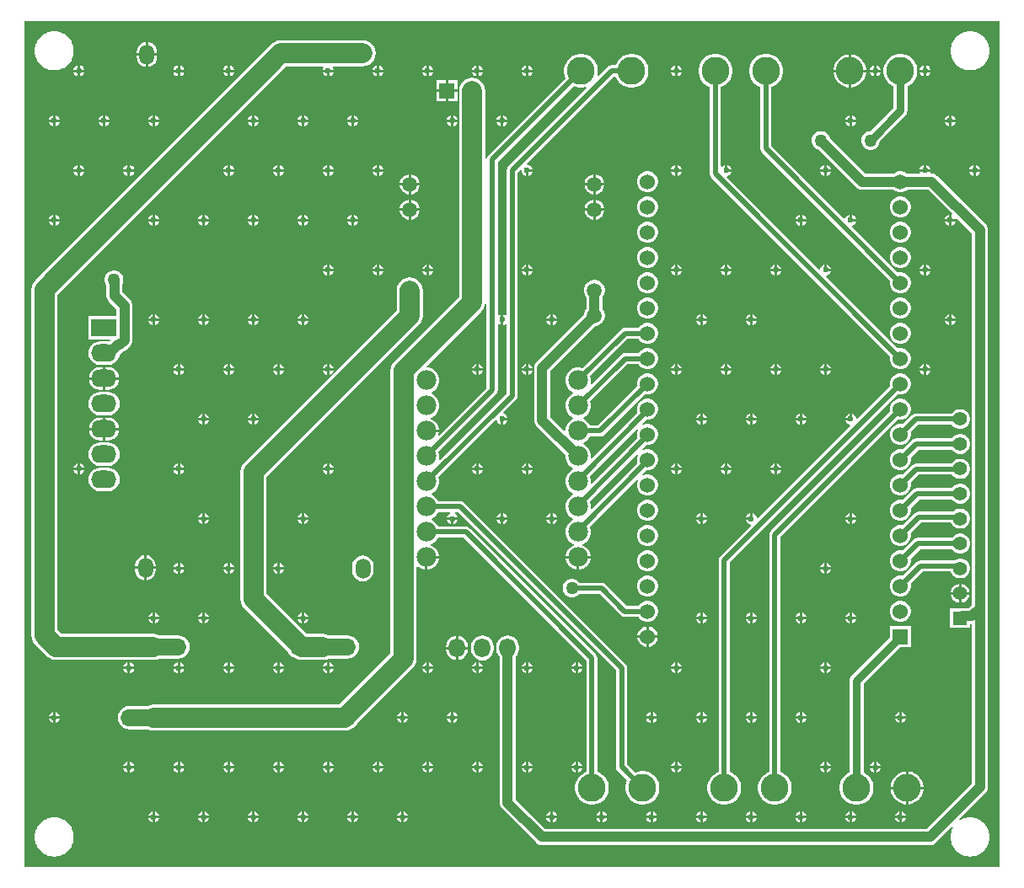
<source format=gtl>
G04*
G04 #@! TF.GenerationSoftware,Altium Limited,Altium Designer,24.1.2 (44)*
G04*
G04 Layer_Physical_Order=1*
G04 Layer_Color=255*
%FSTAX44Y44*%
%MOMM*%
G71*
G04*
G04 #@! TF.SameCoordinates,15096EBA-7BDD-494B-A6EB-00B69F680517*
G04*
G04*
G04 #@! TF.FilePolarity,Positive*
G04*
G01*
G75*
%ADD32C,2.0000*%
%ADD33C,0.5000*%
%ADD34C,1.0000*%
%ADD35C,0.8000*%
%ADD36C,1.5300*%
%ADD37R,1.5300X1.5300*%
%ADD38O,1.6510X1.9050*%
%ADD39O,6.6200X1.7200*%
%ADD40O,1.5240X2.0000*%
%ADD41R,2.5400X1.7780*%
%ADD42O,2.5400X1.7780*%
%ADD43C,1.9800*%
%ADD44C,1.5000*%
%ADD45R,1.6000X1.6000*%
%ADD46C,1.6000*%
%ADD47C,2.7940*%
%ADD48C,1.4080*%
%ADD49R,1.4080X1.4080*%
%ADD50C,0.6000*%
%ADD51C,1.2700*%
G36*
X013Y0005D02*
X0032D01*
Y009D01*
X013D01*
Y0005D01*
D02*
G37*
%LPC*%
G36*
X00444354Y00878842D02*
Y00867652D01*
X00453332D01*
Y00868762D01*
X00452982Y00871414D01*
X00451959Y00873886D01*
X0045033Y00876008D01*
X00448208Y00877637D01*
X00445736Y00878661D01*
X00444354Y00878842D01*
D02*
G37*
G36*
X00441814Y00878842D02*
X00440432Y00878661D01*
X0043796Y00877637D01*
X00435838Y00876008D01*
X00434209Y00873886D01*
X00433186Y00871414D01*
X00432836Y00868762D01*
Y00867652D01*
X00441814D01*
Y00878842D01*
D02*
G37*
G36*
Y00865112D02*
X00432836D01*
Y00864002D01*
X00433186Y0086135D01*
X00434209Y00858878D01*
X00435838Y00856756D01*
X0043796Y00855127D01*
X00440432Y00854103D01*
X00441814Y00853922D01*
Y00865112D01*
D02*
G37*
G36*
X00453332D02*
X00444354D01*
Y00853922D01*
X00445736Y00854103D01*
X00448208Y00855127D01*
X0045033Y00856756D01*
X00451959Y00858878D01*
X00452982Y0086135D01*
X00453332Y00864002D01*
Y00865112D01*
D02*
G37*
G36*
X01150826Y0086651D02*
X0115047D01*
Y0085127D01*
X0116571D01*
Y00851626D01*
X01165076Y00854816D01*
X01163831Y00857821D01*
X01162024Y00860525D01*
X01159725Y00862824D01*
X0115702Y00864631D01*
X01154016Y00865876D01*
X01150826Y0086651D01*
D02*
G37*
G36*
X0114793D02*
X01147574D01*
X01144384Y00865876D01*
X0114138Y00864631D01*
X01138676Y00862824D01*
X01136376Y00860525D01*
X01134569Y00857821D01*
X01133325Y00854816D01*
X0113269Y00851626D01*
Y0085127D01*
X0114793D01*
Y0086651D01*
D02*
G37*
G36*
X0122627Y0085547D02*
Y0085127D01*
X0123047D01*
X01229697Y00853138D01*
X01228138Y00854697D01*
X0122627Y0085547D01*
D02*
G37*
G36*
X0122373D02*
X01221862Y00854697D01*
X01220303Y00853138D01*
X0121953Y0085127D01*
X0122373D01*
Y0085547D01*
D02*
G37*
G36*
X0117627D02*
Y0085127D01*
X0118047D01*
X01179697Y00853138D01*
X01178138Y00854697D01*
X0117627Y0085547D01*
D02*
G37*
G36*
X0117373D02*
X01171862Y00854697D01*
X01170303Y00853138D01*
X0116953Y0085127D01*
X0117373D01*
Y0085547D01*
D02*
G37*
G36*
X0097627D02*
Y0085127D01*
X0098047D01*
X00979697Y00853138D01*
X00978138Y00854697D01*
X0097627Y0085547D01*
D02*
G37*
G36*
X0097373D02*
X00971862Y00854697D01*
X00970303Y00853138D01*
X0096953Y0085127D01*
X0097373D01*
Y0085547D01*
D02*
G37*
G36*
X0082627D02*
Y0085127D01*
X0083047D01*
X00829697Y00853138D01*
X00828138Y00854697D01*
X0082627Y0085547D01*
D02*
G37*
G36*
X0082373D02*
X00821862Y00854697D01*
X00820303Y00853138D01*
X0081953Y0085127D01*
X0082373D01*
Y0085547D01*
D02*
G37*
G36*
X0077627D02*
Y0085127D01*
X0078047D01*
X00779697Y00853138D01*
X00778138Y00854697D01*
X0077627Y0085547D01*
D02*
G37*
G36*
X0077373D02*
X00771862Y00854697D01*
X00770303Y00853138D01*
X0076953Y0085127D01*
X0077373D01*
Y0085547D01*
D02*
G37*
G36*
X0072627D02*
Y0085127D01*
X0073047D01*
X00729697Y00853138D01*
X00728138Y00854697D01*
X0072627Y0085547D01*
D02*
G37*
G36*
X0072373D02*
X00721862Y00854697D01*
X00720303Y00853138D01*
X0071953Y0085127D01*
X0072373D01*
Y0085547D01*
D02*
G37*
G36*
X0067627D02*
Y0085127D01*
X0068047D01*
X00679697Y00853138D01*
X00678138Y00854697D01*
X0067627Y0085547D01*
D02*
G37*
G36*
X0067373D02*
X00671862Y00854697D01*
X00670303Y00853138D01*
X0066953Y0085127D01*
X0067373D01*
Y0085547D01*
D02*
G37*
G36*
X00577652Y00880764D02*
X00574258Y00880317D01*
X00571096Y00879007D01*
X0056838Y00876924D01*
X0056838Y00876924D01*
X00330728Y00639272D01*
X00328644Y00636556D01*
X00327335Y00633394D01*
X00326888Y0063D01*
X00326888Y0063D01*
Y00282716D01*
X00326888Y00282716D01*
X00327335Y00279322D01*
X00328644Y0027616D01*
X00330728Y00273444D01*
X00342444Y00261728D01*
X0034516Y00259645D01*
X00348322Y00258335D01*
X00351716Y00257888D01*
X00351716Y00257888D01*
X0045D01*
X00453394Y00258335D01*
X00455724Y002593D01*
X004745D01*
X00477528Y00259699D01*
X0048035Y00260868D01*
X00482773Y00262727D01*
X00484633Y0026515D01*
X00485801Y00267972D01*
X004862Y00271D01*
X00485801Y00274028D01*
X00484633Y0027685D01*
X00482773Y00279273D01*
X0048035Y00281133D01*
X00477528Y00282302D01*
X004745Y002827D01*
X00455724D01*
X00453394Y00283666D01*
X0045Y00284112D01*
X00357147D01*
X00353112Y00288147D01*
Y00624569D01*
X00583083Y0085454D01*
X00620046D01*
X00620532Y00853366D01*
X00620303Y00853138D01*
X0061953Y0085127D01*
X0063047D01*
X00629697Y00853138D01*
X00629468Y00853366D01*
X00629954Y0085454D01*
X00659746D01*
X0066314Y00854987D01*
X00666302Y00856296D01*
X00669018Y0085838D01*
X00671102Y00861096D01*
X00672411Y00864258D01*
X00672858Y00867652D01*
X00672411Y00871046D01*
X00671102Y00874208D01*
X00669018Y00876924D01*
X00666302Y00879007D01*
X0066314Y00880317D01*
X00659746Y00880764D01*
X00577652D01*
X00577652Y00880764D01*
D02*
G37*
G36*
X0052627Y0085547D02*
Y0085127D01*
X0053047D01*
X00529697Y00853138D01*
X00528138Y00854697D01*
X0052627Y0085547D01*
D02*
G37*
G36*
X0052373D02*
X00521862Y00854697D01*
X00520303Y00853138D01*
X0051953Y0085127D01*
X0052373D01*
Y0085547D01*
D02*
G37*
G36*
X0047627D02*
Y0085127D01*
X0048047D01*
X00479697Y00853138D01*
X00478138Y00854697D01*
X0047627Y0085547D01*
D02*
G37*
G36*
X0047373D02*
X00471862Y00854697D01*
X00470303Y00853138D01*
X0046953Y0085127D01*
X0047373D01*
Y0085547D01*
D02*
G37*
G36*
X0037627D02*
Y0085127D01*
X0038047D01*
X00379697Y00853138D01*
X00378138Y00854697D01*
X0037627Y0085547D01*
D02*
G37*
G36*
X0037373D02*
X00371862Y00854697D01*
X00370303Y00853138D01*
X0036953Y0085127D01*
X0037373D01*
Y0085547D01*
D02*
G37*
G36*
X00351625Y00889559D02*
X00348375D01*
X00348079Y008895D01*
X00347778D01*
X0034459Y00888866D01*
X00344312Y00888751D01*
X00344017Y00888692D01*
X00341014Y00887448D01*
X00340763Y00887281D01*
X00340485Y00887165D01*
X00337783Y0088536D01*
X0033757Y00885147D01*
X00337319Y00884979D01*
X00335021Y00882681D01*
X00334853Y0088243D01*
X0033464Y00882217D01*
X00332835Y00879515D01*
X00332719Y00879237D01*
X00332552Y00878986D01*
X00331308Y00875984D01*
X00331249Y00875688D01*
X00331134Y0087541D01*
X003305Y00872222D01*
Y00871921D01*
X00330441Y00871625D01*
Y00868375D01*
X003305Y00868079D01*
Y00867778D01*
X00331134Y0086459D01*
X00331249Y00864312D01*
X00331308Y00864017D01*
X00332552Y00861014D01*
X00332719Y00860763D01*
X00332835Y00860485D01*
X0033464Y00857783D01*
X00334853Y0085757D01*
X00335021Y00857319D01*
X00337319Y00855021D01*
X0033757Y00854853D01*
X00337783Y0085464D01*
X00340485Y00852835D01*
X00340763Y00852719D01*
X00341014Y00852552D01*
X00344017Y00851308D01*
X00344312Y00851249D01*
X0034459Y00851134D01*
X00347778Y008505D01*
X00348079D01*
X00348375Y00850441D01*
X00351625D01*
X00351921Y008505D01*
X00352222D01*
X0035541Y00851134D01*
X00355688Y00851249D01*
X00355983Y00851308D01*
X00358986Y00852552D01*
X00359237Y00852719D01*
X00359515Y00852835D01*
X00362217Y0085464D01*
X0036243Y00854853D01*
X00362681Y00855021D01*
X00364979Y00857319D01*
X00365147Y0085757D01*
X0036536Y00857783D01*
X00367165Y00860485D01*
X00367281Y00860763D01*
X00367448Y00861014D01*
X00368692Y00864017D01*
X00368751Y00864312D01*
X00368866Y0086459D01*
X003695Y00867778D01*
Y00868079D01*
X00369559Y00868375D01*
Y00871625D01*
X003695Y00871921D01*
Y00872222D01*
X00368866Y0087541D01*
X00368751Y00875688D01*
X00368692Y00875983D01*
X00367448Y00878986D01*
X00367281Y00879237D01*
X00367165Y00879515D01*
X0036536Y00882217D01*
X00365147Y0088243D01*
X00364979Y00882681D01*
X00362681Y00884979D01*
X0036243Y00885147D01*
X00362217Y0088536D01*
X00359515Y00887165D01*
X00359237Y00887281D01*
X00358986Y00887448D01*
X00355983Y00888692D01*
X00355688Y00888751D01*
X0035541Y00888866D01*
X00352222Y008895D01*
X00351921D01*
X00351625Y00889559D01*
D02*
G37*
G36*
X01271625Y00889559D02*
X01268375D01*
X01268079Y008895D01*
X01267778D01*
X0126459Y00888866D01*
X01264312Y00888751D01*
X01264017Y00888692D01*
X01261014Y00887448D01*
X01260763Y00887281D01*
X01260485Y00887165D01*
X01257783Y0088536D01*
X0125757Y00885147D01*
X01257319Y00884979D01*
X01255021Y00882681D01*
X01254853Y0088243D01*
X0125464Y00882217D01*
X01252835Y00879515D01*
X01252719Y00879237D01*
X01252552Y00878986D01*
X01251308Y00875983D01*
X01251249Y00875688D01*
X01251134Y0087541D01*
X012505Y00872222D01*
Y00871921D01*
X01250441Y00871625D01*
Y00868375D01*
X012505Y00868079D01*
Y00867778D01*
X01251134Y0086459D01*
X01251249Y00864312D01*
X01251308Y00864017D01*
X01252552Y00861014D01*
X01252719Y00860763D01*
X01252835Y00860485D01*
X0125464Y00857783D01*
X01254853Y0085757D01*
X01255021Y00857319D01*
X01257319Y00855021D01*
X0125757Y00854853D01*
X01257783Y0085464D01*
X01260485Y00852835D01*
X01260763Y00852719D01*
X01261014Y00852552D01*
X01264016Y00851308D01*
X01264312Y00851249D01*
X0126459Y00851134D01*
X01267778Y008505D01*
X01268079D01*
X01268375Y00850441D01*
X01271625D01*
X01271921Y008505D01*
X01272222D01*
X0127541Y00851134D01*
X01275688Y00851249D01*
X01275983Y00851308D01*
X01278986Y00852552D01*
X01279237Y00852719D01*
X01279515Y00852835D01*
X01282218Y0085464D01*
X01282431Y00854853D01*
X01282681Y00855021D01*
X01284979Y00857319D01*
X01285147Y0085757D01*
X0128536Y00857783D01*
X01287165Y00860485D01*
X01287281Y00860763D01*
X01287448Y00861014D01*
X01288692Y00864017D01*
X01288751Y00864312D01*
X01288866Y0086459D01*
X012895Y00867778D01*
Y00868079D01*
X01289559Y00868375D01*
Y00871625D01*
X012895Y00871921D01*
Y00872222D01*
X01288866Y0087541D01*
X01288751Y00875688D01*
X01288692Y00875983D01*
X01287448Y00878986D01*
X01287281Y00879237D01*
X01287165Y00879515D01*
X0128536Y00882217D01*
X01285147Y0088243D01*
X01284979Y00882681D01*
X01282681Y00884979D01*
X01282431Y00885147D01*
X01282218Y0088536D01*
X01279515Y00887165D01*
X01279237Y00887281D01*
X01278986Y00887448D01*
X01275983Y00888692D01*
X01275688Y00888751D01*
X0127541Y00888866D01*
X01272222Y008895D01*
X01271921D01*
X01271625Y00889559D01*
D02*
G37*
G36*
X0123047Y0084873D02*
X0122627D01*
Y0084453D01*
X01228138Y00845303D01*
X01229697Y00846862D01*
X0123047Y0084873D01*
D02*
G37*
G36*
X0122373D02*
X0121953D01*
X01220303Y00846862D01*
X01221862Y00845303D01*
X0122373Y0084453D01*
Y0084873D01*
D02*
G37*
G36*
X0118047D02*
X0117627D01*
Y0084453D01*
X01178138Y00845303D01*
X01179697Y00846862D01*
X0118047Y0084873D01*
D02*
G37*
G36*
X0117373D02*
X0116953D01*
X01170303Y00846862D01*
X01171862Y00845303D01*
X0117373Y0084453D01*
Y0084873D01*
D02*
G37*
G36*
X0098047D02*
X0097627D01*
Y0084453D01*
X00978138Y00845303D01*
X00979697Y00846862D01*
X0098047Y0084873D01*
D02*
G37*
G36*
X0097373D02*
X0096953D01*
X00970303Y00846862D01*
X00971862Y00845303D01*
X0097373Y0084453D01*
Y0084873D01*
D02*
G37*
G36*
X0083047D02*
X0082627D01*
Y0084453D01*
X00828138Y00845303D01*
X00829697Y00846862D01*
X0083047Y0084873D01*
D02*
G37*
G36*
X0082373D02*
X0081953D01*
X00820303Y00846862D01*
X00821862Y00845303D01*
X0082373Y0084453D01*
Y0084873D01*
D02*
G37*
G36*
X0078047D02*
X0077627D01*
Y0084453D01*
X00778138Y00845303D01*
X00779697Y00846862D01*
X0078047Y0084873D01*
D02*
G37*
G36*
X0077373D02*
X0076953D01*
X00770303Y00846862D01*
X00771862Y00845303D01*
X0077373Y0084453D01*
Y0084873D01*
D02*
G37*
G36*
X0073047D02*
X0072627D01*
Y0084453D01*
X00728138Y00845303D01*
X00729697Y00846862D01*
X0073047Y0084873D01*
D02*
G37*
G36*
X0072373D02*
X0071953D01*
X00720303Y00846862D01*
X00721862Y00845303D01*
X0072373Y0084453D01*
Y0084873D01*
D02*
G37*
G36*
X0068047D02*
X0067627D01*
Y0084453D01*
X00678138Y00845303D01*
X00679697Y00846862D01*
X0068047Y0084873D01*
D02*
G37*
G36*
X0067373D02*
X0066953D01*
X00670303Y00846862D01*
X00671862Y00845303D01*
X0067373Y0084453D01*
Y0084873D01*
D02*
G37*
G36*
X0063047D02*
X0062627D01*
Y0084453D01*
X00628138Y00845303D01*
X00629697Y00846862D01*
X0063047Y0084873D01*
D02*
G37*
G36*
X0062373D02*
X0061953D01*
X00620303Y00846862D01*
X00621862Y00845303D01*
X0062373Y0084453D01*
Y0084873D01*
D02*
G37*
G36*
X0053047D02*
X0052627D01*
Y0084453D01*
X00528138Y00845303D01*
X00529697Y00846862D01*
X0053047Y0084873D01*
D02*
G37*
G36*
X0052373D02*
X0051953D01*
X00520303Y00846862D01*
X00521862Y00845303D01*
X0052373Y0084453D01*
Y0084873D01*
D02*
G37*
G36*
X0048047D02*
X0047627D01*
Y0084453D01*
X00478138Y00845303D01*
X00479697Y00846862D01*
X0048047Y0084873D01*
D02*
G37*
G36*
X0047373D02*
X0046953D01*
X00470303Y00846862D01*
X00471862Y00845303D01*
X0047373Y0084453D01*
Y0084873D01*
D02*
G37*
G36*
X0038047D02*
X0037627D01*
Y0084453D01*
X00378138Y00845303D01*
X00379697Y00846862D01*
X0038047Y0084873D01*
D02*
G37*
G36*
X0037373D02*
X0036953D01*
X00370303Y00846862D01*
X00371862Y00845303D01*
X0037373Y0084453D01*
Y0084873D01*
D02*
G37*
G36*
X00931671Y0086697D02*
X00928328D01*
X0092505Y00866318D01*
X00921962Y00865039D01*
X00919182Y00863182D01*
X00916818Y00860818D01*
X00914961Y00858038D01*
X00913954Y00855608D01*
X0091D01*
X00907854Y00855181D01*
X00906035Y00853966D01*
X00896545Y00844475D01*
X00895566Y00845293D01*
X0089617Y00848329D01*
Y00851672D01*
X00895518Y0085495D01*
X00894239Y00858038D01*
X00892381Y00860818D01*
X00890018Y00863182D01*
X00887238Y00865039D01*
X0088415Y00866318D01*
X00880871Y0086697D01*
X00877529D01*
X0087425Y00866318D01*
X00871162Y00865039D01*
X00868382Y00863182D01*
X00866019Y00860818D01*
X00864161Y00858038D01*
X00862882Y0085495D01*
X0086223Y00851672D01*
Y00848329D01*
X00862882Y0084505D01*
X00863889Y0084262D01*
X00786035Y00764766D01*
X00784819Y00762946D01*
X00784392Y007608D01*
Y00531223D01*
X00736795Y00483625D01*
X00735656Y00484282D01*
X0073624Y00486462D01*
Y0048683D01*
X007238D01*
Y0048937D01*
X0073624D01*
Y00489738D01*
X00735392Y00492902D01*
X00733754Y00495738D01*
X00731438Y00498055D01*
X00728602Y00499692D01*
X0072781Y00499905D01*
Y00501219D01*
X00728779Y00501479D01*
X00731721Y00503177D01*
X00734122Y00505579D01*
X00735821Y00508521D01*
X007367Y00511802D01*
Y00515198D01*
X00735821Y00518479D01*
X00734122Y00521421D01*
X00731721Y00523823D01*
X00728779Y00525521D01*
X00728615Y00525565D01*
Y00526835D01*
X00728779Y00526879D01*
X00731721Y00528577D01*
X00734122Y00530979D01*
X00735821Y00533921D01*
X007367Y00537202D01*
Y00540598D01*
X00735821Y00543879D01*
X00734122Y00546821D01*
X00731721Y00549222D01*
X00728779Y00550921D01*
X00725498Y005518D01*
X00724517D01*
X00724031Y00552973D01*
X00779272Y00608214D01*
X00781356Y00610929D01*
X00782665Y00614092D01*
X00783112Y00617486D01*
X00783112Y00617486D01*
Y0083D01*
X00782665Y00833394D01*
X00781356Y00836556D01*
X00779272Y00839272D01*
X00776556Y00841356D01*
X00773394Y00842665D01*
X0077Y00843112D01*
X00766606Y00842665D01*
X00763444Y00841356D01*
X00760728Y00839272D01*
X00758644Y00836556D01*
X00757335Y00833394D01*
X00756888Y0083D01*
Y00622917D01*
X00691628Y00557657D01*
X00689544Y00554942D01*
X00688234Y00551779D01*
X00687788Y00548386D01*
X00687788Y00548385D01*
Y00264631D01*
X00636269Y00213112D01*
X0062D01*
X0062Y00213112D01*
X0045D01*
X0045Y00213112D01*
X00446606Y00212665D01*
X00444276Y002117D01*
X004255D01*
X00422472Y00211301D01*
X0041965Y00210133D01*
X00417227Y00208273D01*
X00415367Y0020585D01*
X00414199Y00203028D01*
X004138Y002D01*
X00414199Y00196972D01*
X00415367Y0019415D01*
X00417227Y00191727D01*
X0041965Y00189867D01*
X00422472Y00188699D01*
X004255Y001883D01*
X00444276D01*
X00446606Y00187335D01*
X0045Y00186888D01*
X00450001Y00186888D01*
X0062D01*
X0062Y00186888D01*
X0062Y00186888D01*
X006417D01*
X006417Y00186888D01*
X00645094Y00187335D01*
X00648256Y00188645D01*
X00649263Y00189417D01*
X0065035Y00189867D01*
X00652773Y00191727D01*
X00654632Y0019415D01*
X00654801Y00194558D01*
X00710172Y00249928D01*
X00710172Y00249928D01*
X00712255Y00252644D01*
X00713565Y00255807D01*
X00714012Y002592D01*
X00714012Y002592D01*
Y00351636D01*
X00715185Y00352122D01*
X00716162Y00351146D01*
X00718998Y00349508D01*
X00722162Y0034866D01*
X0072253D01*
Y003611D01*
X007238D01*
Y0036237D01*
X0073624D01*
Y00362738D01*
X00735392Y00365902D01*
X00733754Y00368738D01*
X00731438Y00371054D01*
X00728602Y00372692D01*
X0072781Y00372905D01*
Y00374219D01*
X00728779Y00374479D01*
X00731721Y00376177D01*
X00734122Y00378579D01*
X00735458Y00380892D01*
X00761177D01*
X00884542Y00257527D01*
Y00145376D01*
X00882112Y00144369D01*
X00879332Y00142512D01*
X00876969Y00140148D01*
X00875111Y00137368D01*
X00873832Y0013428D01*
X0087318Y00131002D01*
Y00127659D01*
X00873832Y0012438D01*
X00875111Y00121292D01*
X00876969Y00118512D01*
X00879332Y00116149D01*
X00882112Y00114292D01*
X008852Y00113012D01*
X00888478Y0011236D01*
X00891821D01*
X008951Y00113012D01*
X00898188Y00114292D01*
X00900968Y00116149D01*
X00903331Y00118512D01*
X00905189Y00121292D01*
X00906468Y0012438D01*
X0090712Y00127659D01*
Y00131002D01*
X00906468Y0013428D01*
X00905189Y00137368D01*
X00903331Y00140148D01*
X00900968Y00142512D01*
X00898188Y00144369D01*
X00895758Y00145376D01*
Y0025985D01*
X00895331Y00261996D01*
X00894115Y00263815D01*
X00767465Y00390465D01*
X00765646Y00391681D01*
X007635Y00392108D01*
X00735458D01*
X00734122Y00394421D01*
X00731721Y00396823D01*
X00728779Y00398521D01*
X00728615Y00398565D01*
Y00399835D01*
X00728779Y00399879D01*
X00731721Y00401577D01*
X00734122Y00403979D01*
X00735458Y00406292D01*
X00747395D01*
X00747648Y00405022D01*
X00746862Y00404697D01*
X00745303Y00403138D01*
X0074453Y0040127D01*
X0075547D01*
X00754697Y00403138D01*
X00753138Y00404697D01*
X00752352Y00405022D01*
X00752605Y00406292D01*
X00755777D01*
X00914392Y00247677D01*
Y0015028D01*
X00914819Y00148134D01*
X00916035Y00146315D01*
X00925639Y00136711D01*
X00924632Y0013428D01*
X0092398Y00131002D01*
Y00127659D01*
X00924632Y0012438D01*
X00925911Y00121292D01*
X00927768Y00118512D01*
X00930132Y00116149D01*
X00932912Y00114292D01*
X00936Y00113012D01*
X00939278Y0011236D01*
X00942621D01*
X009459Y00113012D01*
X00948988Y00114292D01*
X00951768Y00116149D01*
X00954131Y00118512D01*
X00955988Y00121292D01*
X00957268Y0012438D01*
X0095792Y00127659D01*
Y00131002D01*
X00957268Y0013428D01*
X00955988Y00137368D01*
X00954131Y00140148D01*
X00951768Y00142512D01*
X00948988Y00144369D01*
X009459Y00145648D01*
X00942621Y001463D01*
X00939278D01*
X00936Y00145648D01*
X00933569Y00144641D01*
X00925608Y00152603D01*
Y0025D01*
X00925181Y00252146D01*
X00923965Y00253965D01*
X00762065Y00415865D01*
X00760246Y00417081D01*
X007581Y00417508D01*
X00735458D01*
X00734122Y00419821D01*
X00731721Y00422223D01*
X00728779Y00423921D01*
X00728615Y00423965D01*
Y00425235D01*
X00728779Y00425279D01*
X00731721Y00426977D01*
X00734122Y00429379D01*
X00735821Y00432321D01*
X007367Y00435602D01*
Y00438998D01*
X00736009Y00441578D01*
X00793287Y00498856D01*
X00794655Y00498428D01*
X00795303Y00496862D01*
X00796862Y00495303D01*
X0079873Y0049453D01*
Y005D01*
X008D01*
Y0050127D01*
X0080547D01*
X00804697Y00503138D01*
X00803138Y00504697D01*
X00801572Y00505345D01*
X00801144Y00506713D01*
X00813965Y00519535D01*
X00815181Y00521354D01*
X00815608Y005235D01*
Y00747677D01*
X0081819Y00750259D01*
X0081946Y00749733D01*
Y00748898D01*
X00820303Y00746862D01*
X00821862Y00745303D01*
X0082373Y0074453D01*
Y0075D01*
X00825D01*
Y0075127D01*
X0083047D01*
X00829697Y00753138D01*
X00828138Y00754697D01*
X00826102Y0075554D01*
X00825267D01*
X00824741Y0075681D01*
X00912323Y00844392D01*
X00913954D01*
X00914961Y00841962D01*
X00916818Y00839183D01*
X00919182Y00836819D01*
X00921962Y00834962D01*
X0092505Y00833682D01*
X00928328Y0083303D01*
X00931671D01*
X0093495Y00833682D01*
X00938038Y00834962D01*
X00940818Y00836819D01*
X00943181Y00839183D01*
X00945039Y00841962D01*
X00946318Y0084505D01*
X0094697Y00848329D01*
Y00851672D01*
X00946318Y0085495D01*
X00945039Y00858038D01*
X00943181Y00860818D01*
X00940818Y00863182D01*
X00938038Y00865039D01*
X0093495Y00866318D01*
X00931671Y0086697D01*
D02*
G37*
G36*
X0116571Y0084873D02*
X0115047D01*
Y0083349D01*
X01150826D01*
X01154016Y00834125D01*
X0115702Y00835369D01*
X01159725Y00837176D01*
X01162024Y00839476D01*
X01163831Y0084218D01*
X01165076Y00845184D01*
X0116571Y00848374D01*
Y0084873D01*
D02*
G37*
G36*
X0114793D02*
X0113269D01*
Y00848374D01*
X01133325Y00845184D01*
X01134569Y0084218D01*
X01136376Y00839476D01*
X01138676Y00837176D01*
X0114138Y00835369D01*
X01144384Y00834125D01*
X01147574Y0083349D01*
X0114793D01*
Y0084873D01*
D02*
G37*
G36*
X0075514Y0084054D02*
X0074587D01*
Y0083127D01*
X0075514D01*
Y0084054D01*
D02*
G37*
G36*
X0074333D02*
X0073406D01*
Y0083127D01*
X0074333D01*
Y0084054D01*
D02*
G37*
G36*
X0075514Y0082873D02*
X0074587D01*
Y0081946D01*
X0075514D01*
Y0082873D01*
D02*
G37*
G36*
X0074333D02*
X0073406D01*
Y0081946D01*
X0074333D01*
Y0082873D01*
D02*
G37*
G36*
X0125127Y0080547D02*
Y0080127D01*
X0125547D01*
X01254697Y00803138D01*
X01253138Y00804697D01*
X0125127Y0080547D01*
D02*
G37*
G36*
X0124873D02*
X01246862Y00804697D01*
X01245303Y00803138D01*
X0124453Y0080127D01*
X0124873D01*
Y0080547D01*
D02*
G37*
G36*
X0115127D02*
Y0080127D01*
X0115547D01*
X01154697Y00803138D01*
X01153138Y00804697D01*
X0115127Y0080547D01*
D02*
G37*
G36*
X0114873D02*
X01146862Y00804697D01*
X01145303Y00803138D01*
X0114453Y0080127D01*
X0114873D01*
Y0080547D01*
D02*
G37*
G36*
X0080127D02*
Y0080127D01*
X0080547D01*
X00804697Y00803138D01*
X00803138Y00804697D01*
X0080127Y0080547D01*
D02*
G37*
G36*
X0079873D02*
X00796862Y00804697D01*
X00795303Y00803138D01*
X0079453Y0080127D01*
X0079873D01*
Y0080547D01*
D02*
G37*
G36*
X0075127D02*
Y0080127D01*
X0075547D01*
X00754697Y00803138D01*
X00753138Y00804697D01*
X0075127Y0080547D01*
D02*
G37*
G36*
X0074873D02*
X00746862Y00804697D01*
X00745303Y00803138D01*
X0074453Y0080127D01*
X0074873D01*
Y0080547D01*
D02*
G37*
G36*
X0065127D02*
Y0080127D01*
X0065547D01*
X00654697Y00803138D01*
X00653138Y00804697D01*
X0065127Y0080547D01*
D02*
G37*
G36*
X0064873D02*
X00646862Y00804697D01*
X00645303Y00803138D01*
X0064453Y0080127D01*
X0064873D01*
Y0080547D01*
D02*
G37*
G36*
X0060127D02*
Y0080127D01*
X0060547D01*
X00604697Y00803138D01*
X00603138Y00804697D01*
X0060127Y0080547D01*
D02*
G37*
G36*
X0059873D02*
X00596862Y00804697D01*
X00595303Y00803138D01*
X0059453Y0080127D01*
X0059873D01*
Y0080547D01*
D02*
G37*
G36*
X0055127D02*
Y0080127D01*
X0055547D01*
X00554697Y00803138D01*
X00553138Y00804697D01*
X0055127Y0080547D01*
D02*
G37*
G36*
X0054873D02*
X00546862Y00804697D01*
X00545303Y00803138D01*
X0054453Y0080127D01*
X0054873D01*
Y0080547D01*
D02*
G37*
G36*
X0045127D02*
Y0080127D01*
X0045547D01*
X00454697Y00803138D01*
X00453138Y00804697D01*
X0045127Y0080547D01*
D02*
G37*
G36*
X0044873D02*
X00446862Y00804697D01*
X00445303Y00803138D01*
X0044453Y0080127D01*
X0044873D01*
Y0080547D01*
D02*
G37*
G36*
X0040127D02*
Y0080127D01*
X0040547D01*
X00404697Y00803138D01*
X00403138Y00804697D01*
X0040127Y0080547D01*
D02*
G37*
G36*
X0039873D02*
X00396862Y00804697D01*
X00395303Y00803138D01*
X0039453Y0080127D01*
X0039873D01*
Y0080547D01*
D02*
G37*
G36*
X0035127D02*
Y0080127D01*
X0035547D01*
X00354697Y00803138D01*
X00353138Y00804697D01*
X0035127Y0080547D01*
D02*
G37*
G36*
X0034873D02*
X00346862Y00804697D01*
X00345303Y00803138D01*
X0034453Y0080127D01*
X0034873D01*
Y0080547D01*
D02*
G37*
G36*
X0125547Y0079873D02*
X0125127D01*
Y0079453D01*
X01253138Y00795303D01*
X01254697Y00796862D01*
X0125547Y0079873D01*
D02*
G37*
G36*
X0124873D02*
X0124453D01*
X01245303Y00796862D01*
X01246862Y00795303D01*
X0124873Y0079453D01*
Y0079873D01*
D02*
G37*
G36*
X0115547D02*
X0115127D01*
Y0079453D01*
X01153138Y00795303D01*
X01154697Y00796862D01*
X0115547Y0079873D01*
D02*
G37*
G36*
X0114873D02*
X0114453D01*
X01145303Y00796862D01*
X01146862Y00795303D01*
X0114873Y0079453D01*
Y0079873D01*
D02*
G37*
G36*
X0080547D02*
X0080127D01*
Y0079453D01*
X00803138Y00795303D01*
X00804697Y00796862D01*
X0080547Y0079873D01*
D02*
G37*
G36*
X0079873D02*
X0079453D01*
X00795303Y00796862D01*
X00796862Y00795303D01*
X0079873Y0079453D01*
Y0079873D01*
D02*
G37*
G36*
X0075547D02*
X0075127D01*
Y0079453D01*
X00753138Y00795303D01*
X00754697Y00796862D01*
X0075547Y0079873D01*
D02*
G37*
G36*
X0074873D02*
X0074453D01*
X00745303Y00796862D01*
X00746862Y00795303D01*
X0074873Y0079453D01*
Y0079873D01*
D02*
G37*
G36*
X0065547D02*
X0065127D01*
Y0079453D01*
X00653138Y00795303D01*
X00654697Y00796862D01*
X0065547Y0079873D01*
D02*
G37*
G36*
X0064873D02*
X0064453D01*
X00645303Y00796862D01*
X00646862Y00795303D01*
X0064873Y0079453D01*
Y0079873D01*
D02*
G37*
G36*
X0060547D02*
X0060127D01*
Y0079453D01*
X00603138Y00795303D01*
X00604697Y00796862D01*
X0060547Y0079873D01*
D02*
G37*
G36*
X0059873D02*
X0059453D01*
X00595303Y00796862D01*
X00596862Y00795303D01*
X0059873Y0079453D01*
Y0079873D01*
D02*
G37*
G36*
X0055547D02*
X0055127D01*
Y0079453D01*
X00553138Y00795303D01*
X00554697Y00796862D01*
X0055547Y0079873D01*
D02*
G37*
G36*
X0054873D02*
X0054453D01*
X00545303Y00796862D01*
X00546862Y00795303D01*
X0054873Y0079453D01*
Y0079873D01*
D02*
G37*
G36*
X0045547D02*
X0045127D01*
Y0079453D01*
X00453138Y00795303D01*
X00454697Y00796862D01*
X0045547Y0079873D01*
D02*
G37*
G36*
X0044873D02*
X0044453D01*
X00445303Y00796862D01*
X00446862Y00795303D01*
X0044873Y0079453D01*
Y0079873D01*
D02*
G37*
G36*
X0040547D02*
X0040127D01*
Y0079453D01*
X00403138Y00795303D01*
X00404697Y00796862D01*
X0040547Y0079873D01*
D02*
G37*
G36*
X0039873D02*
X0039453D01*
X00395303Y00796862D01*
X00396862Y00795303D01*
X0039873Y0079453D01*
Y0079873D01*
D02*
G37*
G36*
X0035547D02*
X0035127D01*
Y0079453D01*
X00353138Y00795303D01*
X00354697Y00796862D01*
X0035547Y0079873D01*
D02*
G37*
G36*
X0034873D02*
X0034453D01*
X00345303Y00796862D01*
X00346862Y00795303D01*
X0034873Y0079453D01*
Y0079873D01*
D02*
G37*
G36*
X01201671Y0086697D02*
X01198329D01*
X0119505Y00866318D01*
X01191962Y00865039D01*
X01189182Y00863182D01*
X01186818Y00860818D01*
X01184961Y00858038D01*
X01183682Y0085495D01*
X0118303Y00851672D01*
Y00848329D01*
X01183682Y0084505D01*
X01184961Y00841962D01*
X01186818Y00839183D01*
X01189182Y00836819D01*
X01191962Y00834962D01*
X0119294Y00834557D01*
Y00812924D01*
X01169365Y0078935D01*
X01168769D01*
X01166391Y00788713D01*
X01164259Y00787482D01*
X01162518Y00785741D01*
X01161287Y00783609D01*
X0116065Y00781231D01*
Y00778769D01*
X01161287Y00776391D01*
X01162518Y00774259D01*
X01164259Y00772518D01*
X01166391Y00771287D01*
X01168769Y0077065D01*
X01171231D01*
X01173609Y00771287D01*
X01175741Y00772518D01*
X01177482Y00774259D01*
X01178713Y00776391D01*
X0117935Y00778769D01*
Y00779365D01*
X01204992Y00805007D01*
X01206115Y0080647D01*
X0120682Y00808173D01*
X0120706Y0081D01*
Y00834557D01*
X01208038Y00834962D01*
X01210818Y00836819D01*
X01213181Y00839183D01*
X01215039Y00841962D01*
X01216318Y0084505D01*
X0121697Y00848329D01*
Y00851672D01*
X01216318Y0085495D01*
X01215039Y00858038D01*
X01213181Y00860818D01*
X01210818Y00863182D01*
X01208038Y00865039D01*
X0120495Y00866318D01*
X01201671Y0086697D01*
D02*
G37*
G36*
X0127627Y0075547D02*
Y0075127D01*
X0128047D01*
X01279697Y00753138D01*
X01278138Y00754697D01*
X0127627Y0075547D01*
D02*
G37*
G36*
X0127373D02*
X01271862Y00754697D01*
X01270303Y00753138D01*
X0126953Y0075127D01*
X0127373D01*
Y0075547D01*
D02*
G37*
G36*
X0122627D02*
Y0075127D01*
X0123047D01*
X01229697Y00753138D01*
X01228138Y00754697D01*
X0122627Y0075547D01*
D02*
G37*
G36*
X0122373D02*
X01221862Y00754697D01*
X01220303Y00753138D01*
X0121953Y0075127D01*
X0122373D01*
Y0075547D01*
D02*
G37*
G36*
X0112627D02*
Y0075127D01*
X0113047D01*
X01129697Y00753138D01*
X01128138Y00754697D01*
X0112627Y0075547D01*
D02*
G37*
G36*
X0112373D02*
X01121862Y00754697D01*
X01120303Y00753138D01*
X0111953Y0075127D01*
X0112373D01*
Y0075547D01*
D02*
G37*
G36*
X0102627D02*
Y0075127D01*
X0103047D01*
X01029697Y00753138D01*
X01028138Y00754697D01*
X0102627Y0075547D01*
D02*
G37*
G36*
X0097627D02*
Y0075127D01*
X0098047D01*
X00979697Y00753138D01*
X00978138Y00754697D01*
X0097627Y0075547D01*
D02*
G37*
G36*
X0097373D02*
X00971862Y00754697D01*
X00970303Y00753138D01*
X0096953Y0075127D01*
X0097373D01*
Y0075547D01*
D02*
G37*
G36*
X0067627D02*
Y0075127D01*
X0068047D01*
X00679697Y00753138D01*
X00678138Y00754697D01*
X0067627Y0075547D01*
D02*
G37*
G36*
X0067373D02*
X00671862Y00754697D01*
X00670303Y00753138D01*
X0066953Y0075127D01*
X0067373D01*
Y0075547D01*
D02*
G37*
G36*
X0062627D02*
Y0075127D01*
X0063047D01*
X00629697Y00753138D01*
X00628138Y00754697D01*
X0062627Y0075547D01*
D02*
G37*
G36*
X0062373D02*
X00621862Y00754697D01*
X00620303Y00753138D01*
X0061953Y0075127D01*
X0062373D01*
Y0075547D01*
D02*
G37*
G36*
X0057627D02*
Y0075127D01*
X0058047D01*
X00579697Y00753138D01*
X00578138Y00754697D01*
X0057627Y0075547D01*
D02*
G37*
G36*
X0057373D02*
X00571862Y00754697D01*
X00570303Y00753138D01*
X0056953Y0075127D01*
X0057373D01*
Y0075547D01*
D02*
G37*
G36*
X0052627D02*
Y0075127D01*
X0053047D01*
X00529697Y00753138D01*
X00528138Y00754697D01*
X0052627Y0075547D01*
D02*
G37*
G36*
X0052373D02*
X00521862Y00754697D01*
X00520303Y00753138D01*
X0051953Y0075127D01*
X0052373D01*
Y0075547D01*
D02*
G37*
G36*
X0042627D02*
Y0075127D01*
X0043047D01*
X00429697Y00753138D01*
X00428138Y00754697D01*
X0042627Y0075547D01*
D02*
G37*
G36*
X0042373D02*
X00421862Y00754697D01*
X00420303Y00753138D01*
X0041953Y0075127D01*
X0042373D01*
Y0075547D01*
D02*
G37*
G36*
X0037627D02*
Y0075127D01*
X0038047D01*
X00379697Y00753138D01*
X00378138Y00754697D01*
X0037627Y0075547D01*
D02*
G37*
G36*
X0037373D02*
X00371862Y00754697D01*
X00370303Y00753138D01*
X0036953Y0075127D01*
X0037373D01*
Y0075547D01*
D02*
G37*
G36*
X0128047Y0074873D02*
X0127627D01*
Y0074453D01*
X01278138Y00745303D01*
X01279697Y00746862D01*
X0128047Y0074873D01*
D02*
G37*
G36*
X0127373D02*
X0126953D01*
X01270303Y00746862D01*
X01271862Y00745303D01*
X0127373Y0074453D01*
Y0074873D01*
D02*
G37*
G36*
X0113047D02*
X0112627D01*
Y0074453D01*
X01128138Y00745303D01*
X01129697Y00746862D01*
X0113047Y0074873D01*
D02*
G37*
G36*
X0112373D02*
X0111953D01*
X01120303Y00746862D01*
X01121862Y00745303D01*
X0112373Y0074453D01*
Y0074873D01*
D02*
G37*
G36*
X0098047D02*
X0097627D01*
Y0074453D01*
X00978138Y00745303D01*
X00979697Y00746862D01*
X0098047Y0074873D01*
D02*
G37*
G36*
X0097373D02*
X0096953D01*
X00970303Y00746862D01*
X00971862Y00745303D01*
X0097373Y0074453D01*
Y0074873D01*
D02*
G37*
G36*
X0083047D02*
X0082627D01*
Y0074453D01*
X00828138Y00745303D01*
X00829697Y00746862D01*
X0083047Y0074873D01*
D02*
G37*
G36*
X0068047D02*
X0067627D01*
Y0074453D01*
X00678138Y00745303D01*
X00679697Y00746862D01*
X0068047Y0074873D01*
D02*
G37*
G36*
X0067373D02*
X0066953D01*
X00670303Y00746862D01*
X00671862Y00745303D01*
X0067373Y0074453D01*
Y0074873D01*
D02*
G37*
G36*
X0063047D02*
X0062627D01*
Y0074453D01*
X00628138Y00745303D01*
X00629697Y00746862D01*
X0063047Y0074873D01*
D02*
G37*
G36*
X0062373D02*
X0061953D01*
X00620303Y00746862D01*
X00621862Y00745303D01*
X0062373Y0074453D01*
Y0074873D01*
D02*
G37*
G36*
X0058047D02*
X0057627D01*
Y0074453D01*
X00578138Y00745303D01*
X00579697Y00746862D01*
X0058047Y0074873D01*
D02*
G37*
G36*
X0057373D02*
X0056953D01*
X00570303Y00746862D01*
X00571862Y00745303D01*
X0057373Y0074453D01*
Y0074873D01*
D02*
G37*
G36*
X0053047D02*
X0052627D01*
Y0074453D01*
X00528138Y00745303D01*
X00529697Y00746862D01*
X0053047Y0074873D01*
D02*
G37*
G36*
X0052373D02*
X0051953D01*
X00520303Y00746862D01*
X00521862Y00745303D01*
X0052373Y0074453D01*
Y0074873D01*
D02*
G37*
G36*
X0043047D02*
X0042627D01*
Y0074453D01*
X00428138Y00745303D01*
X00429697Y00746862D01*
X0043047Y0074873D01*
D02*
G37*
G36*
X0042373D02*
X0041953D01*
X00420303Y00746862D01*
X00421862Y00745303D01*
X0042373Y0074453D01*
Y0074873D01*
D02*
G37*
G36*
X0038047D02*
X0037627D01*
Y0074453D01*
X00378138Y00745303D01*
X00379697Y00746862D01*
X0038047Y0074873D01*
D02*
G37*
G36*
X0037373D02*
X0036953D01*
X00370303Y00746862D01*
X00371862Y00745303D01*
X0037373Y0074453D01*
Y0074873D01*
D02*
G37*
G36*
X00708572Y0074599D02*
X0070852D01*
Y0073722D01*
X0071729D01*
Y00737272D01*
X00716606Y00739825D01*
X00715284Y00742115D01*
X00713415Y00743984D01*
X00711125Y00745306D01*
X00708572Y0074599D01*
D02*
G37*
G36*
X0070598D02*
X00705928D01*
X00703374Y00745306D01*
X00701085Y00743984D01*
X00699216Y00742115D01*
X00697894Y00739825D01*
X0069721Y00737272D01*
Y0073722D01*
X0070598D01*
Y0074599D01*
D02*
G37*
G36*
X00894072D02*
X0089402D01*
Y0073722D01*
X0090279D01*
Y00737272D01*
X00902106Y00739825D01*
X00900784Y00742115D01*
X00898915Y00743984D01*
X00896625Y00745306D01*
X00894072Y0074599D01*
D02*
G37*
G36*
X0089148D02*
X00891428D01*
X00888875Y00745306D01*
X00886585Y00743984D01*
X00884716Y00742115D01*
X00883394Y00739825D01*
X0088271Y00737272D01*
Y0073722D01*
X0089148D01*
Y0074599D01*
D02*
G37*
G36*
X00947402Y0074925D02*
X00944598D01*
X00941889Y00748524D01*
X00939461Y00747122D01*
X00937478Y00745139D01*
X00936076Y00742711D01*
X0093535Y00740002D01*
Y00737198D01*
X00936076Y00734489D01*
X00937478Y00732061D01*
X00939461Y00730078D01*
X00941889Y00728676D01*
X00944598Y0072795D01*
X00947402D01*
X00950111Y00728676D01*
X00952539Y00730078D01*
X00954522Y00732061D01*
X00955924Y00734489D01*
X0095665Y00737198D01*
Y00740002D01*
X00955924Y00742711D01*
X00954522Y00745139D01*
X00952539Y00747122D01*
X00950111Y00748524D01*
X00947402Y0074925D01*
D02*
G37*
G36*
X0090279Y0073468D02*
X0089402D01*
Y0072591D01*
X00894072D01*
X00896625Y00726594D01*
X00898915Y00727916D01*
X00900784Y00729785D01*
X00902106Y00732075D01*
X0090279Y00734628D01*
Y0073468D01*
D02*
G37*
G36*
X0089148D02*
X0088271D01*
Y00734628D01*
X00883394Y00732075D01*
X00884716Y00729785D01*
X00886585Y00727916D01*
X00888875Y00726594D01*
X00891428Y0072591D01*
X0089148D01*
Y0073468D01*
D02*
G37*
G36*
X0071729Y0073468D02*
X0070852D01*
Y0072591D01*
X00708572D01*
X00711125Y00726594D01*
X00713415Y00727916D01*
X00715284Y00729785D01*
X00716606Y00732075D01*
X0071729Y00734628D01*
Y0073468D01*
D02*
G37*
G36*
X0070598D02*
X0069721D01*
Y00734628D01*
X00697894Y00732075D01*
X00699216Y00729785D01*
X00701085Y00727916D01*
X00703374Y00726594D01*
X00705928Y0072591D01*
X0070598D01*
Y0073468D01*
D02*
G37*
G36*
X00708572Y0072059D02*
X0070852D01*
Y0071182D01*
X0071729D01*
Y00711872D01*
X00716606Y00714425D01*
X00715284Y00716715D01*
X00713415Y00718584D01*
X00711125Y00719906D01*
X00708572Y0072059D01*
D02*
G37*
G36*
X0070598D02*
X00705928D01*
X00703374Y00719906D01*
X00701085Y00718584D01*
X00699216Y00716715D01*
X00697894Y00714425D01*
X0069721Y00711872D01*
Y0071182D01*
X0070598D01*
Y0072059D01*
D02*
G37*
G36*
X00894072D02*
X0089402D01*
Y0071182D01*
X0090279D01*
Y00711872D01*
X00902106Y00714425D01*
X00900784Y00716715D01*
X00898915Y00718584D01*
X00896625Y00719906D01*
X00894072Y0072059D01*
D02*
G37*
G36*
X0089148D02*
X00891428D01*
X00888875Y00719906D01*
X00886585Y00718584D01*
X00884716Y00716715D01*
X00883394Y00714425D01*
X0088271Y00711872D01*
Y0071182D01*
X0089148D01*
Y0072059D01*
D02*
G37*
G36*
X01121231Y0078935D02*
X01118769D01*
X01116391Y00788713D01*
X01114259Y00787482D01*
X01112518Y00785741D01*
X01111287Y00783609D01*
X0111065Y00781231D01*
Y00778769D01*
X01111287Y00776391D01*
X01112518Y00774259D01*
X01114259Y00772518D01*
X01116391Y00771287D01*
X01117635Y00770954D01*
X01155694Y00732894D01*
X01157365Y00731612D01*
X01159312Y00730806D01*
X011614Y00730531D01*
X01193008D01*
X01193461Y00730078D01*
X01195889Y00728676D01*
X01198598Y0072795D01*
X01201402D01*
X01204111Y00728676D01*
X01206539Y00730078D01*
X01206992Y00730531D01*
X01228058D01*
X01252078Y0070651D01*
X01251359Y00705434D01*
X0125127Y0070547D01*
Y0070127D01*
X0125547D01*
X01255434Y00701359D01*
X0125651Y00702078D01*
X01271931Y00686658D01*
Y00313342D01*
X01268697Y00310109D01*
X0126204D01*
X01261516Y0031004D01*
X0124996D01*
Y0028996D01*
X0127004D01*
Y00293971D01*
X01271931D01*
Y00133342D01*
X01226658Y00088069D01*
X00843342D01*
X00813469Y00117942D01*
Y00260757D01*
X00815231Y00263054D01*
X00816365Y00265792D01*
X00816752Y0026873D01*
Y0027127D01*
X00816365Y00274208D01*
X00815231Y00276946D01*
X00813427Y00279297D01*
X00811076Y00281101D01*
X00808338Y00282235D01*
X008054Y00282622D01*
X00802462Y00282235D01*
X00799724Y00281101D01*
X00797373Y00279297D01*
X00795569Y00276946D01*
X00794435Y00274208D01*
X00794048Y0027127D01*
Y0026873D01*
X00794435Y00265792D01*
X00795569Y00263054D01*
X00797331Y00260757D01*
Y001146D01*
X00797606Y00112512D01*
X00798412Y00110566D01*
X00799694Y00108894D01*
X00834294Y00074294D01*
X00835965Y00073012D01*
X00837912Y00072206D01*
X0084Y00071931D01*
X0123D01*
X01232088Y00072206D01*
X01234035Y00073012D01*
X01235706Y00074294D01*
X01252074Y00090663D01*
X01253061Y00089853D01*
X01252835Y00089515D01*
X01252719Y00089237D01*
X01252552Y00088986D01*
X01251308Y00085983D01*
X01251249Y00085688D01*
X01251134Y0008541D01*
X012505Y00082222D01*
Y00081921D01*
X01250441Y00081625D01*
Y00078375D01*
X012505Y00078079D01*
Y00077778D01*
X01251134Y0007459D01*
X01251249Y00074312D01*
X01251308Y00074017D01*
X01252552Y00071014D01*
X01252719Y00070763D01*
X01252835Y00070485D01*
X0125464Y00067783D01*
X01254853Y00067569D01*
X01255021Y00067319D01*
X01257319Y00065021D01*
X0125757Y00064853D01*
X01257783Y0006464D01*
X01260485Y00062835D01*
X01260763Y00062719D01*
X01261014Y00062552D01*
X01264016Y00061308D01*
X01264312Y00061249D01*
X0126459Y00061134D01*
X01267778Y000605D01*
X01268079D01*
X01268375Y00060441D01*
X01271625D01*
X01271921Y000605D01*
X01272222D01*
X0127541Y00061134D01*
X01275688Y00061249D01*
X01275983Y00061308D01*
X01278986Y00062552D01*
X01279237Y00062719D01*
X01279515Y00062835D01*
X01282218Y0006464D01*
X01282431Y00064853D01*
X01282681Y00065021D01*
X01284979Y00067319D01*
X01285147Y00067569D01*
X0128536Y00067783D01*
X01287165Y00070485D01*
X01287281Y00070763D01*
X01287448Y00071014D01*
X01288692Y00074016D01*
X01288751Y00074312D01*
X01288866Y0007459D01*
X012895Y00077778D01*
Y00078079D01*
X01289559Y00078375D01*
Y00081625D01*
X012895Y00081921D01*
Y00082222D01*
X01288866Y0008541D01*
X01288751Y00085688D01*
X01288692Y00085983D01*
X01287448Y00088986D01*
X01287281Y00089237D01*
X01287165Y00089515D01*
X0128536Y00092218D01*
X01285147Y0009243D01*
X01284979Y00092681D01*
X01282681Y00094979D01*
X01282431Y00095147D01*
X01282218Y0009536D01*
X01279515Y00097165D01*
X01279237Y00097281D01*
X01278986Y00097448D01*
X01275983Y00098692D01*
X01275688Y00098751D01*
X0127541Y00098866D01*
X01272222Y000995D01*
X01271921D01*
X01271625Y00099559D01*
X01268375D01*
X01268079Y000995D01*
X01267778D01*
X0126459Y00098866D01*
X01264312Y00098751D01*
X01264017Y00098692D01*
X01261014Y00097448D01*
X01260763Y00097281D01*
X01260485Y00097165D01*
X01260147Y00096939D01*
X01259337Y00097926D01*
X01285706Y00124294D01*
X01286988Y00125965D01*
X01287794Y00127912D01*
X01288069Y0013D01*
Y0031D01*
Y0069D01*
X01287794Y00692088D01*
X01286988Y00694035D01*
X01285706Y00695706D01*
X01237106Y00744306D01*
X01235434Y00745588D01*
X01233488Y00746394D01*
X012314Y00746669D01*
X01230991D01*
X01230143Y00747939D01*
X0123047Y0074873D01*
X0121953D01*
X01219857Y00747939D01*
X01219009Y00746669D01*
X01206992D01*
X01206539Y00747122D01*
X01204111Y00748524D01*
X01201402Y0074925D01*
X01198598D01*
X01195889Y00748524D01*
X01193461Y00747122D01*
X01193008Y00746669D01*
X01164742D01*
X01129046Y00782365D01*
X01128713Y00783609D01*
X01127482Y00785741D01*
X01125741Y00787482D01*
X01123609Y00788713D01*
X01121231Y0078935D01*
D02*
G37*
G36*
X01201402Y0072385D02*
X01198598D01*
X01195889Y00723124D01*
X01193461Y00721722D01*
X01191478Y00719739D01*
X01190076Y00717311D01*
X0118935Y00714602D01*
Y00711798D01*
X01190076Y00709089D01*
X01191478Y00706661D01*
X01193461Y00704678D01*
X01195889Y00703276D01*
X01198598Y0070255D01*
X01201402D01*
X01204111Y00703276D01*
X01206539Y00704678D01*
X01208522Y00706661D01*
X01209924Y00709089D01*
X0121065Y00711798D01*
Y00714602D01*
X01209924Y00717311D01*
X01208522Y00719739D01*
X01206539Y00721722D01*
X01204111Y00723124D01*
X01201402Y0072385D01*
D02*
G37*
G36*
X00947402D02*
X00944598D01*
X00941889Y00723124D01*
X00939461Y00721722D01*
X00937478Y00719739D01*
X00936076Y00717311D01*
X0093535Y00714602D01*
Y00711798D01*
X00936076Y00709089D01*
X00937478Y00706661D01*
X00939461Y00704678D01*
X00941889Y00703276D01*
X00944598Y0070255D01*
X00947402D01*
X00950111Y00703276D01*
X00952539Y00704678D01*
X00954522Y00706661D01*
X00955924Y00709089D01*
X0095665Y00711798D01*
Y00714602D01*
X00955924Y00717311D01*
X00954522Y00719739D01*
X00952539Y00721722D01*
X00950111Y00723124D01*
X00947402Y0072385D01*
D02*
G37*
G36*
X0124873Y0070547D02*
X01246862Y00704697D01*
X01245303Y00703138D01*
X0124453Y0070127D01*
X0124873D01*
Y0070547D01*
D02*
G37*
G36*
X0115127D02*
Y0070127D01*
X0115547D01*
X01154697Y00703138D01*
X01153138Y00704697D01*
X0115127Y0070547D01*
D02*
G37*
G36*
X0110127D02*
Y0070127D01*
X0110547D01*
X01104697Y00703138D01*
X01103138Y00704697D01*
X0110127Y0070547D01*
D02*
G37*
G36*
X0109873D02*
X01096862Y00704697D01*
X01095303Y00703138D01*
X0109453Y0070127D01*
X0109873D01*
Y0070547D01*
D02*
G37*
G36*
X0065127D02*
Y0070127D01*
X0065547D01*
X00654697Y00703138D01*
X00653138Y00704697D01*
X0065127Y0070547D01*
D02*
G37*
G36*
X0064873D02*
X00646862Y00704697D01*
X00645303Y00703138D01*
X0064453Y0070127D01*
X0064873D01*
Y0070547D01*
D02*
G37*
G36*
X0060127D02*
Y0070127D01*
X0060547D01*
X00604697Y00703138D01*
X00603138Y00704697D01*
X0060127Y0070547D01*
D02*
G37*
G36*
X0059873D02*
X00596862Y00704697D01*
X00595303Y00703138D01*
X0059453Y0070127D01*
X0059873D01*
Y0070547D01*
D02*
G37*
G36*
X0055127D02*
Y0070127D01*
X0055547D01*
X00554697Y00703138D01*
X00553138Y00704697D01*
X0055127Y0070547D01*
D02*
G37*
G36*
X0054873D02*
X00546862Y00704697D01*
X00545303Y00703138D01*
X0054453Y0070127D01*
X0054873D01*
Y0070547D01*
D02*
G37*
G36*
X0050127D02*
Y0070127D01*
X0050547D01*
X00504697Y00703138D01*
X00503138Y00704697D01*
X0050127Y0070547D01*
D02*
G37*
G36*
X0049873D02*
X00496862Y00704697D01*
X00495303Y00703138D01*
X0049453Y0070127D01*
X0049873D01*
Y0070547D01*
D02*
G37*
G36*
X0045127D02*
Y0070127D01*
X0045547D01*
X00454697Y00703138D01*
X00453138Y00704697D01*
X0045127Y0070547D01*
D02*
G37*
G36*
X0044873D02*
X00446862Y00704697D01*
X00445303Y00703138D01*
X0044453Y0070127D01*
X0044873D01*
Y0070547D01*
D02*
G37*
G36*
X0035127D02*
Y0070127D01*
X0035547D01*
X00354697Y00703138D01*
X00353138Y00704697D01*
X0035127Y0070547D01*
D02*
G37*
G36*
X0034873D02*
X00346862Y00704697D01*
X00345303Y00703138D01*
X0034453Y0070127D01*
X0034873D01*
Y0070547D01*
D02*
G37*
G36*
X0090279Y0070928D02*
X0089402D01*
Y0070051D01*
X00894072D01*
X00896625Y00701194D01*
X00898915Y00702516D01*
X00900784Y00704385D01*
X00902106Y00706675D01*
X0090279Y00709228D01*
Y0070928D01*
D02*
G37*
G36*
X0089148D02*
X0088271D01*
Y00709228D01*
X00883394Y00706675D01*
X00884716Y00704385D01*
X00886585Y00702516D01*
X00888875Y00701194D01*
X00891428Y0070051D01*
X0089148D01*
Y0070928D01*
D02*
G37*
G36*
X0071729Y0070928D02*
X0070852D01*
Y0070051D01*
X00708572D01*
X00711125Y00701194D01*
X00713415Y00702516D01*
X00715284Y00704385D01*
X00716606Y00706675D01*
X0071729Y00709228D01*
Y0070928D01*
D02*
G37*
G36*
X0070598D02*
X0069721D01*
Y00709228D01*
X00697894Y00706675D01*
X00699216Y00704385D01*
X00701085Y00702516D01*
X00703374Y00701194D01*
X00705928Y0070051D01*
X0070598D01*
Y0070928D01*
D02*
G37*
G36*
X0125547Y0069873D02*
X0125127D01*
Y0069453D01*
X01253138Y00695303D01*
X01254697Y00696862D01*
X0125547Y0069873D01*
D02*
G37*
G36*
X0124873D02*
X0124453D01*
X01245303Y00696862D01*
X01246862Y00695303D01*
X0124873Y0069453D01*
Y0069873D01*
D02*
G37*
G36*
X0110547D02*
X0110127D01*
Y0069453D01*
X01103138Y00695303D01*
X01104697Y00696862D01*
X0110547Y0069873D01*
D02*
G37*
G36*
X0109873D02*
X0109453D01*
X01095303Y00696862D01*
X01096862Y00695303D01*
X0109873Y0069453D01*
Y0069873D01*
D02*
G37*
G36*
X0065547D02*
X0065127D01*
Y0069453D01*
X00653138Y00695303D01*
X00654697Y00696862D01*
X0065547Y0069873D01*
D02*
G37*
G36*
X0064873D02*
X0064453D01*
X00645303Y00696862D01*
X00646862Y00695303D01*
X0064873Y0069453D01*
Y0069873D01*
D02*
G37*
G36*
X0060547D02*
X0060127D01*
Y0069453D01*
X00603138Y00695303D01*
X00604697Y00696862D01*
X0060547Y0069873D01*
D02*
G37*
G36*
X0059873D02*
X0059453D01*
X00595303Y00696862D01*
X00596862Y00695303D01*
X0059873Y0069453D01*
Y0069873D01*
D02*
G37*
G36*
X0055547D02*
X0055127D01*
Y0069453D01*
X00553138Y00695303D01*
X00554697Y00696862D01*
X0055547Y0069873D01*
D02*
G37*
G36*
X0054873D02*
X0054453D01*
X00545303Y00696862D01*
X00546862Y00695303D01*
X0054873Y0069453D01*
Y0069873D01*
D02*
G37*
G36*
X0050547D02*
X0050127D01*
Y0069453D01*
X00503138Y00695303D01*
X00504697Y00696862D01*
X0050547Y0069873D01*
D02*
G37*
G36*
X0049873D02*
X0049453D01*
X00495303Y00696862D01*
X00496862Y00695303D01*
X0049873Y0069453D01*
Y0069873D01*
D02*
G37*
G36*
X0045547D02*
X0045127D01*
Y0069453D01*
X00453138Y00695303D01*
X00454697Y00696862D01*
X0045547Y0069873D01*
D02*
G37*
G36*
X0044873D02*
X0044453D01*
X00445303Y00696862D01*
X00446862Y00695303D01*
X0044873Y0069453D01*
Y0069873D01*
D02*
G37*
G36*
X0035547D02*
X0035127D01*
Y0069453D01*
X00353138Y00695303D01*
X00354697Y00696862D01*
X0035547Y0069873D01*
D02*
G37*
G36*
X0034873D02*
X0034453D01*
X00345303Y00696862D01*
X00346862Y00695303D01*
X0034873Y0069453D01*
Y0069873D01*
D02*
G37*
G36*
X01201402Y0069845D02*
X01198598D01*
X01195889Y00697724D01*
X01193461Y00696322D01*
X01191478Y00694339D01*
X01190076Y00691911D01*
X0118935Y00689202D01*
Y00686398D01*
X01190076Y00683689D01*
X01191478Y00681261D01*
X01193461Y00679278D01*
X01195889Y00677876D01*
X01198598Y0067715D01*
X01201402D01*
X01204111Y00677876D01*
X01206539Y00679278D01*
X01208522Y00681261D01*
X01209924Y00683689D01*
X0121065Y00686398D01*
Y00689202D01*
X01209924Y00691911D01*
X01208522Y00694339D01*
X01206539Y00696322D01*
X01204111Y00697724D01*
X01201402Y0069845D01*
D02*
G37*
G36*
X00947402D02*
X00944598D01*
X00941889Y00697724D01*
X00939461Y00696322D01*
X00937478Y00694339D01*
X00936076Y00691911D01*
X0093535Y00689202D01*
Y00686398D01*
X00936076Y00683689D01*
X00937478Y00681261D01*
X00939461Y00679278D01*
X00941889Y00677876D01*
X00944598Y0067715D01*
X00947402D01*
X00950111Y00677876D01*
X00952539Y00679278D01*
X00954522Y00681261D01*
X00955924Y00683689D01*
X0095665Y00686398D01*
Y00689202D01*
X00955924Y00691911D01*
X00954522Y00694339D01*
X00952539Y00696322D01*
X00950111Y00697724D01*
X00947402Y0069845D01*
D02*
G37*
G36*
X01201402Y0067305D02*
X01198598D01*
X01195889Y00672324D01*
X01193461Y00670922D01*
X01191478Y00668939D01*
X01190076Y00666511D01*
X0118935Y00663802D01*
Y00660998D01*
X01190076Y00658289D01*
X01191478Y00655861D01*
X01193461Y00653878D01*
X01195889Y00652476D01*
X01198598Y0065175D01*
X01201402D01*
X01204111Y00652476D01*
X01206539Y00653878D01*
X01208522Y00655861D01*
X01209924Y00658289D01*
X0121065Y00660998D01*
Y00663802D01*
X01209924Y00666511D01*
X01208522Y00668939D01*
X01206539Y00670922D01*
X01204111Y00672324D01*
X01201402Y0067305D01*
D02*
G37*
G36*
X00947402D02*
X00944598D01*
X00941889Y00672324D01*
X00939461Y00670922D01*
X00937478Y00668939D01*
X00936076Y00666511D01*
X0093535Y00663802D01*
Y00660998D01*
X00936076Y00658289D01*
X00937478Y00655861D01*
X00939461Y00653878D01*
X00941889Y00652476D01*
X00944598Y0065175D01*
X00947402D01*
X00950111Y00652476D01*
X00952539Y00653878D01*
X00954522Y00655861D01*
X00955924Y00658289D01*
X0095665Y00660998D01*
Y00663802D01*
X00955924Y00666511D01*
X00954522Y00668939D01*
X00952539Y00670922D01*
X00950111Y00672324D01*
X00947402Y0067305D01*
D02*
G37*
G36*
X0122627Y0065547D02*
Y0065127D01*
X0123047D01*
X01229697Y00653138D01*
X01228138Y00654697D01*
X0122627Y0065547D01*
D02*
G37*
G36*
X0122373D02*
X01221862Y00654697D01*
X01220303Y00653138D01*
X0121953Y0065127D01*
X0122373D01*
Y0065547D01*
D02*
G37*
G36*
X0112627D02*
Y0065127D01*
X0113047D01*
X01129697Y00653138D01*
X01128138Y00654697D01*
X0112627Y0065547D01*
D02*
G37*
G36*
X0107627D02*
Y0065127D01*
X0108047D01*
X01079697Y00653138D01*
X01078138Y00654697D01*
X0107627Y0065547D01*
D02*
G37*
G36*
X0107373D02*
X01071862Y00654697D01*
X01070303Y00653138D01*
X0106953Y0065127D01*
X0107373D01*
Y0065547D01*
D02*
G37*
G36*
X0102627D02*
Y0065127D01*
X0103047D01*
X01029697Y00653138D01*
X01028138Y00654697D01*
X0102627Y0065547D01*
D02*
G37*
G36*
X0102373D02*
X01021862Y00654697D01*
X01020303Y00653138D01*
X0101953Y0065127D01*
X0102373D01*
Y0065547D01*
D02*
G37*
G36*
X0097627D02*
Y0065127D01*
X0098047D01*
X00979697Y00653138D01*
X00978138Y00654697D01*
X0097627Y0065547D01*
D02*
G37*
G36*
X0097373D02*
X00971862Y00654697D01*
X00970303Y00653138D01*
X0096953Y0065127D01*
X0097373D01*
Y0065547D01*
D02*
G37*
G36*
X0082627D02*
Y0065127D01*
X0083047D01*
X00829697Y00653138D01*
X00828138Y00654697D01*
X0082627Y0065547D01*
D02*
G37*
G36*
X0082373D02*
X00821862Y00654697D01*
X00820303Y00653138D01*
X0081953Y0065127D01*
X0082373D01*
Y0065547D01*
D02*
G37*
G36*
X0072627D02*
Y0065127D01*
X0073047D01*
X00729697Y00653138D01*
X00728138Y00654697D01*
X0072627Y0065547D01*
D02*
G37*
G36*
X0072373D02*
X00721862Y00654697D01*
X00720303Y00653138D01*
X0071953Y0065127D01*
X0072373D01*
Y0065547D01*
D02*
G37*
G36*
X0067627D02*
Y0065127D01*
X0068047D01*
X00679697Y00653138D01*
X00678138Y00654697D01*
X0067627Y0065547D01*
D02*
G37*
G36*
X0067373D02*
X00671862Y00654697D01*
X00670303Y00653138D01*
X0066953Y0065127D01*
X0067373D01*
Y0065547D01*
D02*
G37*
G36*
X0062627D02*
Y0065127D01*
X0063047D01*
X00629697Y00653138D01*
X00628138Y00654697D01*
X0062627Y0065547D01*
D02*
G37*
G36*
X0062373D02*
X00621862Y00654697D01*
X00620303Y00653138D01*
X0061953Y0065127D01*
X0062373D01*
Y0065547D01*
D02*
G37*
G36*
X0123047Y0064873D02*
X0122627D01*
Y0064453D01*
X01228138Y00645303D01*
X01229697Y00646862D01*
X0123047Y0064873D01*
D02*
G37*
G36*
X0122373D02*
X0121953D01*
X01220303Y00646862D01*
X01221862Y00645303D01*
X0122373Y0064453D01*
Y0064873D01*
D02*
G37*
G36*
X0108047D02*
X0107627D01*
Y0064453D01*
X01078138Y00645303D01*
X01079697Y00646862D01*
X0108047Y0064873D01*
D02*
G37*
G36*
X0107373D02*
X0106953D01*
X01070303Y00646862D01*
X01071862Y00645303D01*
X0107373Y0064453D01*
Y0064873D01*
D02*
G37*
G36*
X0103047D02*
X0102627D01*
Y0064453D01*
X01028138Y00645303D01*
X01029697Y00646862D01*
X0103047Y0064873D01*
D02*
G37*
G36*
X0102373D02*
X0101953D01*
X01020303Y00646862D01*
X01021862Y00645303D01*
X0102373Y0064453D01*
Y0064873D01*
D02*
G37*
G36*
X0098047D02*
X0097627D01*
Y0064453D01*
X00978138Y00645303D01*
X00979697Y00646862D01*
X0098047Y0064873D01*
D02*
G37*
G36*
X0097373D02*
X0096953D01*
X00970303Y00646862D01*
X00971862Y00645303D01*
X0097373Y0064453D01*
Y0064873D01*
D02*
G37*
G36*
X0083047D02*
X0082627D01*
Y0064453D01*
X00828138Y00645303D01*
X00829697Y00646862D01*
X0083047Y0064873D01*
D02*
G37*
G36*
X0082373D02*
X0081953D01*
X00820303Y00646862D01*
X00821862Y00645303D01*
X0082373Y0064453D01*
Y0064873D01*
D02*
G37*
G36*
X0073047D02*
X0072627D01*
Y0064453D01*
X00728138Y00645303D01*
X00729697Y00646862D01*
X0073047Y0064873D01*
D02*
G37*
G36*
X0072373D02*
X0071953D01*
X00720303Y00646862D01*
X00721862Y00645303D01*
X0072373Y0064453D01*
Y0064873D01*
D02*
G37*
G36*
X0068047D02*
X0067627D01*
Y0064453D01*
X00678138Y00645303D01*
X00679697Y00646862D01*
X0068047Y0064873D01*
D02*
G37*
G36*
X0067373D02*
X0066953D01*
X00670303Y00646862D01*
X00671862Y00645303D01*
X0067373Y0064453D01*
Y0064873D01*
D02*
G37*
G36*
X0063047D02*
X0062627D01*
Y0064453D01*
X00628138Y00645303D01*
X00629697Y00646862D01*
X0063047Y0064873D01*
D02*
G37*
G36*
X0062373D02*
X0061953D01*
X00620303Y00646862D01*
X00621862Y00645303D01*
X0062373Y0064453D01*
Y0064873D01*
D02*
G37*
G36*
X01066671Y0086697D02*
X01063329D01*
X0106005Y00866318D01*
X01056962Y00865039D01*
X01054182Y00863182D01*
X01051818Y00860818D01*
X01049961Y00858038D01*
X01048682Y0085495D01*
X0104803Y00851672D01*
Y00848329D01*
X01048682Y0084505D01*
X01049961Y00841962D01*
X01051818Y00839183D01*
X01054182Y00836819D01*
X01056962Y00834962D01*
X01059392Y00833955D01*
Y00772D01*
X01059819Y00769854D01*
X01061035Y00768035D01*
X01189628Y00639441D01*
X0118935Y00638402D01*
Y00635598D01*
X01190076Y00632889D01*
X01191478Y00630461D01*
X01193461Y00628478D01*
X01195889Y00627076D01*
X01198598Y0062635D01*
X01201402D01*
X01204111Y00627076D01*
X01206539Y00628478D01*
X01208522Y00630461D01*
X01209924Y00632889D01*
X0121065Y00635598D01*
Y00638402D01*
X01209924Y00641111D01*
X01208522Y00643539D01*
X01206539Y00645522D01*
X01204111Y00646924D01*
X01201402Y0064765D01*
X01198598D01*
X01197559Y00647372D01*
X01151628Y00693303D01*
X01151926Y00694801D01*
X01153138Y00695303D01*
X01154697Y00696862D01*
X0115547Y0069873D01*
X0115D01*
Y007D01*
X0114873D01*
Y0070547D01*
X01146862Y00704697D01*
X01145303Y00703138D01*
X01144801Y00701926D01*
X01143303Y00701628D01*
X01070608Y00774323D01*
Y00833955D01*
X01073038Y00834962D01*
X01075818Y00836819D01*
X01078181Y00839183D01*
X01080039Y00841962D01*
X01081318Y0084505D01*
X0108197Y00848329D01*
Y00851672D01*
X01081318Y0085495D01*
X01080039Y00858038D01*
X01078181Y00860818D01*
X01075818Y00863182D01*
X01073038Y00865039D01*
X0106995Y00866318D01*
X01066671Y0086697D01*
D02*
G37*
G36*
X00947402Y0064765D02*
X00944598D01*
X00941889Y00646924D01*
X00939461Y00645522D01*
X00937478Y00643539D01*
X00936076Y00641111D01*
X0093535Y00638402D01*
Y00635598D01*
X00936076Y00632889D01*
X00937478Y00630461D01*
X00939461Y00628478D01*
X00941889Y00627076D01*
X00944598Y0062635D01*
X00947402D01*
X00950111Y00627076D01*
X00952539Y00628478D01*
X00954522Y00630461D01*
X00955924Y00632889D01*
X0095665Y00635598D01*
Y00638402D01*
X00955924Y00641111D01*
X00954522Y00643539D01*
X00952539Y00645522D01*
X00950111Y00646924D01*
X00947402Y0064765D01*
D02*
G37*
G36*
X0125127Y0060547D02*
Y0060127D01*
X0125547D01*
X01254697Y00603138D01*
X01253138Y00604697D01*
X0125127Y0060547D01*
D02*
G37*
G36*
X0124873D02*
X01246862Y00604697D01*
X01245303Y00603138D01*
X0124453Y0060127D01*
X0124873D01*
Y0060547D01*
D02*
G37*
G36*
X0105127D02*
Y0060127D01*
X0105547D01*
X01054697Y00603138D01*
X01053138Y00604697D01*
X0105127Y0060547D01*
D02*
G37*
G36*
X0104873D02*
X01046862Y00604697D01*
X01045303Y00603138D01*
X0104453Y0060127D01*
X0104873D01*
Y0060547D01*
D02*
G37*
G36*
X0100127D02*
Y0060127D01*
X0100547D01*
X01004697Y00603138D01*
X01003138Y00604697D01*
X0100127Y0060547D01*
D02*
G37*
G36*
X0099873D02*
X00996862Y00604697D01*
X00995303Y00603138D01*
X0099453Y0060127D01*
X0099873D01*
Y0060547D01*
D02*
G37*
G36*
X0085127D02*
Y0060127D01*
X0085547D01*
X00854697Y00603138D01*
X00853138Y00604697D01*
X0085127Y0060547D01*
D02*
G37*
G36*
X0084873D02*
X00846862Y00604697D01*
X00845303Y00603138D01*
X0084453Y0060127D01*
X0084873D01*
Y0060547D01*
D02*
G37*
G36*
X0060127D02*
Y0060127D01*
X0060547D01*
X00604697Y00603138D01*
X00603138Y00604697D01*
X0060127Y0060547D01*
D02*
G37*
G36*
X0059873D02*
X00596862Y00604697D01*
X00595303Y00603138D01*
X0059453Y0060127D01*
X0059873D01*
Y0060547D01*
D02*
G37*
G36*
X0055127D02*
Y0060127D01*
X0055547D01*
X00554697Y00603138D01*
X00553138Y00604697D01*
X0055127Y0060547D01*
D02*
G37*
G36*
X0054873D02*
X00546862Y00604697D01*
X00545303Y00603138D01*
X0054453Y0060127D01*
X0054873D01*
Y0060547D01*
D02*
G37*
G36*
X0050127D02*
Y0060127D01*
X0050547D01*
X00504697Y00603138D01*
X00503138Y00604697D01*
X0050127Y0060547D01*
D02*
G37*
G36*
X0049873D02*
X00496862Y00604697D01*
X00495303Y00603138D01*
X0049453Y0060127D01*
X0049873D01*
Y0060547D01*
D02*
G37*
G36*
X0045127D02*
Y0060127D01*
X0045547D01*
X00454697Y00603138D01*
X00453138Y00604697D01*
X0045127Y0060547D01*
D02*
G37*
G36*
X0044873D02*
X00446862Y00604697D01*
X00445303Y00603138D01*
X0044453Y0060127D01*
X0044873D01*
Y0060547D01*
D02*
G37*
G36*
X01201402Y0062225D02*
X01198598D01*
X01195889Y00621524D01*
X01193461Y00620122D01*
X01191478Y00618139D01*
X01190076Y00615711D01*
X0118935Y00613002D01*
Y00610198D01*
X01190076Y00607489D01*
X01191478Y00605061D01*
X01193461Y00603078D01*
X01195889Y00601676D01*
X01198598Y0060095D01*
X01201402D01*
X01204111Y00601676D01*
X01206539Y00603078D01*
X01208522Y00605061D01*
X01209924Y00607489D01*
X0121065Y00610198D01*
Y00613002D01*
X01209924Y00615711D01*
X01208522Y00618139D01*
X01206539Y00620122D01*
X01204111Y00621524D01*
X01201402Y0062225D01*
D02*
G37*
G36*
X00947402D02*
X00944598D01*
X00941889Y00621524D01*
X00939461Y00620122D01*
X00937478Y00618139D01*
X00936076Y00615711D01*
X0093535Y00613002D01*
Y00610198D01*
X00936076Y00607489D01*
X00937478Y00605061D01*
X00939461Y00603078D01*
X00941889Y00601676D01*
X00944598Y0060095D01*
X00947402D01*
X00950111Y00601676D01*
X00952539Y00603078D01*
X00954522Y00605061D01*
X00955924Y00607489D01*
X0095665Y00610198D01*
Y00613002D01*
X00955924Y00615711D01*
X00954522Y00618139D01*
X00952539Y00620122D01*
X00950111Y00621524D01*
X00947402Y0062225D01*
D02*
G37*
G36*
X0125547Y0059873D02*
X0125127D01*
Y0059453D01*
X01253138Y00595303D01*
X01254697Y00596862D01*
X0125547Y0059873D01*
D02*
G37*
G36*
X0124873D02*
X0124453D01*
X01245303Y00596862D01*
X01246862Y00595303D01*
X0124873Y0059453D01*
Y0059873D01*
D02*
G37*
G36*
X0105547D02*
X0105127D01*
Y0059453D01*
X01053138Y00595303D01*
X01054697Y00596862D01*
X0105547Y0059873D01*
D02*
G37*
G36*
X0104873D02*
X0104453D01*
X01045303Y00596862D01*
X01046862Y00595303D01*
X0104873Y0059453D01*
Y0059873D01*
D02*
G37*
G36*
X0100547D02*
X0100127D01*
Y0059453D01*
X01003138Y00595303D01*
X01004697Y00596862D01*
X0100547Y0059873D01*
D02*
G37*
G36*
X0099873D02*
X0099453D01*
X00995303Y00596862D01*
X00996862Y00595303D01*
X0099873Y0059453D01*
Y0059873D01*
D02*
G37*
G36*
X0085547D02*
X0085127D01*
Y0059453D01*
X00853138Y00595303D01*
X00854697Y00596862D01*
X0085547Y0059873D01*
D02*
G37*
G36*
X0084873D02*
X0084453D01*
X00845303Y00596862D01*
X00846862Y00595303D01*
X0084873Y0059453D01*
Y0059873D01*
D02*
G37*
G36*
X0060547D02*
X0060127D01*
Y0059453D01*
X00603138Y00595303D01*
X00604697Y00596862D01*
X0060547Y0059873D01*
D02*
G37*
G36*
X0059873D02*
X0059453D01*
X00595303Y00596862D01*
X00596862Y00595303D01*
X0059873Y0059453D01*
Y0059873D01*
D02*
G37*
G36*
X0055547D02*
X0055127D01*
Y0059453D01*
X00553138Y00595303D01*
X00554697Y00596862D01*
X0055547Y0059873D01*
D02*
G37*
G36*
X0054873D02*
X0054453D01*
X00545303Y00596862D01*
X00546862Y00595303D01*
X0054873Y0059453D01*
Y0059873D01*
D02*
G37*
G36*
X0050547D02*
X0050127D01*
Y0059453D01*
X00503138Y00595303D01*
X00504697Y00596862D01*
X0050547Y0059873D01*
D02*
G37*
G36*
X0049873D02*
X0049453D01*
X00495303Y00596862D01*
X00496862Y00595303D01*
X0049873Y0059453D01*
Y0059873D01*
D02*
G37*
G36*
X0045547D02*
X0045127D01*
Y0059453D01*
X00453138Y00595303D01*
X00454697Y00596862D01*
X0045547Y0059873D01*
D02*
G37*
G36*
X0044873D02*
X0044453D01*
X00445303Y00596862D01*
X00446862Y00595303D01*
X0044873Y0059453D01*
Y0059873D01*
D02*
G37*
G36*
X00411231Y0064935D02*
X00408769D01*
X00406391Y00648713D01*
X00404259Y00647482D01*
X00402518Y00645741D01*
X00401287Y00643609D01*
X0040065Y00641231D01*
Y00638769D01*
X00401287Y00636391D01*
X00402448Y00634381D01*
Y00623833D01*
X00402723Y00621745D01*
X00403529Y00619799D01*
X00404811Y00618128D01*
X00412631Y00610308D01*
Y0060349D01*
X003843D01*
Y0057971D01*
X0040564D01*
X00406222Y0057844D01*
X00405785Y00577933D01*
X0040381Y00578193D01*
X0039619D01*
X00393086Y00577784D01*
X00390194Y00576586D01*
X0038771Y0057468D01*
X00385804Y00572196D01*
X00384606Y00569304D01*
X00384197Y005662D01*
X00384606Y00563096D01*
X00385804Y00560204D01*
X0038771Y0055772D01*
X00390194Y00555814D01*
X00393086Y00554616D01*
X0039619Y00554207D01*
X0040381D01*
X00406914Y00554616D01*
X00409806Y00555814D01*
X0041229Y0055772D01*
X00414196Y00560204D01*
X00415394Y00563096D01*
X00415572Y00564445D01*
X00418033Y00566907D01*
X00418102Y00566916D01*
X00420048Y00567722D01*
X00421719Y00569004D01*
X00426406Y00573691D01*
X00427688Y00575362D01*
X00428494Y00577308D01*
X00428769Y00579396D01*
Y0061365D01*
X00428494Y00615738D01*
X00427688Y00617684D01*
X00426406Y00619356D01*
X00418586Y00627176D01*
Y00636171D01*
X00418713Y00636391D01*
X0041935Y00638769D01*
Y00641231D01*
X00418713Y00643609D01*
X00417482Y00645741D01*
X00415741Y00647482D01*
X00413609Y00648713D01*
X00411231Y0064935D01*
D02*
G37*
G36*
X01201402Y0059685D02*
X01198598D01*
X01195889Y00596124D01*
X01193461Y00594722D01*
X01191478Y00592739D01*
X01190076Y00590311D01*
X0118935Y00587602D01*
Y00584798D01*
X01190076Y00582089D01*
X01191478Y00579661D01*
X01193461Y00577678D01*
X01195889Y00576276D01*
X01198598Y0057555D01*
X01201402D01*
X01204111Y00576276D01*
X01206539Y00577678D01*
X01208522Y00579661D01*
X01209924Y00582089D01*
X0121065Y00584798D01*
Y00587602D01*
X01209924Y00590311D01*
X01208522Y00592739D01*
X01206539Y00594722D01*
X01204111Y00596124D01*
X01201402Y0059685D01*
D02*
G37*
G36*
X00894132Y0063995D02*
X00891368D01*
X00888697Y00639234D01*
X00886303Y00637852D01*
X00884348Y00635897D01*
X00882966Y00633503D01*
X0088225Y00630832D01*
Y00628068D01*
X00882966Y00625397D01*
X00884348Y00623003D01*
X00884681Y0062267D01*
Y0061083D01*
X00884348Y00610497D01*
X00882966Y00608103D01*
X0088225Y00605432D01*
Y00604961D01*
X00834294Y00557006D01*
X00833012Y00555334D01*
X00832206Y00553388D01*
X00831931Y005513D01*
Y004989D01*
X00832206Y00496811D01*
X00833012Y00494865D01*
X00834294Y00493194D01*
X008633Y00464189D01*
Y00461002D01*
X00864179Y00457721D01*
X00865877Y00454779D01*
X00868279Y00452377D01*
X00871221Y00450679D01*
X00871385Y00450635D01*
Y00449365D01*
X00871221Y00449321D01*
X00868279Y00447622D01*
X00865877Y00445221D01*
X00864179Y00442279D01*
X008633Y00438998D01*
Y00435602D01*
X00864179Y00432321D01*
X00865877Y00429379D01*
X00868279Y00426977D01*
X00871221Y00425279D01*
X00871385Y00425235D01*
Y00423965D01*
X00871221Y00423921D01*
X00868279Y00422223D01*
X00865877Y00419821D01*
X00864179Y00416879D01*
X008633Y00413598D01*
Y00410202D01*
X00864179Y00406921D01*
X00865877Y00403979D01*
X00868279Y00401577D01*
X00871221Y00399879D01*
X00871385Y00399835D01*
Y00398565D01*
X00871221Y00398521D01*
X00868279Y00396823D01*
X00865877Y00394421D01*
X00864179Y00391479D01*
X008633Y00388198D01*
Y00384802D01*
X00864179Y00381521D01*
X00865877Y00378579D01*
X00868279Y00376177D01*
X00871221Y00374479D01*
X0087219Y00374219D01*
Y00372905D01*
X00871398Y00372692D01*
X00868562Y00371054D01*
X00866245Y00368738D01*
X00864608Y00365902D01*
X0086376Y00362738D01*
Y0036237D01*
X008762D01*
Y003611D01*
D01*
Y0036237D01*
X0088864D01*
Y00362738D01*
X00887792Y00365902D01*
X00886154Y00368738D01*
X00883838Y00371054D01*
X00881002Y00372692D01*
X0088021Y00372905D01*
Y00374219D01*
X00881179Y00374479D01*
X00884121Y00376177D01*
X00886523Y00378579D01*
X00888221Y00381521D01*
X008891Y00384802D01*
Y00388198D01*
X00888221Y00391479D01*
X00888015Y00391835D01*
X00935317Y00439137D01*
X00936333Y00438357D01*
X00936076Y00437911D01*
X0093535Y00435202D01*
Y00432398D01*
X00936076Y00429689D01*
X00937478Y00427261D01*
X00939461Y00425278D01*
X00941889Y00423876D01*
X00944598Y0042315D01*
X00947402D01*
X00950111Y00423876D01*
X00952539Y00425278D01*
X00954522Y00427261D01*
X00955924Y00429689D01*
X0095665Y00432398D01*
Y00435202D01*
X00955924Y00437911D01*
X00954522Y00440339D01*
X00952539Y00442322D01*
X00950111Y00443724D01*
X00947402Y0044445D01*
X00944598D01*
X00941889Y00443724D01*
X00941443Y00443467D01*
X00940664Y00444483D01*
X00944731Y0044855D01*
X00947402D01*
X00950111Y00449276D01*
X00952539Y00450678D01*
X00954522Y00452661D01*
X00955924Y00455089D01*
X0095665Y00457798D01*
Y00460602D01*
X00955924Y00463311D01*
X00954522Y00465739D01*
X00952539Y00467722D01*
X00950111Y00469124D01*
X00947402Y0046985D01*
X00944598D01*
X00941889Y00469124D01*
X00941443Y00468867D01*
X00940664Y00469883D01*
X00944731Y0047395D01*
X00947402D01*
X00950111Y00474676D01*
X00952539Y00476078D01*
X00954522Y00478061D01*
X00955924Y00480489D01*
X0095665Y00483198D01*
Y00486002D01*
X00955924Y00488711D01*
X00954522Y00491139D01*
X00952539Y00493122D01*
X00950111Y00494524D01*
X00947402Y0049525D01*
X00944598D01*
X00941889Y00494524D01*
X00941443Y00494267D01*
X00940664Y00495283D01*
X00944731Y0049935D01*
X00947402D01*
X00950111Y00500076D01*
X00952539Y00501478D01*
X00954522Y00503461D01*
X00955924Y00505889D01*
X0095665Y00508598D01*
Y00511402D01*
X00955924Y00514111D01*
X00954522Y00516539D01*
X00952539Y00518522D01*
X00950111Y00519924D01*
X00947402Y0052065D01*
X00944598D01*
X00941889Y00519924D01*
X00939461Y00518522D01*
X00937478Y00516539D01*
X00936076Y00514111D01*
X0093535Y00511402D01*
Y00508598D01*
X00935935Y00506415D01*
X00890263Y00460744D01*
X008891Y00461377D01*
Y00464398D01*
X00888221Y00467679D01*
X00886523Y00470621D01*
X00884121Y00473022D01*
X00881179Y00474721D01*
X00881014Y00474765D01*
Y00476035D01*
X00881179Y00476079D01*
X00884121Y00477777D01*
X00886523Y00480179D01*
X00887858Y00482492D01*
X008987D01*
X00900846Y00482919D01*
X00902665Y00484135D01*
X00943559Y00525028D01*
X00944598Y0052475D01*
X00947402D01*
X00950111Y00525476D01*
X00952539Y00526878D01*
X00954522Y00528861D01*
X00955924Y00531289D01*
X0095665Y00533998D01*
Y00536802D01*
X00955924Y00539511D01*
X00954522Y00541939D01*
X00952539Y00543922D01*
X00950111Y00545324D01*
X00947402Y0054605D01*
X00944598D01*
X00941889Y00545324D01*
X00939461Y00543922D01*
X00937478Y00541939D01*
X00936076Y00539511D01*
X0093535Y00536802D01*
Y00533998D01*
X00935628Y00532959D01*
X00896377Y00493708D01*
X00887858D01*
X00886523Y00496021D01*
X00884121Y00498423D01*
X00881179Y00500121D01*
X00881014Y00500165D01*
Y00501435D01*
X00881179Y00501479D01*
X00884121Y00503177D01*
X00886523Y00505579D01*
X00888221Y00508521D01*
X008891Y00511802D01*
Y00515198D01*
X00888409Y00517778D01*
X00925823Y00555192D01*
X0093694D01*
X00937478Y00554261D01*
X00939461Y00552278D01*
X00941889Y00550876D01*
X00944598Y0055015D01*
X00947402D01*
X00950111Y00550876D01*
X00952539Y00552278D01*
X00954522Y00554261D01*
X00955924Y00556689D01*
X0095665Y00559398D01*
Y00562202D01*
X00955924Y00564911D01*
X00954522Y00567339D01*
X00952539Y00569322D01*
X00950111Y00570724D01*
X00947402Y0057145D01*
X00944598D01*
X00941889Y00570724D01*
X00939461Y00569322D01*
X00937478Y00567339D01*
X0093694Y00566408D01*
X009235D01*
X00921354Y00565981D01*
X00919535Y00564765D01*
X00889845Y00535076D01*
X00888706Y00535733D01*
X008891Y00537202D01*
Y00540598D01*
X00888409Y00543178D01*
X00925823Y00580592D01*
X0093694D01*
X00937478Y00579661D01*
X00939461Y00577678D01*
X00941889Y00576276D01*
X00944598Y0057555D01*
X00947402D01*
X00950111Y00576276D01*
X00952539Y00577678D01*
X00954522Y00579661D01*
X00955924Y00582089D01*
X0095665Y00584798D01*
Y00587602D01*
X00955924Y00590311D01*
X00954522Y00592739D01*
X00952539Y00594722D01*
X00950111Y00596124D01*
X00947402Y0059685D01*
X00944598D01*
X00941889Y00596124D01*
X00939461Y00594722D01*
X00937478Y00592739D01*
X0093694Y00591808D01*
X009235D01*
X00921354Y00591381D01*
X00919535Y00590165D01*
X00880478Y00551109D01*
X00877898Y005518D01*
X00874502D01*
X00871221Y00550921D01*
X00868279Y00549222D01*
X00865877Y00546821D01*
X00864179Y00543879D01*
X008633Y00540598D01*
Y00537202D01*
X00864179Y00533921D01*
X00865877Y00530979D01*
X00868279Y00528577D01*
X00871221Y00526879D01*
X00871385Y00526835D01*
Y00525565D01*
X00871221Y00525521D01*
X00868279Y00523823D01*
X00865877Y00521421D01*
X00864179Y00518479D01*
X008633Y00515198D01*
Y00511802D01*
X00864179Y00508521D01*
X00865877Y00505579D01*
X00868279Y00503177D01*
X00871221Y00501479D01*
X00871385Y00501435D01*
Y00500165D01*
X00871221Y00500121D01*
X00868279Y00498423D01*
X00865877Y00496021D01*
X00864179Y00493079D01*
X008633Y00489798D01*
Y00488671D01*
X00862127Y00488185D01*
X00848069Y00502242D01*
Y00547958D01*
X00893661Y0059355D01*
X00894132D01*
X00896803Y00594266D01*
X00899197Y00595648D01*
X00901152Y00597603D01*
X00902534Y00599997D01*
X0090325Y00602668D01*
Y00605432D01*
X00902534Y00608103D01*
X00901152Y00610497D01*
X00900819Y0061083D01*
Y0062267D01*
X00901152Y00623003D01*
X00902534Y00625397D01*
X0090325Y00628068D01*
Y00630832D01*
X00902534Y00633503D01*
X00901152Y00635897D01*
X00899197Y00637852D01*
X00896803Y00639234D01*
X00894132Y0063995D01*
D02*
G37*
G36*
X0122627Y0055547D02*
Y0055127D01*
X0123047D01*
X01229697Y00553138D01*
X01228138Y00554697D01*
X0122627Y0055547D01*
D02*
G37*
G36*
X0122373D02*
X01221862Y00554697D01*
X01220303Y00553138D01*
X0121953Y0055127D01*
X0122373D01*
Y0055547D01*
D02*
G37*
G36*
X0112627D02*
Y0055127D01*
X0113047D01*
X01129697Y00553138D01*
X01128138Y00554697D01*
X0112627Y0055547D01*
D02*
G37*
G36*
X0112373D02*
X01121862Y00554697D01*
X01120303Y00553138D01*
X0111953Y0055127D01*
X0112373D01*
Y0055547D01*
D02*
G37*
G36*
X0107627D02*
Y0055127D01*
X0108047D01*
X01079697Y00553138D01*
X01078138Y00554697D01*
X0107627Y0055547D01*
D02*
G37*
G36*
X0107373D02*
X01071862Y00554697D01*
X01070303Y00553138D01*
X0106953Y0055127D01*
X0107373D01*
Y0055547D01*
D02*
G37*
G36*
X0102627D02*
Y0055127D01*
X0103047D01*
X01029697Y00553138D01*
X01028138Y00554697D01*
X0102627Y0055547D01*
D02*
G37*
G36*
X0102373D02*
X01021862Y00554697D01*
X01020303Y00553138D01*
X0101953Y0055127D01*
X0102373D01*
Y0055547D01*
D02*
G37*
G36*
X0097627D02*
Y0055127D01*
X0098047D01*
X00979697Y00553138D01*
X00978138Y00554697D01*
X0097627Y0055547D01*
D02*
G37*
G36*
X0097373D02*
X00971862Y00554697D01*
X00970303Y00553138D01*
X0096953Y0055127D01*
X0097373D01*
Y0055547D01*
D02*
G37*
G36*
X0082627D02*
Y0055127D01*
X0083047D01*
X00829697Y00553138D01*
X00828138Y00554697D01*
X0082627Y0055547D01*
D02*
G37*
G36*
X0082373D02*
X00821862Y00554697D01*
X00820303Y00553138D01*
X0081953Y0055127D01*
X0082373D01*
Y0055547D01*
D02*
G37*
G36*
X0077627D02*
Y0055127D01*
X0078047D01*
X00779697Y00553138D01*
X00778138Y00554697D01*
X0077627Y0055547D01*
D02*
G37*
G36*
X0077373D02*
X00771862Y00554697D01*
X00770303Y00553138D01*
X0076953Y0055127D01*
X0077373D01*
Y0055547D01*
D02*
G37*
G36*
X0062627D02*
Y0055127D01*
X0063047D01*
X00629697Y00553138D01*
X00628138Y00554697D01*
X0062627Y0055547D01*
D02*
G37*
G36*
X0062373D02*
X00621862Y00554697D01*
X00620303Y00553138D01*
X0061953Y0055127D01*
X0062373D01*
Y0055547D01*
D02*
G37*
G36*
X0057627D02*
Y0055127D01*
X0058047D01*
X00579697Y00553138D01*
X00578138Y00554697D01*
X0057627Y0055547D01*
D02*
G37*
G36*
X0057373D02*
X00571862Y00554697D01*
X00570303Y00553138D01*
X0056953Y0055127D01*
X0057373D01*
Y0055547D01*
D02*
G37*
G36*
X0052627D02*
Y0055127D01*
X0053047D01*
X00529697Y00553138D01*
X00528138Y00554697D01*
X0052627Y0055547D01*
D02*
G37*
G36*
X0052373D02*
X00521862Y00554697D01*
X00520303Y00553138D01*
X0051953Y0055127D01*
X0052373D01*
Y0055547D01*
D02*
G37*
G36*
X0047627D02*
Y0055127D01*
X0048047D01*
X00479697Y00553138D01*
X00478138Y00554697D01*
X0047627Y0055547D01*
D02*
G37*
G36*
X0047373D02*
X00471862Y00554697D01*
X00470303Y00553138D01*
X0046953Y0055127D01*
X0047373D01*
Y0055547D01*
D02*
G37*
G36*
X01015871Y0086697D02*
X01012529D01*
X0100925Y00866318D01*
X01006162Y00865039D01*
X01003382Y00863182D01*
X01001019Y00860818D01*
X00999161Y00858038D01*
X00997882Y0085495D01*
X0099723Y00851672D01*
Y00848329D01*
X00997882Y0084505D01*
X00999161Y00841962D01*
X01001019Y00839183D01*
X01003382Y00836819D01*
X01006162Y00834962D01*
X01008592Y00833955D01*
Y007466D01*
X01009019Y00744454D01*
X01010235Y00742635D01*
X01189628Y00563241D01*
X0118935Y00562202D01*
Y00559398D01*
X01190076Y00556689D01*
X01191478Y00554261D01*
X01193461Y00552278D01*
X01195889Y00550876D01*
X01198598Y0055015D01*
X01201402D01*
X01204111Y00550876D01*
X01206539Y00552278D01*
X01208522Y00554261D01*
X01209924Y00556689D01*
X0121065Y00559398D01*
Y00562202D01*
X01209924Y00564911D01*
X01208522Y00567339D01*
X01206539Y00569322D01*
X01204111Y00570724D01*
X01201402Y0057145D01*
X01198598D01*
X01197559Y00571172D01*
X01125444Y00643287D01*
X0112593Y0064446D01*
X01126102D01*
X01128138Y00645303D01*
X01129697Y00646862D01*
X0113047Y0064873D01*
X01125D01*
Y0065D01*
X0112373D01*
Y0065547D01*
X01121862Y00654697D01*
X01120303Y00653138D01*
X0111946Y00651102D01*
Y0065093D01*
X01118287Y00650444D01*
X01025444Y00743287D01*
X0102593Y0074446D01*
X01026102D01*
X01028138Y00745303D01*
X01029697Y00746862D01*
X0103047Y0074873D01*
X01025D01*
Y0075D01*
X0102373D01*
Y0075547D01*
X01021862Y00754697D01*
X01021078Y00753912D01*
X01019808Y00754438D01*
Y00833955D01*
X01022238Y00834962D01*
X01025018Y00836819D01*
X01027381Y00839183D01*
X01029239Y00841962D01*
X01030518Y0084505D01*
X0103117Y00848329D01*
Y00851672D01*
X01030518Y0085495D01*
X01029239Y00858038D01*
X01027381Y00860818D01*
X01025018Y00863182D01*
X01022238Y00865039D01*
X0101915Y00866318D01*
X01015871Y0086697D01*
D02*
G37*
G36*
X0123047Y0054873D02*
X0122627D01*
Y0054453D01*
X01228138Y00545303D01*
X01229697Y00546862D01*
X0123047Y0054873D01*
D02*
G37*
G36*
X0122373D02*
X0121953D01*
X01220303Y00546862D01*
X01221862Y00545303D01*
X0122373Y0054453D01*
Y0054873D01*
D02*
G37*
G36*
X0113047D02*
X0112627D01*
Y0054453D01*
X01128138Y00545303D01*
X01129697Y00546862D01*
X0113047Y0054873D01*
D02*
G37*
G36*
X0112373D02*
X0111953D01*
X01120303Y00546862D01*
X01121862Y00545303D01*
X0112373Y0054453D01*
Y0054873D01*
D02*
G37*
G36*
X0108047D02*
X0107627D01*
Y0054453D01*
X01078138Y00545303D01*
X01079697Y00546862D01*
X0108047Y0054873D01*
D02*
G37*
G36*
X0107373D02*
X0106953D01*
X01070303Y00546862D01*
X01071862Y00545303D01*
X0107373Y0054453D01*
Y0054873D01*
D02*
G37*
G36*
X0103047D02*
X0102627D01*
Y0054453D01*
X01028138Y00545303D01*
X01029697Y00546862D01*
X0103047Y0054873D01*
D02*
G37*
G36*
X0102373D02*
X0101953D01*
X01020303Y00546862D01*
X01021862Y00545303D01*
X0102373Y0054453D01*
Y0054873D01*
D02*
G37*
G36*
X0098047D02*
X0097627D01*
Y0054453D01*
X00978138Y00545303D01*
X00979697Y00546862D01*
X0098047Y0054873D01*
D02*
G37*
G36*
X0097373D02*
X0096953D01*
X00970303Y00546862D01*
X00971862Y00545303D01*
X0097373Y0054453D01*
Y0054873D01*
D02*
G37*
G36*
X0083047D02*
X0082627D01*
Y0054453D01*
X00828138Y00545303D01*
X00829697Y00546862D01*
X0083047Y0054873D01*
D02*
G37*
G36*
X0082373D02*
X0081953D01*
X00820303Y00546862D01*
X00821862Y00545303D01*
X0082373Y0054453D01*
Y0054873D01*
D02*
G37*
G36*
X0078047D02*
X0077627D01*
Y0054453D01*
X00778138Y00545303D01*
X00779697Y00546862D01*
X0078047Y0054873D01*
D02*
G37*
G36*
X0077373D02*
X0076953D01*
X00770303Y00546862D01*
X00771862Y00545303D01*
X0077373Y0054453D01*
Y0054873D01*
D02*
G37*
G36*
X0063047D02*
X0062627D01*
Y0054453D01*
X00628138Y00545303D01*
X00629697Y00546862D01*
X0063047Y0054873D01*
D02*
G37*
G36*
X0062373D02*
X0061953D01*
X00620303Y00546862D01*
X00621862Y00545303D01*
X0062373Y0054453D01*
Y0054873D01*
D02*
G37*
G36*
X0058047D02*
X0057627D01*
Y0054453D01*
X00578138Y00545303D01*
X00579697Y00546862D01*
X0058047Y0054873D01*
D02*
G37*
G36*
X0057373D02*
X0056953D01*
X00570303Y00546862D01*
X00571862Y00545303D01*
X0057373Y0054453D01*
Y0054873D01*
D02*
G37*
G36*
X0053047D02*
X0052627D01*
Y0054453D01*
X00528138Y00545303D01*
X00529697Y00546862D01*
X0053047Y0054873D01*
D02*
G37*
G36*
X0052373D02*
X0051953D01*
X00520303Y00546862D01*
X00521862Y00545303D01*
X0052373Y0054453D01*
Y0054873D01*
D02*
G37*
G36*
X0048047D02*
X0047627D01*
Y0054453D01*
X00478138Y00545303D01*
X00479697Y00546862D01*
X0048047Y0054873D01*
D02*
G37*
G36*
X0047373D02*
X0046953D01*
X00470303Y00546862D01*
X00471862Y00545303D01*
X0047373Y0054453D01*
Y0054873D01*
D02*
G37*
G36*
X0040381Y00552329D02*
X0040127D01*
Y0054207D01*
X00415171D01*
X00414946Y00543784D01*
X00413794Y00546564D01*
X00411962Y00548952D01*
X00409574Y00550784D01*
X00406794Y00551936D01*
X0040381Y00552329D01*
D02*
G37*
G36*
X0039873D02*
X0039619D01*
X00393206Y00551936D01*
X00390426Y00550784D01*
X00388038Y00548952D01*
X00386206Y00546564D01*
X00385054Y00543784D01*
X00384829Y0054207D01*
X0039873D01*
Y00552329D01*
D02*
G37*
G36*
X00415171Y0053953D02*
X0040127D01*
Y00529271D01*
X0040381D01*
X00406794Y00529664D01*
X00409574Y00530816D01*
X00411962Y00532648D01*
X00413794Y00535036D01*
X00414946Y00537816D01*
X00415171Y0053953D01*
D02*
G37*
G36*
X0039873D02*
X00384829D01*
X00385054Y00537816D01*
X00386206Y00535036D01*
X00388038Y00532648D01*
X00390426Y00530816D01*
X00393206Y00529664D01*
X0039619Y00529271D01*
X0039873D01*
Y0053953D01*
D02*
G37*
G36*
X01201402Y0054605D02*
X01198598D01*
X01195889Y00545324D01*
X01193461Y00543922D01*
X01191478Y00541939D01*
X01190076Y00539511D01*
X0118935Y00536802D01*
Y00533998D01*
X01189628Y00532959D01*
X0115681Y00500141D01*
X0115554Y00500667D01*
Y00501102D01*
X01154697Y00503138D01*
X01153138Y00504697D01*
X0115127Y0050547D01*
Y005D01*
X0115D01*
Y0049873D01*
X0114453D01*
X01145303Y00496862D01*
X01146862Y00495303D01*
X01148898Y0049446D01*
X01149333D01*
X01149859Y0049319D01*
X0105681Y00400141D01*
X0105554Y00400667D01*
Y00401102D01*
X01054697Y00403138D01*
X01053138Y00404697D01*
X0105127Y0040547D01*
Y004D01*
X0105D01*
Y0039873D01*
X0104453D01*
X01045303Y00396862D01*
X01046862Y00395303D01*
X01048898Y0039446D01*
X01049333D01*
X01049859Y0039319D01*
X0101906Y0036239D01*
X01017844Y00360571D01*
X01017417Y00358425D01*
Y00145376D01*
X01014987Y00144369D01*
X01012207Y00142512D01*
X01009844Y00140148D01*
X01007986Y00137368D01*
X01006707Y0013428D01*
X01006055Y00131002D01*
Y00127659D01*
X01006707Y0012438D01*
X01007986Y00121292D01*
X01009844Y00118512D01*
X01012207Y00116149D01*
X01014987Y00114292D01*
X01018075Y00113012D01*
X01021354Y0011236D01*
X01024696D01*
X01027975Y00113012D01*
X01031063Y00114292D01*
X01033843Y00116149D01*
X01036206Y00118512D01*
X01038064Y00121292D01*
X01039343Y0012438D01*
X01039995Y00127659D01*
Y00131002D01*
X01039343Y0013428D01*
X01038064Y00137368D01*
X01036206Y00140148D01*
X01033843Y00142512D01*
X01031063Y00144369D01*
X01028633Y00145376D01*
Y00356102D01*
X01197559Y00525028D01*
X01198598Y0052475D01*
X01201402D01*
X01204111Y00525476D01*
X01206539Y00526878D01*
X01208522Y00528861D01*
X01209924Y00531289D01*
X0121065Y00533998D01*
Y00536802D01*
X01209924Y00539511D01*
X01208522Y00541939D01*
X01206539Y00543922D01*
X01204111Y00545324D01*
X01201402Y0054605D01*
D02*
G37*
G36*
X0040381Y00527393D02*
X0039619D01*
X00393086Y00526984D01*
X00390194Y00525786D01*
X0038771Y0052388D01*
X00385804Y00521396D01*
X00384606Y00518504D01*
X00384197Y005154D01*
X00384606Y00512296D01*
X00385804Y00509404D01*
X0038771Y0050692D01*
X00390194Y00505014D01*
X00393086Y00503816D01*
X0039619Y00503407D01*
X0040381D01*
X00406914Y00503816D01*
X00409806Y00505014D01*
X0041229Y0050692D01*
X00414196Y00509404D01*
X00415394Y00512296D01*
X00415803Y005154D01*
X00415394Y00518504D01*
X00414196Y00521396D01*
X0041229Y0052388D01*
X00409806Y00525786D01*
X00406914Y00526984D01*
X0040381Y00527393D01*
D02*
G37*
G36*
X0114873Y0050547D02*
X01146862Y00504697D01*
X01145303Y00503138D01*
X0114453Y0050127D01*
X0114873D01*
Y0050547D01*
D02*
G37*
G36*
X0110127D02*
Y0050127D01*
X0110547D01*
X01104697Y00503138D01*
X01103138Y00504697D01*
X0110127Y0050547D01*
D02*
G37*
G36*
X0109873D02*
X01096862Y00504697D01*
X01095303Y00503138D01*
X0109453Y0050127D01*
X0109873D01*
Y0050547D01*
D02*
G37*
G36*
X0105127D02*
Y0050127D01*
X0105547D01*
X01054697Y00503138D01*
X01053138Y00504697D01*
X0105127Y0050547D01*
D02*
G37*
G36*
X0104873D02*
X01046862Y00504697D01*
X01045303Y00503138D01*
X0104453Y0050127D01*
X0104873D01*
Y0050547D01*
D02*
G37*
G36*
X0100127D02*
Y0050127D01*
X0100547D01*
X01004697Y00503138D01*
X01003138Y00504697D01*
X0100127Y0050547D01*
D02*
G37*
G36*
X0099873D02*
X00996862Y00504697D01*
X00995303Y00503138D01*
X0099453Y0050127D01*
X0099873D01*
Y0050547D01*
D02*
G37*
G36*
X0055127D02*
Y0050127D01*
X0055547D01*
X00554697Y00503138D01*
X00553138Y00504697D01*
X0055127Y0050547D01*
D02*
G37*
G36*
X0054873D02*
X00546862Y00504697D01*
X00545303Y00503138D01*
X0054453Y0050127D01*
X0054873D01*
Y0050547D01*
D02*
G37*
G36*
X0050127D02*
Y0050127D01*
X0050547D01*
X00504697Y00503138D01*
X00503138Y00504697D01*
X0050127Y0050547D01*
D02*
G37*
G36*
X0049873D02*
X00496862Y00504697D01*
X00495303Y00503138D01*
X0049453Y0050127D01*
X0049873D01*
Y0050547D01*
D02*
G37*
G36*
X01201402Y0052065D02*
X01198598D01*
X01195889Y00519924D01*
X01193461Y00518522D01*
X01191478Y00516539D01*
X01190076Y00514111D01*
X0118935Y00511402D01*
Y00508598D01*
X01189628Y00507559D01*
X0106986Y0038779D01*
X01068644Y00385971D01*
X01068217Y00383825D01*
Y00145376D01*
X01065787Y00144369D01*
X01063007Y00142512D01*
X01060643Y00140148D01*
X01058786Y00137368D01*
X01057507Y0013428D01*
X01056855Y00131002D01*
Y00127659D01*
X01057507Y0012438D01*
X01058786Y00121292D01*
X01060643Y00118512D01*
X01063007Y00116149D01*
X01065787Y00114292D01*
X01068875Y00113012D01*
X01072153Y0011236D01*
X01075496D01*
X01078775Y00113012D01*
X01081863Y00114292D01*
X01084643Y00116149D01*
X01087006Y00118512D01*
X01088864Y00121292D01*
X01090143Y0012438D01*
X01090795Y00127659D01*
Y00131002D01*
X01090143Y0013428D01*
X01088864Y00137368D01*
X01087006Y00140148D01*
X01084643Y00142512D01*
X01081863Y00144369D01*
X01079433Y00145376D01*
Y00381502D01*
X01197559Y00499628D01*
X01198598Y0049935D01*
X01201402D01*
X01204111Y00500076D01*
X01206539Y00501478D01*
X01208522Y00503461D01*
X01209924Y00505889D01*
X0121065Y00508598D01*
Y00511402D01*
X01209924Y00514111D01*
X01208522Y00516539D01*
X01206539Y00518522D01*
X01204111Y00519924D01*
X01201402Y0052065D01*
D02*
G37*
G36*
X01261322Y0051004D02*
X01258678D01*
X01256125Y00509356D01*
X01253835Y00508034D01*
X01251966Y00506165D01*
X01251644Y00505607D01*
X012154D01*
X01213254Y00505181D01*
X01211435Y00503965D01*
X01202441Y00494972D01*
X01201402Y0049525D01*
X01198598D01*
X01195889Y00494524D01*
X01193461Y00493122D01*
X01191478Y00491139D01*
X01190076Y00488711D01*
X0118935Y00486002D01*
Y00483198D01*
X01190076Y00480489D01*
X01191478Y00478061D01*
X01193461Y00476078D01*
X01195889Y00474676D01*
X01198598Y0047395D01*
X01201402D01*
X01204111Y00474676D01*
X01206539Y00476078D01*
X01208522Y00478061D01*
X01209924Y00480489D01*
X0121065Y00483198D01*
Y00486002D01*
X01210372Y00487041D01*
X01217723Y00494392D01*
X01251644D01*
X01251966Y00493835D01*
X01253835Y00491966D01*
X01256125Y00490644D01*
X01258678Y0048996D01*
X01261322D01*
X01263875Y00490644D01*
X01266165Y00491966D01*
X01268034Y00493835D01*
X01269356Y00496124D01*
X0127004Y00498678D01*
Y00501322D01*
X01269356Y00503875D01*
X01268034Y00506165D01*
X01266165Y00508034D01*
X01263875Y00509356D01*
X01261322Y0051004D01*
D02*
G37*
G36*
X0110547Y0049873D02*
X0110127D01*
Y0049453D01*
X01103138Y00495303D01*
X01104697Y00496862D01*
X0110547Y0049873D01*
D02*
G37*
G36*
X0109873D02*
X0109453D01*
X01095303Y00496862D01*
X01096862Y00495303D01*
X0109873Y0049453D01*
Y0049873D01*
D02*
G37*
G36*
X0105547D02*
X0105127D01*
Y0049453D01*
X01053138Y00495303D01*
X01054697Y00496862D01*
X0105547Y0049873D01*
D02*
G37*
G36*
X0104873D02*
X0104453D01*
X01045303Y00496862D01*
X01046862Y00495303D01*
X0104873Y0049453D01*
Y0049873D01*
D02*
G37*
G36*
X0100547D02*
X0100127D01*
Y0049453D01*
X01003138Y00495303D01*
X01004697Y00496862D01*
X0100547Y0049873D01*
D02*
G37*
G36*
X0099873D02*
X0099453D01*
X00995303Y00496862D01*
X00996862Y00495303D01*
X0099873Y0049453D01*
Y0049873D01*
D02*
G37*
G36*
X0080547D02*
X0080127D01*
Y0049453D01*
X00803138Y00495303D01*
X00804697Y00496862D01*
X0080547Y0049873D01*
D02*
G37*
G36*
X0055547D02*
X0055127D01*
Y0049453D01*
X00553138Y00495303D01*
X00554697Y00496862D01*
X0055547Y0049873D01*
D02*
G37*
G36*
X0054873D02*
X0054453D01*
X00545303Y00496862D01*
X00546862Y00495303D01*
X0054873Y0049453D01*
Y0049873D01*
D02*
G37*
G36*
X0050547D02*
X0050127D01*
Y0049453D01*
X00503138Y00495303D01*
X00504697Y00496862D01*
X0050547Y0049873D01*
D02*
G37*
G36*
X0049873D02*
X0049453D01*
X00495303Y00496862D01*
X00496862Y00495303D01*
X0049873Y0049453D01*
Y0049873D01*
D02*
G37*
G36*
X0040381Y00501529D02*
X0040127D01*
Y0049127D01*
X00415171D01*
X00414946Y00492984D01*
X00413794Y00495764D01*
X00411962Y00498152D01*
X00409574Y00499984D01*
X00406794Y00501136D01*
X0040381Y00501529D01*
D02*
G37*
G36*
X0039873D02*
X0039619D01*
X00393206Y00501136D01*
X00390426Y00499984D01*
X00388038Y00498152D01*
X00386206Y00495764D01*
X00385054Y00492984D01*
X00384829Y0049127D01*
X0039873D01*
Y00501529D01*
D02*
G37*
G36*
X00415171Y0048873D02*
X0040127D01*
Y00478471D01*
X0040381D01*
X00406794Y00478864D01*
X00409574Y00480016D01*
X00411962Y00481848D01*
X00413794Y00484236D01*
X00414946Y00487016D01*
X00415171Y0048873D01*
D02*
G37*
G36*
X0039873D02*
X00384829D01*
X00385054Y00487016D01*
X00386206Y00484236D01*
X00388038Y00481848D01*
X00390426Y00480016D01*
X00393206Y00478864D01*
X0039619Y00478471D01*
X0039873D01*
Y0048873D01*
D02*
G37*
G36*
X01261322Y0048504D02*
X01258678D01*
X01256125Y00484356D01*
X01253835Y00483034D01*
X01251966Y00481165D01*
X01251591Y00480516D01*
X01215708D01*
X01213562Y00480089D01*
X01211742Y00478873D01*
X01202441Y00469572D01*
X01201402Y0046985D01*
X01198598D01*
X01195889Y00469124D01*
X01193461Y00467722D01*
X01191478Y00465739D01*
X01190076Y00463311D01*
X0118935Y00460602D01*
Y00457798D01*
X01190076Y00455089D01*
X01191478Y00452661D01*
X01193461Y00450678D01*
X01195889Y00449276D01*
X01198598Y0044855D01*
X01201402D01*
X01204111Y00449276D01*
X01206539Y00450678D01*
X01208522Y00452661D01*
X01209924Y00455089D01*
X0121065Y00457798D01*
Y00460602D01*
X01210372Y00461641D01*
X01218031Y004693D01*
X01251698D01*
X01251966Y00468835D01*
X01253835Y00466966D01*
X01256125Y00465644D01*
X01258678Y0046496D01*
X01261322D01*
X01263875Y00465644D01*
X01266165Y00466966D01*
X01268034Y00468835D01*
X01269356Y00471125D01*
X0127004Y00473678D01*
Y00476322D01*
X01269356Y00478875D01*
X01268034Y00481165D01*
X01266165Y00483034D01*
X01263875Y00484356D01*
X01261322Y0048504D01*
D02*
G37*
G36*
X0040381Y00476593D02*
X0039619D01*
X00393086Y00476184D01*
X00390194Y00474986D01*
X0038771Y0047308D01*
X00385804Y00470596D01*
X00384606Y00467704D01*
X00384197Y004646D01*
X00384606Y00461496D01*
X00385804Y00458604D01*
X0038771Y0045612D01*
X00390194Y00454214D01*
X00393086Y00453016D01*
X0039619Y00452607D01*
X0040381D01*
X00406914Y00453016D01*
X00409806Y00454214D01*
X0041229Y0045612D01*
X00414196Y00458604D01*
X00415394Y00461496D01*
X00415803Y004646D01*
X00415394Y00467704D01*
X00414196Y00470596D01*
X0041229Y0047308D01*
X00409806Y00474986D01*
X00406914Y00476184D01*
X0040381Y00476593D01*
D02*
G37*
G36*
X0107627Y0045547D02*
Y0045127D01*
X0108047D01*
X01079697Y00453138D01*
X01078138Y00454697D01*
X0107627Y0045547D01*
D02*
G37*
G36*
X0107373D02*
X01071862Y00454697D01*
X01070303Y00453138D01*
X0106953Y0045127D01*
X0107373D01*
Y0045547D01*
D02*
G37*
G36*
X0102627D02*
Y0045127D01*
X0103047D01*
X01029697Y00453138D01*
X01028138Y00454697D01*
X0102627Y0045547D01*
D02*
G37*
G36*
X0102373D02*
X01021862Y00454697D01*
X01020303Y00453138D01*
X0101953Y0045127D01*
X0102373D01*
Y0045547D01*
D02*
G37*
G36*
X0097627D02*
Y0045127D01*
X0098047D01*
X00979697Y00453138D01*
X00978138Y00454697D01*
X0097627Y0045547D01*
D02*
G37*
G36*
X0097373D02*
X00971862Y00454697D01*
X00970303Y00453138D01*
X0096953Y0045127D01*
X0097373D01*
Y0045547D01*
D02*
G37*
G36*
X0082627D02*
Y0045127D01*
X0083047D01*
X00829697Y00453138D01*
X00828138Y00454697D01*
X0082627Y0045547D01*
D02*
G37*
G36*
X0082373D02*
X00821862Y00454697D01*
X00820303Y00453138D01*
X0081953Y0045127D01*
X0082373D01*
Y0045547D01*
D02*
G37*
G36*
X0077627D02*
Y0045127D01*
X0078047D01*
X00779697Y00453138D01*
X00778138Y00454697D01*
X0077627Y0045547D01*
D02*
G37*
G36*
X0077373D02*
X00771862Y00454697D01*
X00770303Y00453138D01*
X0076953Y0045127D01*
X0077373D01*
Y0045547D01*
D02*
G37*
G36*
X0062627D02*
Y0045127D01*
X0063047D01*
X00629697Y00453138D01*
X00628138Y00454697D01*
X0062627Y0045547D01*
D02*
G37*
G36*
X0062373D02*
X00621862Y00454697D01*
X00620303Y00453138D01*
X0061953Y0045127D01*
X0062373D01*
Y0045547D01*
D02*
G37*
G36*
X0047627D02*
Y0045127D01*
X0048047D01*
X00479697Y00453138D01*
X00478138Y00454697D01*
X0047627Y0045547D01*
D02*
G37*
G36*
X0047373D02*
X00471862Y00454697D01*
X00470303Y00453138D01*
X0046953Y0045127D01*
X0047373D01*
Y0045547D01*
D02*
G37*
G36*
X0037627D02*
Y0045127D01*
X0038047D01*
X00379697Y00453138D01*
X00378138Y00454697D01*
X0037627Y0045547D01*
D02*
G37*
G36*
X0037373D02*
X00371862Y00454697D01*
X00370303Y00453138D01*
X0036953Y0045127D01*
X0037373D01*
Y0045547D01*
D02*
G37*
G36*
X0108047Y0044873D02*
X0107627D01*
Y0044453D01*
X01078138Y00445303D01*
X01079697Y00446862D01*
X0108047Y0044873D01*
D02*
G37*
G36*
X0107373D02*
X0106953D01*
X01070303Y00446862D01*
X01071862Y00445303D01*
X0107373Y0044453D01*
Y0044873D01*
D02*
G37*
G36*
X0103047D02*
X0102627D01*
Y0044453D01*
X01028138Y00445303D01*
X01029697Y00446862D01*
X0103047Y0044873D01*
D02*
G37*
G36*
X0102373D02*
X0101953D01*
X01020303Y00446862D01*
X01021862Y00445303D01*
X0102373Y0044453D01*
Y0044873D01*
D02*
G37*
G36*
X0098047D02*
X0097627D01*
Y0044453D01*
X00978138Y00445303D01*
X00979697Y00446862D01*
X0098047Y0044873D01*
D02*
G37*
G36*
X0097373D02*
X0096953D01*
X00970303Y00446862D01*
X00971862Y00445303D01*
X0097373Y0044453D01*
Y0044873D01*
D02*
G37*
G36*
X0083047D02*
X0082627D01*
Y0044453D01*
X00828138Y00445303D01*
X00829697Y00446862D01*
X0083047Y0044873D01*
D02*
G37*
G36*
X0082373D02*
X0081953D01*
X00820303Y00446862D01*
X00821862Y00445303D01*
X0082373Y0044453D01*
Y0044873D01*
D02*
G37*
G36*
X0078047D02*
X0077627D01*
Y0044453D01*
X00778138Y00445303D01*
X00779697Y00446862D01*
X0078047Y0044873D01*
D02*
G37*
G36*
X0077373D02*
X0076953D01*
X00770303Y00446862D01*
X00771862Y00445303D01*
X0077373Y0044453D01*
Y0044873D01*
D02*
G37*
G36*
X0063047D02*
X0062627D01*
Y0044453D01*
X00628138Y00445303D01*
X00629697Y00446862D01*
X0063047Y0044873D01*
D02*
G37*
G36*
X0062373D02*
X0061953D01*
X00620303Y00446862D01*
X00621862Y00445303D01*
X0062373Y0044453D01*
Y0044873D01*
D02*
G37*
G36*
X0048047D02*
X0047627D01*
Y0044453D01*
X00478138Y00445303D01*
X00479697Y00446862D01*
X0048047Y0044873D01*
D02*
G37*
G36*
X0047373D02*
X0046953D01*
X00470303Y00446862D01*
X00471862Y00445303D01*
X0047373Y0044453D01*
Y0044873D01*
D02*
G37*
G36*
X0038047D02*
X0037627D01*
Y0044453D01*
X00378138Y00445303D01*
X00379697Y00446862D01*
X0038047Y0044873D01*
D02*
G37*
G36*
X0037373D02*
X0036953D01*
X00370303Y00446862D01*
X00371862Y00445303D01*
X0037373Y0044453D01*
Y0044873D01*
D02*
G37*
G36*
X01261322Y0046004D02*
X01258678D01*
X01256125Y00459356D01*
X01253835Y00458034D01*
X01251966Y00456165D01*
X01251501Y00455359D01*
X01215951D01*
X01213805Y00454932D01*
X01211985Y00453716D01*
X01202441Y00444172D01*
X01201402Y0044445D01*
X01198598D01*
X01195889Y00443724D01*
X01193461Y00442322D01*
X01191478Y00440339D01*
X01190076Y00437911D01*
X0118935Y00435202D01*
Y00432398D01*
X01190076Y00429689D01*
X01191478Y00427261D01*
X01193461Y00425278D01*
X01195889Y00423876D01*
X01198598Y0042315D01*
X01201402D01*
X01204111Y00423876D01*
X01206539Y00425278D01*
X01208522Y00427261D01*
X01209924Y00429689D01*
X0121065Y00432398D01*
Y00435202D01*
X01210372Y00436241D01*
X01218274Y00444143D01*
X01251788D01*
X01251966Y00443835D01*
X01253835Y00441966D01*
X01256125Y00440644D01*
X01258678Y0043996D01*
X01261322D01*
X01263875Y00440644D01*
X01266165Y00441966D01*
X01268034Y00443835D01*
X01269356Y00446125D01*
X0127004Y00448678D01*
Y00451322D01*
X01269356Y00453875D01*
X01268034Y00456165D01*
X01266165Y00458034D01*
X01263875Y00459356D01*
X01261322Y0046004D01*
D02*
G37*
G36*
X0040381Y00451193D02*
X0039619D01*
X00393086Y00450784D01*
X00390194Y00449586D01*
X0038771Y0044768D01*
X00385804Y00445196D01*
X00384606Y00442304D01*
X00384197Y004392D01*
X00384606Y00436096D01*
X00385804Y00433204D01*
X0038771Y0043072D01*
X00390194Y00428814D01*
X00393086Y00427616D01*
X0039619Y00427207D01*
X0040381D01*
X00406914Y00427616D01*
X00409806Y00428814D01*
X0041229Y0043072D01*
X00414196Y00433204D01*
X00415394Y00436096D01*
X00415803Y004392D01*
X00415394Y00442304D01*
X00414196Y00445196D01*
X0041229Y0044768D01*
X00409806Y00449586D01*
X00406914Y00450784D01*
X0040381Y00451193D01*
D02*
G37*
G36*
X01261322Y0043504D02*
X01258678D01*
X01256125Y00434356D01*
X01253835Y00433034D01*
X01251966Y00431164D01*
X01251644Y00430607D01*
X012166D01*
X01214454Y00430181D01*
X01212634Y00428965D01*
X01202441Y00418772D01*
X01201402Y0041905D01*
X01198598D01*
X01195889Y00418324D01*
X01193461Y00416922D01*
X01191478Y00414939D01*
X01190076Y00412511D01*
X0118935Y00409802D01*
Y00406998D01*
X01190076Y00404289D01*
X01191478Y00401861D01*
X01193461Y00399878D01*
X01195889Y00398476D01*
X01198598Y0039775D01*
X01201402D01*
X01204111Y00398476D01*
X01206539Y00399878D01*
X01208522Y00401861D01*
X01209924Y00404289D01*
X0121065Y00406998D01*
Y00409802D01*
X01210372Y00410841D01*
X01218923Y00419392D01*
X01251644D01*
X01251966Y00418835D01*
X01253835Y00416966D01*
X01256125Y00415644D01*
X01258678Y0041496D01*
X01261322D01*
X01263875Y00415644D01*
X01266165Y00416966D01*
X01268034Y00418835D01*
X01269356Y00421124D01*
X0127004Y00423678D01*
Y00426321D01*
X01269356Y00428875D01*
X01268034Y00431164D01*
X01266165Y00433034D01*
X01263875Y00434356D01*
X01261322Y0043504D01*
D02*
G37*
G36*
X0115127Y0040547D02*
Y0040127D01*
X0115547D01*
X01154697Y00403138D01*
X01153138Y00404697D01*
X0115127Y0040547D01*
D02*
G37*
G36*
X0114873D02*
X01146862Y00404697D01*
X01145303Y00403138D01*
X0114453Y0040127D01*
X0114873D01*
Y0040547D01*
D02*
G37*
G36*
X0104873D02*
X01046862Y00404697D01*
X01045303Y00403138D01*
X0104453Y0040127D01*
X0104873D01*
Y0040547D01*
D02*
G37*
G36*
X0100127D02*
Y0040127D01*
X0100547D01*
X01004697Y00403138D01*
X01003138Y00404697D01*
X0100127Y0040547D01*
D02*
G37*
G36*
X0099873D02*
X00996862Y00404697D01*
X00995303Y00403138D01*
X0099453Y0040127D01*
X0099873D01*
Y0040547D01*
D02*
G37*
G36*
X0085127D02*
Y0040127D01*
X0085547D01*
X00854697Y00403138D01*
X00853138Y00404697D01*
X0085127Y0040547D01*
D02*
G37*
G36*
X0084873D02*
X00846862Y00404697D01*
X00845303Y00403138D01*
X0084453Y0040127D01*
X0084873D01*
Y0040547D01*
D02*
G37*
G36*
X0080127D02*
Y0040127D01*
X0080547D01*
X00804697Y00403138D01*
X00803138Y00404697D01*
X0080127Y0040547D01*
D02*
G37*
G36*
X0079873D02*
X00796862Y00404697D01*
X00795303Y00403138D01*
X0079453Y0040127D01*
X0079873D01*
Y0040547D01*
D02*
G37*
G36*
X0060127D02*
Y0040127D01*
X0060547D01*
X00604697Y00403138D01*
X00603138Y00404697D01*
X0060127Y0040547D01*
D02*
G37*
G36*
X0059873D02*
X00596862Y00404697D01*
X00595303Y00403138D01*
X0059453Y0040127D01*
X0059873D01*
Y0040547D01*
D02*
G37*
G36*
X0050127D02*
Y0040127D01*
X0050547D01*
X00504697Y00403138D01*
X00503138Y00404697D01*
X0050127Y0040547D01*
D02*
G37*
G36*
X0049873D02*
X00496862Y00404697D01*
X00495303Y00403138D01*
X0049453Y0040127D01*
X0049873D01*
Y0040547D01*
D02*
G37*
G36*
X00947402Y0041905D02*
X00944598D01*
X00941889Y00418324D01*
X00939461Y00416922D01*
X00937478Y00414939D01*
X00936076Y00412511D01*
X0093535Y00409802D01*
Y00406998D01*
X00936076Y00404289D01*
X00937478Y00401861D01*
X00939461Y00399878D01*
X00941889Y00398476D01*
X00944598Y0039775D01*
X00947402D01*
X00950111Y00398476D01*
X00952539Y00399878D01*
X00954522Y00401861D01*
X00955924Y00404289D01*
X0095665Y00406998D01*
Y00409802D01*
X00955924Y00412511D01*
X00954522Y00414939D01*
X00952539Y00416922D01*
X00950111Y00418324D01*
X00947402Y0041905D01*
D02*
G37*
G36*
X0115547Y0039873D02*
X0115127D01*
Y0039453D01*
X01153138Y00395303D01*
X01154697Y00396862D01*
X0115547Y0039873D01*
D02*
G37*
G36*
X0114873D02*
X0114453D01*
X01145303Y00396862D01*
X01146862Y00395303D01*
X0114873Y0039453D01*
Y0039873D01*
D02*
G37*
G36*
X0100547D02*
X0100127D01*
Y0039453D01*
X01003138Y00395303D01*
X01004697Y00396862D01*
X0100547Y0039873D01*
D02*
G37*
G36*
X0099873D02*
X0099453D01*
X00995303Y00396862D01*
X00996862Y00395303D01*
X0099873Y0039453D01*
Y0039873D01*
D02*
G37*
G36*
X0085547D02*
X0085127D01*
Y0039453D01*
X00853138Y00395303D01*
X00854697Y00396862D01*
X0085547Y0039873D01*
D02*
G37*
G36*
X0084873D02*
X0084453D01*
X00845303Y00396862D01*
X00846862Y00395303D01*
X0084873Y0039453D01*
Y0039873D01*
D02*
G37*
G36*
X0080547D02*
X0080127D01*
Y0039453D01*
X00803138Y00395303D01*
X00804697Y00396862D01*
X0080547Y0039873D01*
D02*
G37*
G36*
X0079873D02*
X0079453D01*
X00795303Y00396862D01*
X00796862Y00395303D01*
X0079873Y0039453D01*
Y0039873D01*
D02*
G37*
G36*
X0075547D02*
X0075127D01*
Y0039453D01*
X00753138Y00395303D01*
X00754697Y00396862D01*
X0075547Y0039873D01*
D02*
G37*
G36*
X0074873D02*
X0074453D01*
X00745303Y00396862D01*
X00746862Y00395303D01*
X0074873Y0039453D01*
Y0039873D01*
D02*
G37*
G36*
X0060547D02*
X0060127D01*
Y0039453D01*
X00603138Y00395303D01*
X00604697Y00396862D01*
X0060547Y0039873D01*
D02*
G37*
G36*
X0059873D02*
X0059453D01*
X00595303Y00396862D01*
X00596862Y00395303D01*
X0059873Y0039453D01*
Y0039873D01*
D02*
G37*
G36*
X0050547D02*
X0050127D01*
Y0039453D01*
X00503138Y00395303D01*
X00504697Y00396862D01*
X0050547Y0039873D01*
D02*
G37*
G36*
X0049873D02*
X0049453D01*
X00495303Y00396862D01*
X00496862Y00395303D01*
X0049873Y0039453D01*
Y0039873D01*
D02*
G37*
G36*
X01261322Y0041004D02*
X01258678D01*
X01256125Y00409356D01*
X01253835Y00408034D01*
X01252939Y00407138D01*
X0121853D01*
X01216384Y00406711D01*
X01214565Y00405495D01*
X01202441Y00393372D01*
X01201402Y0039365D01*
X01198598D01*
X01195889Y00392924D01*
X01193461Y00391522D01*
X01191478Y00389539D01*
X01190076Y00387111D01*
X0118935Y00384402D01*
Y00381598D01*
X01190076Y00378889D01*
X01191478Y00376461D01*
X01193461Y00374478D01*
X01195889Y00373076D01*
X01198598Y0037235D01*
X01201402D01*
X01204111Y00373076D01*
X01206539Y00374478D01*
X01208522Y00376461D01*
X01209924Y00378889D01*
X0121065Y00381598D01*
Y00384402D01*
X01210372Y00385441D01*
X01220853Y00395923D01*
X01250761D01*
X01251966Y00393835D01*
X01253835Y00391966D01*
X01256125Y00390644D01*
X01258678Y0038996D01*
X01261322D01*
X01263875Y00390644D01*
X01266165Y00391966D01*
X01268034Y00393835D01*
X01269356Y00396125D01*
X0127004Y00398678D01*
Y00401322D01*
X01269356Y00403875D01*
X01268034Y00406165D01*
X01266165Y00408034D01*
X01263875Y00409356D01*
X01261322Y0041004D01*
D02*
G37*
G36*
X00947402Y0039365D02*
X00944598D01*
X00941889Y00392924D01*
X00939461Y00391522D01*
X00937478Y00389539D01*
X00936076Y00387111D01*
X0093535Y00384402D01*
Y00381598D01*
X00936076Y00378889D01*
X00937478Y00376461D01*
X00939461Y00374478D01*
X00941889Y00373076D01*
X00944598Y0037235D01*
X00947402D01*
X00950111Y00373076D01*
X00952539Y00374478D01*
X00954522Y00376461D01*
X00955924Y00378889D01*
X0095665Y00381598D01*
Y00384402D01*
X00955924Y00387111D01*
X00954522Y00389539D01*
X00952539Y00391522D01*
X00950111Y00392924D01*
X00947402Y0039365D01*
D02*
G37*
G36*
X01261322Y0038504D02*
X01258678D01*
X01256125Y00384356D01*
X01253835Y00383034D01*
X01251966Y00381165D01*
X01251644Y00380607D01*
X012174D01*
X01215254Y00380181D01*
X01213435Y00378965D01*
X01202441Y00367972D01*
X01201402Y0036825D01*
X01198598D01*
X01195889Y00367524D01*
X01193461Y00366122D01*
X01191478Y00364139D01*
X01190076Y00361711D01*
X0118935Y00359002D01*
Y00356198D01*
X01190076Y00353489D01*
X01191478Y00351061D01*
X01193461Y00349078D01*
X01195889Y00347676D01*
X01198598Y0034695D01*
X01201402D01*
X01204111Y00347676D01*
X01206539Y00349078D01*
X01208522Y00351061D01*
X01209924Y00353489D01*
X0121065Y00356198D01*
Y00359002D01*
X01210372Y00360041D01*
X01219723Y00369392D01*
X01251644D01*
X01251966Y00368835D01*
X01253835Y00366966D01*
X01256125Y00365644D01*
X01258678Y0036496D01*
X01261322D01*
X01263875Y00365644D01*
X01266165Y00366966D01*
X01268034Y00368835D01*
X01269356Y00371124D01*
X0127004Y00373678D01*
Y00376322D01*
X01269356Y00378875D01*
X01268034Y00381165D01*
X01266165Y00383034D01*
X01263875Y00384356D01*
X01261322Y0038504D01*
D02*
G37*
G36*
X0044283Y00362968D02*
Y00351778D01*
X00451808D01*
Y00352888D01*
X00451459Y0035554D01*
X00450435Y00358012D01*
X00448806Y00360134D01*
X00446684Y00361763D01*
X00444212Y00362786D01*
X0044283Y00362968D01*
D02*
G37*
G36*
X0044029Y00362968D02*
X00438908Y00362786D01*
X00436436Y00361763D01*
X00434314Y00360134D01*
X00432685Y00358012D01*
X00431661Y0035554D01*
X00431312Y00352888D01*
Y00351778D01*
X0044029D01*
Y00362968D01*
D02*
G37*
G36*
X0112627Y0035547D02*
Y0035127D01*
X0113047D01*
X01129697Y00353138D01*
X01128138Y00354697D01*
X0112627Y0035547D01*
D02*
G37*
G36*
X0112373D02*
X01121862Y00354697D01*
X01120303Y00353138D01*
X0111953Y0035127D01*
X0112373D01*
Y0035547D01*
D02*
G37*
G36*
X0057627D02*
Y0035127D01*
X0058047D01*
X00579697Y00353138D01*
X00578138Y00354697D01*
X0057627Y0035547D01*
D02*
G37*
G36*
X0057373D02*
X00571862Y00354697D01*
X00570303Y00353138D01*
X0056953Y0035127D01*
X0057373D01*
Y0035547D01*
D02*
G37*
G36*
X0052627D02*
Y0035127D01*
X0053047D01*
X00529697Y00353138D01*
X00528138Y00354697D01*
X0052627Y0035547D01*
D02*
G37*
G36*
X0052373D02*
X00521862Y00354697D01*
X00520303Y00353138D01*
X0051953Y0035127D01*
X0052373D01*
Y0035547D01*
D02*
G37*
G36*
X0047627D02*
Y0035127D01*
X0048047D01*
X00479697Y00353138D01*
X00478138Y00354697D01*
X0047627Y0035547D01*
D02*
G37*
G36*
X0047373D02*
X00471862Y00354697D01*
X00470303Y00353138D01*
X0046953Y0035127D01*
X0047373D01*
Y0035547D01*
D02*
G37*
G36*
X0088864Y0035983D02*
X0087747D01*
Y0034866D01*
X00877838D01*
X00881002Y00349508D01*
X00883838Y00351146D01*
X00886154Y00353462D01*
X00887792Y00356298D01*
X0088864Y00359462D01*
Y0035983D01*
D02*
G37*
G36*
X0087493D02*
X0086376D01*
Y00359462D01*
X00864608Y00356298D01*
X00866245Y00353462D01*
X00868562Y00351146D01*
X00871398Y00349508D01*
X00874562Y0034866D01*
X0087493D01*
Y0035983D01*
D02*
G37*
G36*
X0073624Y0035983D02*
X0072507D01*
Y0034866D01*
X00725438D01*
X00728602Y00349508D01*
X00731438Y00351146D01*
X00733754Y00353462D01*
X00735392Y00356298D01*
X0073624Y00359462D01*
Y0035983D01*
D02*
G37*
G36*
X00947402Y0036825D02*
X00944598D01*
X00941889Y00367524D01*
X00939461Y00366122D01*
X00937478Y00364139D01*
X00936076Y00361711D01*
X0093535Y00359002D01*
Y00356198D01*
X00936076Y00353489D01*
X00937478Y00351061D01*
X00939461Y00349078D01*
X00941889Y00347676D01*
X00944598Y0034695D01*
X00947402D01*
X00950111Y00347676D01*
X00952539Y00349078D01*
X00954522Y00351061D01*
X00955924Y00353489D01*
X0095665Y00356198D01*
Y00359002D01*
X00955924Y00361711D01*
X00954522Y00364139D01*
X00952539Y00366122D01*
X00950111Y00367524D01*
X00947402Y0036825D01*
D02*
G37*
G36*
X0113047Y0034873D02*
X0112627D01*
Y0034453D01*
X01128138Y00345303D01*
X01129697Y00346862D01*
X0113047Y0034873D01*
D02*
G37*
G36*
X0112373D02*
X0111953D01*
X01120303Y00346862D01*
X01121862Y00345303D01*
X0112373Y0034453D01*
Y0034873D01*
D02*
G37*
G36*
X0058047D02*
X0057627D01*
Y0034453D01*
X00578138Y00345303D01*
X00579697Y00346862D01*
X0058047Y0034873D01*
D02*
G37*
G36*
X0057373D02*
X0056953D01*
X00570303Y00346862D01*
X00571862Y00345303D01*
X0057373Y0034453D01*
Y0034873D01*
D02*
G37*
G36*
X0053047D02*
X0052627D01*
Y0034453D01*
X00528138Y00345303D01*
X00529697Y00346862D01*
X0053047Y0034873D01*
D02*
G37*
G36*
X0052373D02*
X0051953D01*
X00520303Y00346862D01*
X00521862Y00345303D01*
X0052373Y0034453D01*
Y0034873D01*
D02*
G37*
G36*
X0048047D02*
X0047627D01*
Y0034453D01*
X00478138Y00345303D01*
X00479697Y00346862D01*
X0048047Y0034873D01*
D02*
G37*
G36*
X0047373D02*
X0046953D01*
X00470303Y00346862D01*
X00471862Y00345303D01*
X0047373Y0034453D01*
Y0034873D01*
D02*
G37*
G36*
X01261322Y0036004D02*
X01258678D01*
X01256125Y00359356D01*
X01253835Y00358034D01*
X01253788Y00357987D01*
X01220179D01*
X01218033Y0035756D01*
X01216214Y00356344D01*
X01202441Y00342572D01*
X01201402Y0034285D01*
X01198598D01*
X01195889Y00342124D01*
X01193461Y00340722D01*
X01191478Y00338739D01*
X01190076Y00336311D01*
X0118935Y00333602D01*
Y00330798D01*
X01190076Y00328089D01*
X01191478Y00325661D01*
X01193461Y00323678D01*
X01195889Y00322276D01*
X01198598Y0032155D01*
X01201402D01*
X01204111Y00322276D01*
X01206539Y00323678D01*
X01208522Y00325661D01*
X01209924Y00328089D01*
X0121065Y00330798D01*
Y00333602D01*
X01210372Y00334641D01*
X01222502Y00346771D01*
X01250471D01*
X01250644Y00346125D01*
X01251966Y00343835D01*
X01253835Y00341966D01*
X01256125Y00340644D01*
X01258678Y0033996D01*
X01261322D01*
X01263875Y00340644D01*
X01266165Y00341966D01*
X01268034Y00343835D01*
X01269356Y00346125D01*
X0127004Y00348678D01*
Y00351322D01*
X01269356Y00353875D01*
X01268034Y00356165D01*
X01266165Y00358034D01*
X01263875Y00359356D01*
X01261322Y0036004D01*
D02*
G37*
G36*
X0044029Y00349238D02*
X00431312D01*
Y00348128D01*
X00431661Y00345476D01*
X00432685Y00343004D01*
X00434314Y00340882D01*
X00436436Y00339253D01*
X00438908Y00338229D01*
X0044029Y00338047D01*
Y00349238D01*
D02*
G37*
G36*
X00451808D02*
X0044283D01*
Y00338047D01*
X00444212Y00338229D01*
X00446684Y00339253D01*
X00448806Y00340882D01*
X00450435Y00343004D01*
X00451459Y00345476D01*
X00451808Y00348128D01*
Y00349238D01*
D02*
G37*
G36*
X0066Y00363092D02*
X00657228Y00362727D01*
X00654644Y00361657D01*
X00652426Y00359954D01*
X00650723Y00357736D01*
X00649653Y00355152D01*
X00649288Y0035238D01*
Y0034762D01*
X00649653Y00344848D01*
X00650723Y00342264D01*
X00652426Y00340046D01*
X00654644Y00338343D01*
X00657228Y00337273D01*
X0066Y00336908D01*
X00662772Y00337273D01*
X00665356Y00338343D01*
X00667574Y00340046D01*
X00669277Y00342264D01*
X00670347Y00344848D01*
X00670712Y0034762D01*
Y0035238D01*
X00670347Y00355152D01*
X00669277Y00357736D01*
X00667574Y00359954D01*
X00665356Y00361657D01*
X00662772Y00362727D01*
X0066Y00363092D01*
D02*
G37*
G36*
X0126127Y00334577D02*
Y0032627D01*
X01269578D01*
X01268927Y00328698D01*
X01267666Y00330882D01*
X01265882Y00332666D01*
X01263698Y00333927D01*
X0126127Y00334577D01*
D02*
G37*
G36*
X0125873Y00334577D02*
X01256302Y00333927D01*
X01254118Y00332666D01*
X01252334Y00330882D01*
X01251073Y00328698D01*
X01250422Y0032627D01*
X0125873D01*
Y00334577D01*
D02*
G37*
G36*
X00947402Y0034285D02*
X00944598D01*
X00941889Y00342124D01*
X00939461Y00340722D01*
X00937478Y00338739D01*
X00936076Y00336311D01*
X0093535Y00333602D01*
Y00330798D01*
X00936076Y00328089D01*
X00937478Y00325661D01*
X00939461Y00323678D01*
X00941889Y00322276D01*
X00944598Y0032155D01*
X00947402D01*
X00950111Y00322276D01*
X00952539Y00323678D01*
X00954522Y00325661D01*
X00955924Y00328089D01*
X0095665Y00330798D01*
Y00333602D01*
X00955924Y00336311D01*
X00954522Y00338739D01*
X00952539Y00340722D01*
X00950111Y00342124D01*
X00947402Y0034285D01*
D02*
G37*
G36*
X01269578Y0032373D02*
X0126127D01*
Y00315422D01*
X01263698Y00316073D01*
X01265882Y00317334D01*
X01267666Y00319118D01*
X01268927Y00321302D01*
X01269578Y0032373D01*
D02*
G37*
G36*
X0125873D02*
X01250422D01*
X01251073Y00321302D01*
X01252334Y00319118D01*
X01254118Y00317334D01*
X01256302Y00316073D01*
X0125873Y00315422D01*
Y0032373D01*
D02*
G37*
G36*
X0115127Y0030547D02*
Y0030127D01*
X0115547D01*
X01154697Y00303138D01*
X01153138Y00304697D01*
X0115127Y0030547D01*
D02*
G37*
G36*
X0114873D02*
X01146862Y00304697D01*
X01145303Y00303138D01*
X0114453Y0030127D01*
X0114873D01*
Y0030547D01*
D02*
G37*
G36*
X0110127D02*
Y0030127D01*
X0110547D01*
X01104697Y00303138D01*
X01103138Y00304697D01*
X0110127Y0030547D01*
D02*
G37*
G36*
X0109873D02*
X01096862Y00304697D01*
X01095303Y00303138D01*
X0109453Y0030127D01*
X0109873D01*
Y0030547D01*
D02*
G37*
G36*
X0105127D02*
Y0030127D01*
X0105547D01*
X01054697Y00303138D01*
X01053138Y00304697D01*
X0105127Y0030547D01*
D02*
G37*
G36*
X0104873D02*
X01046862Y00304697D01*
X01045303Y00303138D01*
X0104453Y0030127D01*
X0104873D01*
Y0030547D01*
D02*
G37*
G36*
X0100127D02*
Y0030127D01*
X0100547D01*
X01004697Y00303138D01*
X01003138Y00304697D01*
X0100127Y0030547D01*
D02*
G37*
G36*
X0099873D02*
X00996862Y00304697D01*
X00995303Y00303138D01*
X0099453Y0030127D01*
X0099873D01*
Y0030547D01*
D02*
G37*
G36*
X0060127D02*
Y0030127D01*
X0060547D01*
X00604697Y00303138D01*
X00603138Y00304697D01*
X0060127Y0030547D01*
D02*
G37*
G36*
X0059873D02*
X00596862Y00304697D01*
X00595303Y00303138D01*
X0059453Y0030127D01*
X0059873D01*
Y0030547D01*
D02*
G37*
G36*
X0050127D02*
Y0030127D01*
X0050547D01*
X00504697Y00303138D01*
X00503138Y00304697D01*
X0050127Y0030547D01*
D02*
G37*
G36*
X0049873D02*
X00496862Y00304697D01*
X00495303Y00303138D01*
X0049453Y0030127D01*
X0049873D01*
Y0030547D01*
D02*
G37*
G36*
X0045127D02*
Y0030127D01*
X0045547D01*
X00454697Y00303138D01*
X00453138Y00304697D01*
X0045127Y0030547D01*
D02*
G37*
G36*
X0044873D02*
X00446862Y00304697D01*
X00445303Y00303138D01*
X0044453Y0030127D01*
X0044873D01*
Y0030547D01*
D02*
G37*
G36*
X01201402Y0031745D02*
X01198598D01*
X01195889Y00316724D01*
X01193461Y00315322D01*
X01191478Y00313339D01*
X01190076Y00310911D01*
X0118935Y00308202D01*
Y00305398D01*
X01190076Y00302689D01*
X01191478Y00300261D01*
X01193461Y00298278D01*
X01195889Y00296876D01*
X01198598Y0029615D01*
X01201402D01*
X01204111Y00296876D01*
X01206539Y00298278D01*
X01208522Y00300261D01*
X01209924Y00302689D01*
X0121065Y00305398D01*
Y00308202D01*
X01209924Y00310911D01*
X01208522Y00313339D01*
X01206539Y00315322D01*
X01204111Y00316724D01*
X01201402Y0031745D01*
D02*
G37*
G36*
X00871231Y0033935D02*
X00868769D01*
X00866391Y00338713D01*
X00864259Y00337482D01*
X00862518Y00335741D01*
X00861287Y00333609D01*
X0086065Y00331231D01*
Y00328769D01*
X00861287Y00326391D01*
X00862518Y00324259D01*
X00864259Y00322518D01*
X00866391Y00321287D01*
X00868769Y0032065D01*
X00871231D01*
X00873609Y00321287D01*
X00875741Y00322518D01*
X00877482Y00324259D01*
X00877559Y00324392D01*
X00897677D01*
X00919235Y00302835D01*
X00921054Y00301619D01*
X009232Y00301192D01*
X0093694D01*
X00937478Y00300261D01*
X00939461Y00298278D01*
X00941889Y00296876D01*
X00944598Y0029615D01*
X00947402D01*
X00950111Y00296876D01*
X00952539Y00298278D01*
X00954522Y00300261D01*
X00955924Y00302689D01*
X0095665Y00305398D01*
Y00308202D01*
X00955924Y00310911D01*
X00954522Y00313339D01*
X00952539Y00315322D01*
X00950111Y00316724D01*
X00947402Y0031745D01*
X00944598D01*
X00941889Y00316724D01*
X00939461Y00315322D01*
X00937478Y00313339D01*
X0093694Y00312408D01*
X00925523D01*
X00903965Y00333965D01*
X00902146Y00335181D01*
X009Y00335608D01*
X00877559D01*
X00877482Y00335741D01*
X00875741Y00337482D01*
X00873609Y00338713D01*
X00871231Y0033935D01*
D02*
G37*
G36*
X0115547Y0029873D02*
X0115127D01*
Y0029453D01*
X01153138Y00295303D01*
X01154697Y00296862D01*
X0115547Y0029873D01*
D02*
G37*
G36*
X0114873D02*
X0114453D01*
X01145303Y00296862D01*
X01146862Y00295303D01*
X0114873Y0029453D01*
Y0029873D01*
D02*
G37*
G36*
X0110547D02*
X0110127D01*
Y0029453D01*
X01103138Y00295303D01*
X01104697Y00296862D01*
X0110547Y0029873D01*
D02*
G37*
G36*
X0109873D02*
X0109453D01*
X01095303Y00296862D01*
X01096862Y00295303D01*
X0109873Y0029453D01*
Y0029873D01*
D02*
G37*
G36*
X0105547D02*
X0105127D01*
Y0029453D01*
X01053138Y00295303D01*
X01054697Y00296862D01*
X0105547Y0029873D01*
D02*
G37*
G36*
X0104873D02*
X0104453D01*
X01045303Y00296862D01*
X01046862Y00295303D01*
X0104873Y0029453D01*
Y0029873D01*
D02*
G37*
G36*
X0100547D02*
X0100127D01*
Y0029453D01*
X01003138Y00295303D01*
X01004697Y00296862D01*
X0100547Y0029873D01*
D02*
G37*
G36*
X0099873D02*
X0099453D01*
X00995303Y00296862D01*
X00996862Y00295303D01*
X0099873Y0029453D01*
Y0029873D01*
D02*
G37*
G36*
X0060547D02*
X0060127D01*
Y0029453D01*
X00603138Y00295303D01*
X00604697Y00296862D01*
X0060547Y0029873D01*
D02*
G37*
G36*
X0059873D02*
X0059453D01*
X00595303Y00296862D01*
X00596862Y00295303D01*
X0059873Y0029453D01*
Y0029873D01*
D02*
G37*
G36*
X0050547D02*
X0050127D01*
Y0029453D01*
X00503138Y00295303D01*
X00504697Y00296862D01*
X0050547Y0029873D01*
D02*
G37*
G36*
X0049873D02*
X0049453D01*
X00495303Y00296862D01*
X00496862Y00295303D01*
X0049873Y0029453D01*
Y0029873D01*
D02*
G37*
G36*
X0045547D02*
X0045127D01*
Y0029453D01*
X00453138Y00295303D01*
X00454697Y00296862D01*
X0045547Y0029873D01*
D02*
G37*
G36*
X0044873D02*
X0044453D01*
X00445303Y00296862D01*
X00446862Y00295303D01*
X0044873Y0029453D01*
Y0029873D01*
D02*
G37*
G36*
X00947342Y0029159D02*
X0094727D01*
Y0028267D01*
X0095619D01*
Y00282742D01*
X00955496Y00285333D01*
X00954154Y00287657D01*
X00952257Y00289554D01*
X00949933Y00290896D01*
X00947342Y0029159D01*
D02*
G37*
G36*
X0094473D02*
X00944658D01*
X00942067Y00290896D01*
X00939743Y00289554D01*
X00937846Y00287657D01*
X00936504Y00285333D01*
X0093581Y00282742D01*
Y0028267D01*
X0094473D01*
Y0029159D01*
D02*
G37*
G36*
X0075587Y00281991D02*
Y0027127D01*
X00765488D01*
X00765117Y00274088D01*
X00764029Y00276714D01*
X00762299Y00278969D01*
X00760044Y00280699D01*
X00757418Y00281787D01*
X0075587Y00281991D01*
D02*
G37*
G36*
X0075333D02*
X00751782Y00281787D01*
X00749156Y00280699D01*
X00746901Y00278969D01*
X00745171Y00276714D01*
X00744083Y00274088D01*
X00743712Y0027127D01*
X0075333D01*
Y00281991D01*
D02*
G37*
G36*
X0095619Y0028013D02*
X0094727D01*
Y0027121D01*
X00947342D01*
X00949933Y00271904D01*
X00952257Y00273246D01*
X00954154Y00275143D01*
X00955496Y00277467D01*
X0095619Y00280058D01*
Y0028013D01*
D02*
G37*
G36*
X0094473D02*
X0093581D01*
Y00280058D01*
X00936504Y00277467D01*
X00937846Y00275143D01*
X00939743Y00273246D01*
X00942067Y00271904D01*
X00944658Y0027121D01*
X0094473D01*
Y0028013D01*
D02*
G37*
G36*
X00765488Y0026873D02*
X0075587D01*
Y00258009D01*
X00757418Y00258213D01*
X00760044Y00259301D01*
X00762299Y00261031D01*
X00764029Y00263286D01*
X00765117Y00265912D01*
X00765488Y0026873D01*
D02*
G37*
G36*
X0075333D02*
X00743712D01*
X00744083Y00265912D01*
X00745171Y00263286D01*
X00746901Y00261031D01*
X00749156Y00259301D01*
X00751782Y00258213D01*
X0075333Y00258009D01*
Y0026873D01*
D02*
G37*
G36*
X0070725Y00642562D02*
X00703856Y00642115D01*
X00700694Y00640805D01*
X00697978Y00638722D01*
X00695894Y00636006D01*
X00694584Y00632844D01*
X00694138Y0062945D01*
Y00609481D01*
X00540728Y00456072D01*
X00538644Y00453356D01*
X00537335Y00450194D01*
X00536888Y004468D01*
X00536888Y004468D01*
Y003193D01*
X00536888Y003193D01*
X00537335Y00315906D01*
X00538644Y00312744D01*
X00540728Y00310028D01*
X00585198Y00265558D01*
X00585367Y0026515D01*
X00587227Y00262727D01*
X0058965Y00260868D01*
X00590737Y00260417D01*
X00591744Y00259645D01*
X00594906Y00258335D01*
X005983Y00257888D01*
X0062D01*
X00623394Y00258335D01*
X00625724Y002593D01*
X006445D01*
X00647528Y00259699D01*
X0065035Y00260868D01*
X00652773Y00262727D01*
X00654632Y0026515D01*
X00655801Y00267972D01*
X006562Y00271D01*
X00655801Y00274028D01*
X00654632Y0027685D01*
X00652773Y00279273D01*
X0065035Y00281133D01*
X00647528Y00282302D01*
X006445Y002827D01*
X00625724D01*
X00623394Y00283666D01*
X0062Y00284112D01*
X00603731D01*
X00563112Y00324731D01*
Y00441369D01*
X00716522Y00594778D01*
X00718605Y00597494D01*
X00719915Y00600656D01*
X00720362Y0060405D01*
Y0062945D01*
X00719915Y00632844D01*
X00718605Y00636006D01*
X00716522Y00638722D01*
X00713806Y00640805D01*
X00710643Y00642115D01*
X0070725Y00642562D01*
D02*
G37*
G36*
X0078Y00282622D02*
X00777062Y00282235D01*
X00774324Y00281101D01*
X00771973Y00279297D01*
X00770169Y00276946D01*
X00769035Y00274208D01*
X00768648Y0027127D01*
Y0026873D01*
X00769035Y00265792D01*
X00770169Y00263054D01*
X00771973Y00260703D01*
X00774324Y00258899D01*
X00777062Y00257765D01*
X0078Y00257378D01*
X00782938Y00257765D01*
X00785676Y00258899D01*
X00788027Y00260703D01*
X00789831Y00263054D01*
X00790965Y00265792D01*
X00791352Y0026873D01*
Y0027127D01*
X00790965Y00274208D01*
X00789831Y00276946D01*
X00788027Y00279297D01*
X00785676Y00281101D01*
X00782938Y00282235D01*
X0078Y00282622D01*
D02*
G37*
G36*
X0112627Y0025547D02*
Y0025127D01*
X0113047D01*
X01129697Y00253138D01*
X01128138Y00254697D01*
X0112627Y0025547D01*
D02*
G37*
G36*
X0112373D02*
X01121862Y00254697D01*
X01120303Y00253138D01*
X0111953Y0025127D01*
X0112373D01*
Y0025547D01*
D02*
G37*
G36*
X0097627D02*
Y0025127D01*
X0098047D01*
X00979697Y00253138D01*
X00978138Y00254697D01*
X0097627Y0025547D01*
D02*
G37*
G36*
X0097373D02*
X00971862Y00254697D01*
X00970303Y00253138D01*
X0096953Y0025127D01*
X0097373D01*
Y0025547D01*
D02*
G37*
G36*
X0087627D02*
Y0025127D01*
X0088047D01*
X00879697Y00253138D01*
X00878138Y00254697D01*
X0087627Y0025547D01*
D02*
G37*
G36*
X0087373D02*
X00871862Y00254697D01*
X00870303Y00253138D01*
X0086953Y0025127D01*
X0087373D01*
Y0025547D01*
D02*
G37*
G36*
X0082627D02*
Y0025127D01*
X0083047D01*
X00829697Y00253138D01*
X00828138Y00254697D01*
X0082627Y0025547D01*
D02*
G37*
G36*
X0082373D02*
X00821862Y00254697D01*
X00820303Y00253138D01*
X0081953Y0025127D01*
X0082373D01*
Y0025547D01*
D02*
G37*
G36*
X0077627D02*
Y0025127D01*
X0078047D01*
X00779697Y00253138D01*
X00778138Y00254697D01*
X0077627Y0025547D01*
D02*
G37*
G36*
X0077373D02*
X00771862Y00254697D01*
X00770303Y00253138D01*
X0076953Y0025127D01*
X0077373D01*
Y0025547D01*
D02*
G37*
G36*
X0072627D02*
Y0025127D01*
X0073047D01*
X00729697Y00253138D01*
X00728138Y00254697D01*
X0072627Y0025547D01*
D02*
G37*
G36*
X0072373D02*
X00721862Y00254697D01*
X00720303Y00253138D01*
X0071953Y0025127D01*
X0072373D01*
Y0025547D01*
D02*
G37*
G36*
X0062627D02*
Y0025127D01*
X0063047D01*
X00629697Y00253138D01*
X00628138Y00254697D01*
X0062627Y0025547D01*
D02*
G37*
G36*
X0062373D02*
X00621862Y00254697D01*
X00620303Y00253138D01*
X0061953Y0025127D01*
X0062373D01*
Y0025547D01*
D02*
G37*
G36*
X0057627D02*
Y0025127D01*
X0058047D01*
X00579697Y00253138D01*
X00578138Y00254697D01*
X0057627Y0025547D01*
D02*
G37*
G36*
X0057373D02*
X00571862Y00254697D01*
X00570303Y00253138D01*
X0056953Y0025127D01*
X0057373D01*
Y0025547D01*
D02*
G37*
G36*
X0052627D02*
Y0025127D01*
X0053047D01*
X00529697Y00253138D01*
X00528138Y00254697D01*
X0052627Y0025547D01*
D02*
G37*
G36*
X0052373D02*
X00521862Y00254697D01*
X00520303Y00253138D01*
X0051953Y0025127D01*
X0052373D01*
Y0025547D01*
D02*
G37*
G36*
X0047627D02*
Y0025127D01*
X0048047D01*
X00479697Y00253138D01*
X00478138Y00254697D01*
X0047627Y0025547D01*
D02*
G37*
G36*
X0047373D02*
X00471862Y00254697D01*
X00470303Y00253138D01*
X0046953Y0025127D01*
X0047373D01*
Y0025547D01*
D02*
G37*
G36*
X0042627D02*
Y0025127D01*
X0043047D01*
X00429697Y00253138D01*
X00428138Y00254697D01*
X0042627Y0025547D01*
D02*
G37*
G36*
X0042373D02*
X00421862Y00254697D01*
X00420303Y00253138D01*
X0041953Y0025127D01*
X0042373D01*
Y0025547D01*
D02*
G37*
G36*
X0113047Y0024873D02*
X0112627D01*
Y0024453D01*
X01128138Y00245303D01*
X01129697Y00246862D01*
X0113047Y0024873D01*
D02*
G37*
G36*
X0112373D02*
X0111953D01*
X01120303Y00246862D01*
X01121862Y00245303D01*
X0112373Y0024453D01*
Y0024873D01*
D02*
G37*
G36*
X0098047D02*
X0097627D01*
Y0024453D01*
X00978138Y00245303D01*
X00979697Y00246862D01*
X0098047Y0024873D01*
D02*
G37*
G36*
X0097373D02*
X0096953D01*
X00970303Y00246862D01*
X00971862Y00245303D01*
X0097373Y0024453D01*
Y0024873D01*
D02*
G37*
G36*
X0088047D02*
X0087627D01*
Y0024453D01*
X00878138Y00245303D01*
X00879697Y00246862D01*
X0088047Y0024873D01*
D02*
G37*
G36*
X0087373D02*
X0086953D01*
X00870303Y00246862D01*
X00871862Y00245303D01*
X0087373Y0024453D01*
Y0024873D01*
D02*
G37*
G36*
X0083047D02*
X0082627D01*
Y0024453D01*
X00828138Y00245303D01*
X00829697Y00246862D01*
X0083047Y0024873D01*
D02*
G37*
G36*
X0082373D02*
X0081953D01*
X00820303Y00246862D01*
X00821862Y00245303D01*
X0082373Y0024453D01*
Y0024873D01*
D02*
G37*
G36*
X0078047D02*
X0077627D01*
Y0024453D01*
X00778138Y00245303D01*
X00779697Y00246862D01*
X0078047Y0024873D01*
D02*
G37*
G36*
X0077373D02*
X0076953D01*
X00770303Y00246862D01*
X00771862Y00245303D01*
X0077373Y0024453D01*
Y0024873D01*
D02*
G37*
G36*
X0073047D02*
X0072627D01*
Y0024453D01*
X00728138Y00245303D01*
X00729697Y00246862D01*
X0073047Y0024873D01*
D02*
G37*
G36*
X0072373D02*
X0071953D01*
X00720303Y00246862D01*
X00721862Y00245303D01*
X0072373Y0024453D01*
Y0024873D01*
D02*
G37*
G36*
X0063047D02*
X0062627D01*
Y0024453D01*
X00628138Y00245303D01*
X00629697Y00246862D01*
X0063047Y0024873D01*
D02*
G37*
G36*
X0062373D02*
X0061953D01*
X00620303Y00246862D01*
X00621862Y00245303D01*
X0062373Y0024453D01*
Y0024873D01*
D02*
G37*
G36*
X0058047D02*
X0057627D01*
Y0024453D01*
X00578138Y00245303D01*
X00579697Y00246862D01*
X0058047Y0024873D01*
D02*
G37*
G36*
X0057373D02*
X0056953D01*
X00570303Y00246862D01*
X00571862Y00245303D01*
X0057373Y0024453D01*
Y0024873D01*
D02*
G37*
G36*
X0053047D02*
X0052627D01*
Y0024453D01*
X00528138Y00245303D01*
X00529697Y00246862D01*
X0053047Y0024873D01*
D02*
G37*
G36*
X0052373D02*
X0051953D01*
X00520303Y00246862D01*
X00521862Y00245303D01*
X0052373Y0024453D01*
Y0024873D01*
D02*
G37*
G36*
X0048047D02*
X0047627D01*
Y0024453D01*
X00478138Y00245303D01*
X00479697Y00246862D01*
X0048047Y0024873D01*
D02*
G37*
G36*
X0047373D02*
X0046953D01*
X00470303Y00246862D01*
X00471862Y00245303D01*
X0047373Y0024453D01*
Y0024873D01*
D02*
G37*
G36*
X0043047D02*
X0042627D01*
Y0024453D01*
X00428138Y00245303D01*
X00429697Y00246862D01*
X0043047Y0024873D01*
D02*
G37*
G36*
X0042373D02*
X0041953D01*
X00420303Y00246862D01*
X00421862Y00245303D01*
X0042373Y0024453D01*
Y0024873D01*
D02*
G37*
G36*
X0120127Y0020547D02*
Y0020127D01*
X0120547D01*
X01204697Y00203138D01*
X01203138Y00204697D01*
X0120127Y0020547D01*
D02*
G37*
G36*
X0119873D02*
X01196862Y00204697D01*
X01195303Y00203138D01*
X0119453Y0020127D01*
X0119873D01*
Y0020547D01*
D02*
G37*
G36*
X0110127D02*
Y0020127D01*
X0110547D01*
X01104697Y00203138D01*
X01103138Y00204697D01*
X0110127Y0020547D01*
D02*
G37*
G36*
X0109873D02*
X01096862Y00204697D01*
X01095303Y00203138D01*
X0109453Y0020127D01*
X0109873D01*
Y0020547D01*
D02*
G37*
G36*
X0105127D02*
Y0020127D01*
X0105547D01*
X01054697Y00203138D01*
X01053138Y00204697D01*
X0105127Y0020547D01*
D02*
G37*
G36*
X0104873D02*
X01046862Y00204697D01*
X01045303Y00203138D01*
X0104453Y0020127D01*
X0104873D01*
Y0020547D01*
D02*
G37*
G36*
X0100127D02*
Y0020127D01*
X0100547D01*
X01004697Y00203138D01*
X01003138Y00204697D01*
X0100127Y0020547D01*
D02*
G37*
G36*
X0099873D02*
X00996862Y00204697D01*
X00995303Y00203138D01*
X0099453Y0020127D01*
X0099873D01*
Y0020547D01*
D02*
G37*
G36*
X0095127D02*
Y0020127D01*
X0095547D01*
X00954697Y00203138D01*
X00953138Y00204697D01*
X0095127Y0020547D01*
D02*
G37*
G36*
X0094873D02*
X00946862Y00204697D01*
X00945303Y00203138D01*
X0094453Y0020127D01*
X0094873D01*
Y0020547D01*
D02*
G37*
G36*
X0075127D02*
Y0020127D01*
X0075547D01*
X00754697Y00203138D01*
X00753138Y00204697D01*
X0075127Y0020547D01*
D02*
G37*
G36*
X0074873D02*
X00746862Y00204697D01*
X00745303Y00203138D01*
X0074453Y0020127D01*
X0074873D01*
Y0020547D01*
D02*
G37*
G36*
X0070127D02*
Y0020127D01*
X0070547D01*
X00704697Y00203138D01*
X00703138Y00204697D01*
X0070127Y0020547D01*
D02*
G37*
G36*
X0069873D02*
X00696862Y00204697D01*
X00695303Y00203138D01*
X0069453Y0020127D01*
X0069873D01*
Y0020547D01*
D02*
G37*
G36*
X0035127D02*
Y0020127D01*
X0035547D01*
X00354697Y00203138D01*
X00353138Y00204697D01*
X0035127Y0020547D01*
D02*
G37*
G36*
X0034873D02*
X00346862Y00204697D01*
X00345303Y00203138D01*
X0034453Y0020127D01*
X0034873D01*
Y0020547D01*
D02*
G37*
G36*
X0120547Y0019873D02*
X0120127D01*
Y0019453D01*
X01203138Y00195303D01*
X01204697Y00196862D01*
X0120547Y0019873D01*
D02*
G37*
G36*
X0119873D02*
X0119453D01*
X01195303Y00196862D01*
X01196862Y00195303D01*
X0119873Y0019453D01*
Y0019873D01*
D02*
G37*
G36*
X0110547D02*
X0110127D01*
Y0019453D01*
X01103138Y00195303D01*
X01104697Y00196862D01*
X0110547Y0019873D01*
D02*
G37*
G36*
X0109873D02*
X0109453D01*
X01095303Y00196862D01*
X01096862Y00195303D01*
X0109873Y0019453D01*
Y0019873D01*
D02*
G37*
G36*
X0105547D02*
X0105127D01*
Y0019453D01*
X01053138Y00195303D01*
X01054697Y00196862D01*
X0105547Y0019873D01*
D02*
G37*
G36*
X0104873D02*
X0104453D01*
X01045303Y00196862D01*
X01046862Y00195303D01*
X0104873Y0019453D01*
Y0019873D01*
D02*
G37*
G36*
X0100547D02*
X0100127D01*
Y0019453D01*
X01003138Y00195303D01*
X01004697Y00196862D01*
X0100547Y0019873D01*
D02*
G37*
G36*
X0099873D02*
X0099453D01*
X00995303Y00196862D01*
X00996862Y00195303D01*
X0099873Y0019453D01*
Y0019873D01*
D02*
G37*
G36*
X0095547D02*
X0095127D01*
Y0019453D01*
X00953138Y00195303D01*
X00954697Y00196862D01*
X0095547Y0019873D01*
D02*
G37*
G36*
X0094873D02*
X0094453D01*
X00945303Y00196862D01*
X00946862Y00195303D01*
X0094873Y0019453D01*
Y0019873D01*
D02*
G37*
G36*
X0075547D02*
X0075127D01*
Y0019453D01*
X00753138Y00195303D01*
X00754697Y00196862D01*
X0075547Y0019873D01*
D02*
G37*
G36*
X0074873D02*
X0074453D01*
X00745303Y00196862D01*
X00746862Y00195303D01*
X0074873Y0019453D01*
Y0019873D01*
D02*
G37*
G36*
X0070547D02*
X0070127D01*
Y0019453D01*
X00703138Y00195303D01*
X00704697Y00196862D01*
X0070547Y0019873D01*
D02*
G37*
G36*
X0069873D02*
X0069453D01*
X00695303Y00196862D01*
X00696862Y00195303D01*
X0069873Y0019453D01*
Y0019873D01*
D02*
G37*
G36*
X0035547D02*
X0035127D01*
Y0019453D01*
X00353138Y00195303D01*
X00354697Y00196862D01*
X0035547Y0019873D01*
D02*
G37*
G36*
X0034873D02*
X0034453D01*
X00345303Y00196862D01*
X00346862Y00195303D01*
X0034873Y0019453D01*
Y0019873D01*
D02*
G37*
G36*
X0117627Y0015547D02*
Y0015127D01*
X0118047D01*
X01179697Y00153138D01*
X01178138Y00154697D01*
X0117627Y0015547D01*
D02*
G37*
G36*
X0117373D02*
X01171862Y00154697D01*
X01170303Y00153138D01*
X0116953Y0015127D01*
X0117373D01*
Y0015547D01*
D02*
G37*
G36*
X0112627D02*
Y0015127D01*
X0113047D01*
X01129697Y00153138D01*
X01128138Y00154697D01*
X0112627Y0015547D01*
D02*
G37*
G36*
X0112373D02*
X01121862Y00154697D01*
X01120303Y00153138D01*
X0111953Y0015127D01*
X0112373D01*
Y0015547D01*
D02*
G37*
G36*
X0097627D02*
Y0015127D01*
X0098047D01*
X00979697Y00153138D01*
X00978138Y00154697D01*
X0097627Y0015547D01*
D02*
G37*
G36*
X0097373D02*
X00971862Y00154697D01*
X00970303Y00153138D01*
X0096953Y0015127D01*
X0097373D01*
Y0015547D01*
D02*
G37*
G36*
X0087627D02*
Y0015127D01*
X0088047D01*
X00879697Y00153138D01*
X00878138Y00154697D01*
X0087627Y0015547D01*
D02*
G37*
G36*
X0087373D02*
X00871862Y00154697D01*
X00870303Y00153138D01*
X0086953Y0015127D01*
X0087373D01*
Y0015547D01*
D02*
G37*
G36*
X0082627D02*
Y0015127D01*
X0083047D01*
X00829697Y00153138D01*
X00828138Y00154697D01*
X0082627Y0015547D01*
D02*
G37*
G36*
X0082373D02*
X00821862Y00154697D01*
X00820303Y00153138D01*
X0081953Y0015127D01*
X0082373D01*
Y0015547D01*
D02*
G37*
G36*
X0077627D02*
Y0015127D01*
X0078047D01*
X00779697Y00153138D01*
X00778138Y00154697D01*
X0077627Y0015547D01*
D02*
G37*
G36*
X0077373D02*
X00771862Y00154697D01*
X00770303Y00153138D01*
X0076953Y0015127D01*
X0077373D01*
Y0015547D01*
D02*
G37*
G36*
X0072627D02*
Y0015127D01*
X0073047D01*
X00729697Y00153138D01*
X00728138Y00154697D01*
X0072627Y0015547D01*
D02*
G37*
G36*
X0072373D02*
X00721862Y00154697D01*
X00720303Y00153138D01*
X0071953Y0015127D01*
X0072373D01*
Y0015547D01*
D02*
G37*
G36*
X0067627D02*
Y0015127D01*
X0068047D01*
X00679697Y00153138D01*
X00678138Y00154697D01*
X0067627Y0015547D01*
D02*
G37*
G36*
X0067373D02*
X00671862Y00154697D01*
X00670303Y00153138D01*
X0066953Y0015127D01*
X0067373D01*
Y0015547D01*
D02*
G37*
G36*
X0062627D02*
Y0015127D01*
X0063047D01*
X00629697Y00153138D01*
X00628138Y00154697D01*
X0062627Y0015547D01*
D02*
G37*
G36*
X0062373D02*
X00621862Y00154697D01*
X00620303Y00153138D01*
X0061953Y0015127D01*
X0062373D01*
Y0015547D01*
D02*
G37*
G36*
X0057627D02*
Y0015127D01*
X0058047D01*
X00579697Y00153138D01*
X00578138Y00154697D01*
X0057627Y0015547D01*
D02*
G37*
G36*
X0057373D02*
X00571862Y00154697D01*
X00570303Y00153138D01*
X0056953Y0015127D01*
X0057373D01*
Y0015547D01*
D02*
G37*
G36*
X0052627D02*
Y0015127D01*
X0053047D01*
X00529697Y00153138D01*
X00528138Y00154697D01*
X0052627Y0015547D01*
D02*
G37*
G36*
X0052373D02*
X00521862Y00154697D01*
X00520303Y00153138D01*
X0051953Y0015127D01*
X0052373D01*
Y0015547D01*
D02*
G37*
G36*
X0047627D02*
Y0015127D01*
X0048047D01*
X00479697Y00153138D01*
X00478138Y00154697D01*
X0047627Y0015547D01*
D02*
G37*
G36*
X0047373D02*
X00471862Y00154697D01*
X00470303Y00153138D01*
X0046953Y0015127D01*
X0047373D01*
Y0015547D01*
D02*
G37*
G36*
X0042627D02*
Y0015127D01*
X0043047D01*
X00429697Y00153138D01*
X00428138Y00154697D01*
X0042627Y0015547D01*
D02*
G37*
G36*
X0042373D02*
X00421862Y00154697D01*
X00420303Y00153138D01*
X0041953Y0015127D01*
X0042373D01*
Y0015547D01*
D02*
G37*
G36*
X0118047Y0014873D02*
X0117627D01*
Y0014453D01*
X01178138Y00145303D01*
X01179697Y00146862D01*
X0118047Y0014873D01*
D02*
G37*
G36*
X0117373D02*
X0116953D01*
X01170303Y00146862D01*
X01171862Y00145303D01*
X0117373Y0014453D01*
Y0014873D01*
D02*
G37*
G36*
X0113047D02*
X0112627D01*
Y0014453D01*
X01128138Y00145303D01*
X01129697Y00146862D01*
X0113047Y0014873D01*
D02*
G37*
G36*
X0112373D02*
X0111953D01*
X01120303Y00146862D01*
X01121862Y00145303D01*
X0112373Y0014453D01*
Y0014873D01*
D02*
G37*
G36*
X0098047D02*
X0097627D01*
Y0014453D01*
X00978138Y00145303D01*
X00979697Y00146862D01*
X0098047Y0014873D01*
D02*
G37*
G36*
X0097373D02*
X0096953D01*
X00970303Y00146862D01*
X00971862Y00145303D01*
X0097373Y0014453D01*
Y0014873D01*
D02*
G37*
G36*
X0088047D02*
X0087627D01*
Y0014453D01*
X00878138Y00145303D01*
X00879697Y00146862D01*
X0088047Y0014873D01*
D02*
G37*
G36*
X0087373D02*
X0086953D01*
X00870303Y00146862D01*
X00871862Y00145303D01*
X0087373Y0014453D01*
Y0014873D01*
D02*
G37*
G36*
X0083047D02*
X0082627D01*
Y0014453D01*
X00828138Y00145303D01*
X00829697Y00146862D01*
X0083047Y0014873D01*
D02*
G37*
G36*
X0082373D02*
X0081953D01*
X00820303Y00146862D01*
X00821862Y00145303D01*
X0082373Y0014453D01*
Y0014873D01*
D02*
G37*
G36*
X0078047D02*
X0077627D01*
Y0014453D01*
X00778138Y00145303D01*
X00779697Y00146862D01*
X0078047Y0014873D01*
D02*
G37*
G36*
X0077373D02*
X0076953D01*
X00770303Y00146862D01*
X00771862Y00145303D01*
X0077373Y0014453D01*
Y0014873D01*
D02*
G37*
G36*
X0073047D02*
X0072627D01*
Y0014453D01*
X00728138Y00145303D01*
X00729697Y00146862D01*
X0073047Y0014873D01*
D02*
G37*
G36*
X0072373D02*
X0071953D01*
X00720303Y00146862D01*
X00721862Y00145303D01*
X0072373Y0014453D01*
Y0014873D01*
D02*
G37*
G36*
X0068047D02*
X0067627D01*
Y0014453D01*
X00678138Y00145303D01*
X00679697Y00146862D01*
X0068047Y0014873D01*
D02*
G37*
G36*
X0067373D02*
X0066953D01*
X00670303Y00146862D01*
X00671862Y00145303D01*
X0067373Y0014453D01*
Y0014873D01*
D02*
G37*
G36*
X0063047D02*
X0062627D01*
Y0014453D01*
X00628138Y00145303D01*
X00629697Y00146862D01*
X0063047Y0014873D01*
D02*
G37*
G36*
X0062373D02*
X0061953D01*
X00620303Y00146862D01*
X00621862Y00145303D01*
X0062373Y0014453D01*
Y0014873D01*
D02*
G37*
G36*
X0058047D02*
X0057627D01*
Y0014453D01*
X00578138Y00145303D01*
X00579697Y00146862D01*
X0058047Y0014873D01*
D02*
G37*
G36*
X0057373D02*
X0056953D01*
X00570303Y00146862D01*
X00571862Y00145303D01*
X0057373Y0014453D01*
Y0014873D01*
D02*
G37*
G36*
X0053047D02*
X0052627D01*
Y0014453D01*
X00528138Y00145303D01*
X00529697Y00146862D01*
X0053047Y0014873D01*
D02*
G37*
G36*
X0052373D02*
X0051953D01*
X00520303Y00146862D01*
X00521862Y00145303D01*
X0052373Y0014453D01*
Y0014873D01*
D02*
G37*
G36*
X0048047D02*
X0047627D01*
Y0014453D01*
X00478138Y00145303D01*
X00479697Y00146862D01*
X0048047Y0014873D01*
D02*
G37*
G36*
X0047373D02*
X0046953D01*
X00470303Y00146862D01*
X00471862Y00145303D01*
X0047373Y0014453D01*
Y0014873D01*
D02*
G37*
G36*
X0043047D02*
X0042627D01*
Y0014453D01*
X00428138Y00145303D01*
X00429697Y00146862D01*
X0043047Y0014873D01*
D02*
G37*
G36*
X0042373D02*
X0041953D01*
X00420303Y00146862D01*
X00421862Y00145303D01*
X0042373Y0014453D01*
Y0014873D01*
D02*
G37*
G36*
X01208326Y0014584D02*
X0120797D01*
Y001306D01*
X0122321D01*
Y00130956D01*
X01222576Y00134146D01*
X01221331Y00137151D01*
X01219524Y00139855D01*
X01217225Y00142154D01*
X0121452Y00143961D01*
X01211516Y00145206D01*
X01208326Y0014584D01*
D02*
G37*
G36*
X0120543D02*
X01205074D01*
X01201884Y00145206D01*
X01198879Y00143961D01*
X01196175Y00142154D01*
X01193876Y00139855D01*
X01192069Y00137151D01*
X01190824Y00134146D01*
X0119019Y00130956D01*
Y001306D01*
X0120543D01*
Y0014584D01*
D02*
G37*
G36*
X0122321Y0012806D02*
X0120797D01*
Y0011282D01*
X01208326D01*
X01211516Y00113455D01*
X0121452Y00114699D01*
X01217225Y00116506D01*
X01219524Y00118806D01*
X01221331Y0012151D01*
X01222576Y00124514D01*
X0122321Y00127704D01*
Y0012806D01*
D02*
G37*
G36*
X0120543D02*
X0119019D01*
Y00127704D01*
X01190824Y00124514D01*
X01192069Y0012151D01*
X01193876Y00118806D01*
X01196175Y00116506D01*
X01198879Y00114699D01*
X01201884Y00113455D01*
X01205074Y0011282D01*
X0120543D01*
Y0012806D01*
D02*
G37*
G36*
X0121065Y0029205D02*
X0118935D01*
Y00280735D01*
X01150908Y00242292D01*
X01149786Y0024083D01*
X0114908Y00239127D01*
X0114884Y002373D01*
Y00144774D01*
X01147862Y00144369D01*
X01145082Y00142512D01*
X01142719Y00140148D01*
X01140861Y00137368D01*
X01139582Y0013428D01*
X0113893Y00131002D01*
Y00127659D01*
X01139582Y0012438D01*
X01140861Y00121292D01*
X01142719Y00118512D01*
X01145082Y00116149D01*
X01147862Y00114292D01*
X0115095Y00113012D01*
X01154229Y0011236D01*
X01157571D01*
X0116085Y00113012D01*
X01163938Y00114292D01*
X01166718Y00116149D01*
X01169081Y00118512D01*
X01170939Y00121292D01*
X01172218Y0012438D01*
X0117287Y00127659D01*
Y00131002D01*
X01172218Y0013428D01*
X01170939Y00137368D01*
X01169081Y00140148D01*
X01166718Y00142512D01*
X01163938Y00144369D01*
X0116296Y00144774D01*
Y00234375D01*
X01199335Y0027075D01*
X0121065D01*
Y0029205D01*
D02*
G37*
G36*
X0120127Y0010547D02*
Y0010127D01*
X0120547D01*
X01204697Y00103138D01*
X01203138Y00104697D01*
X0120127Y0010547D01*
D02*
G37*
G36*
X0119873D02*
X01196862Y00104697D01*
X01195303Y00103138D01*
X0119453Y0010127D01*
X0119873D01*
Y0010547D01*
D02*
G37*
G36*
X0115127D02*
Y0010127D01*
X0115547D01*
X01154697Y00103138D01*
X01153138Y00104697D01*
X0115127Y0010547D01*
D02*
G37*
G36*
X0114873D02*
X01146862Y00104697D01*
X01145303Y00103138D01*
X0114453Y0010127D01*
X0114873D01*
Y0010547D01*
D02*
G37*
G36*
X0110127D02*
Y0010127D01*
X0110547D01*
X01104697Y00103138D01*
X01103138Y00104697D01*
X0110127Y0010547D01*
D02*
G37*
G36*
X0109873D02*
X01096862Y00104697D01*
X01095303Y00103138D01*
X0109453Y0010127D01*
X0109873D01*
Y0010547D01*
D02*
G37*
G36*
X0105127D02*
Y0010127D01*
X0105547D01*
X01054697Y00103138D01*
X01053138Y00104697D01*
X0105127Y0010547D01*
D02*
G37*
G36*
X0104873D02*
X01046862Y00104697D01*
X01045303Y00103138D01*
X0104453Y0010127D01*
X0104873D01*
Y0010547D01*
D02*
G37*
G36*
X0100127D02*
Y0010127D01*
X0100547D01*
X01004697Y00103138D01*
X01003138Y00104697D01*
X0100127Y0010547D01*
D02*
G37*
G36*
X0099873D02*
X00996862Y00104697D01*
X00995303Y00103138D01*
X0099453Y0010127D01*
X0099873D01*
Y0010547D01*
D02*
G37*
G36*
X0095127D02*
Y0010127D01*
X0095547D01*
X00954697Y00103138D01*
X00953138Y00104697D01*
X0095127Y0010547D01*
D02*
G37*
G36*
X0094873D02*
X00946862Y00104697D01*
X00945303Y00103138D01*
X0094453Y0010127D01*
X0094873D01*
Y0010547D01*
D02*
G37*
G36*
X0090127D02*
Y0010127D01*
X0090547D01*
X00904697Y00103138D01*
X00903138Y00104697D01*
X0090127Y0010547D01*
D02*
G37*
G36*
X0089873D02*
X00896862Y00104697D01*
X00895303Y00103138D01*
X0089453Y0010127D01*
X0089873D01*
Y0010547D01*
D02*
G37*
G36*
X0085127D02*
Y0010127D01*
X0085547D01*
X00854697Y00103138D01*
X00853138Y00104697D01*
X0085127Y0010547D01*
D02*
G37*
G36*
X0084873D02*
X00846862Y00104697D01*
X00845303Y00103138D01*
X0084453Y0010127D01*
X0084873D01*
Y0010547D01*
D02*
G37*
G36*
X0070127D02*
Y0010127D01*
X0070547D01*
X00704697Y00103138D01*
X00703138Y00104697D01*
X0070127Y0010547D01*
D02*
G37*
G36*
X0069873D02*
X00696862Y00104697D01*
X00695303Y00103138D01*
X0069453Y0010127D01*
X0069873D01*
Y0010547D01*
D02*
G37*
G36*
X0065127D02*
Y0010127D01*
X0065547D01*
X00654697Y00103138D01*
X00653138Y00104697D01*
X0065127Y0010547D01*
D02*
G37*
G36*
X0064873D02*
X00646862Y00104697D01*
X00645303Y00103138D01*
X0064453Y0010127D01*
X0064873D01*
Y0010547D01*
D02*
G37*
G36*
X0060127D02*
Y0010127D01*
X0060547D01*
X00604697Y00103138D01*
X00603138Y00104697D01*
X0060127Y0010547D01*
D02*
G37*
G36*
X0059873D02*
X00596862Y00104697D01*
X00595303Y00103138D01*
X0059453Y0010127D01*
X0059873D01*
Y0010547D01*
D02*
G37*
G36*
X0055127D02*
Y0010127D01*
X0055547D01*
X00554697Y00103138D01*
X00553138Y00104697D01*
X0055127Y0010547D01*
D02*
G37*
G36*
X0054873D02*
X00546862Y00104697D01*
X00545303Y00103138D01*
X0054453Y0010127D01*
X0054873D01*
Y0010547D01*
D02*
G37*
G36*
X0050127D02*
Y0010127D01*
X0050547D01*
X00504697Y00103138D01*
X00503138Y00104697D01*
X0050127Y0010547D01*
D02*
G37*
G36*
X0049873D02*
X00496862Y00104697D01*
X00495303Y00103138D01*
X0049453Y0010127D01*
X0049873D01*
Y0010547D01*
D02*
G37*
G36*
X0045127D02*
Y0010127D01*
X0045547D01*
X00454697Y00103138D01*
X00453138Y00104697D01*
X0045127Y0010547D01*
D02*
G37*
G36*
X0044873D02*
X00446862Y00104697D01*
X00445303Y00103138D01*
X0044453Y0010127D01*
X0044873D01*
Y0010547D01*
D02*
G37*
G36*
X0120547Y0009873D02*
X0120127D01*
Y0009453D01*
X01203138Y00095303D01*
X01204697Y00096862D01*
X0120547Y0009873D01*
D02*
G37*
G36*
X0119873D02*
X0119453D01*
X01195303Y00096862D01*
X01196862Y00095303D01*
X0119873Y0009453D01*
Y0009873D01*
D02*
G37*
G36*
X0115547D02*
X0115127D01*
Y0009453D01*
X01153138Y00095303D01*
X01154697Y00096862D01*
X0115547Y0009873D01*
D02*
G37*
G36*
X0114873D02*
X0114453D01*
X01145303Y00096862D01*
X01146862Y00095303D01*
X0114873Y0009453D01*
Y0009873D01*
D02*
G37*
G36*
X0110547D02*
X0110127D01*
Y0009453D01*
X01103138Y00095303D01*
X01104697Y00096862D01*
X0110547Y0009873D01*
D02*
G37*
G36*
X0109873D02*
X0109453D01*
X01095303Y00096862D01*
X01096862Y00095303D01*
X0109873Y0009453D01*
Y0009873D01*
D02*
G37*
G36*
X0105547D02*
X0105127D01*
Y0009453D01*
X01053138Y00095303D01*
X01054697Y00096862D01*
X0105547Y0009873D01*
D02*
G37*
G36*
X0104873D02*
X0104453D01*
X01045303Y00096862D01*
X01046862Y00095303D01*
X0104873Y0009453D01*
Y0009873D01*
D02*
G37*
G36*
X0100547D02*
X0100127D01*
Y0009453D01*
X01003138Y00095303D01*
X01004697Y00096862D01*
X0100547Y0009873D01*
D02*
G37*
G36*
X0099873D02*
X0099453D01*
X00995303Y00096862D01*
X00996862Y00095303D01*
X0099873Y0009453D01*
Y0009873D01*
D02*
G37*
G36*
X0095547D02*
X0095127D01*
Y0009453D01*
X00953138Y00095303D01*
X00954697Y00096862D01*
X0095547Y0009873D01*
D02*
G37*
G36*
X0094873D02*
X0094453D01*
X00945303Y00096862D01*
X00946862Y00095303D01*
X0094873Y0009453D01*
Y0009873D01*
D02*
G37*
G36*
X0090547D02*
X0090127D01*
Y0009453D01*
X00903138Y00095303D01*
X00904697Y00096862D01*
X0090547Y0009873D01*
D02*
G37*
G36*
X0089873D02*
X0089453D01*
X00895303Y00096862D01*
X00896862Y00095303D01*
X0089873Y0009453D01*
Y0009873D01*
D02*
G37*
G36*
X0085547D02*
X0085127D01*
Y0009453D01*
X00853138Y00095303D01*
X00854697Y00096862D01*
X0085547Y0009873D01*
D02*
G37*
G36*
X0084873D02*
X0084453D01*
X00845303Y00096862D01*
X00846862Y00095303D01*
X0084873Y0009453D01*
Y0009873D01*
D02*
G37*
G36*
X0070547D02*
X0070127D01*
Y0009453D01*
X00703138Y00095303D01*
X00704697Y00096862D01*
X0070547Y0009873D01*
D02*
G37*
G36*
X0069873D02*
X0069453D01*
X00695303Y00096862D01*
X00696862Y00095303D01*
X0069873Y0009453D01*
Y0009873D01*
D02*
G37*
G36*
X0065547D02*
X0065127D01*
Y0009453D01*
X00653138Y00095303D01*
X00654697Y00096862D01*
X0065547Y0009873D01*
D02*
G37*
G36*
X0064873D02*
X0064453D01*
X00645303Y00096862D01*
X00646862Y00095303D01*
X0064873Y0009453D01*
Y0009873D01*
D02*
G37*
G36*
X0060547D02*
X0060127D01*
Y0009453D01*
X00603138Y00095303D01*
X00604697Y00096862D01*
X0060547Y0009873D01*
D02*
G37*
G36*
X0059873D02*
X0059453D01*
X00595303Y00096862D01*
X00596862Y00095303D01*
X0059873Y0009453D01*
Y0009873D01*
D02*
G37*
G36*
X0055547D02*
X0055127D01*
Y0009453D01*
X00553138Y00095303D01*
X00554697Y00096862D01*
X0055547Y0009873D01*
D02*
G37*
G36*
X0054873D02*
X0054453D01*
X00545303Y00096862D01*
X00546862Y00095303D01*
X0054873Y0009453D01*
Y0009873D01*
D02*
G37*
G36*
X0050547D02*
X0050127D01*
Y0009453D01*
X00503138Y00095303D01*
X00504697Y00096862D01*
X0050547Y0009873D01*
D02*
G37*
G36*
X0049873D02*
X0049453D01*
X00495303Y00096862D01*
X00496862Y00095303D01*
X0049873Y0009453D01*
Y0009873D01*
D02*
G37*
G36*
X0045547D02*
X0045127D01*
Y0009453D01*
X00453138Y00095303D01*
X00454697Y00096862D01*
X0045547Y0009873D01*
D02*
G37*
G36*
X0044873D02*
X0044453D01*
X00445303Y00096862D01*
X00446862Y00095303D01*
X0044873Y0009453D01*
Y0009873D01*
D02*
G37*
G36*
X00351625Y00099559D02*
X00348375D01*
X00348079Y000995D01*
X00347778D01*
X0034459Y00098866D01*
X00344312Y00098751D01*
X00344017Y00098692D01*
X00341014Y00097448D01*
X00340763Y00097281D01*
X00340485Y00097165D01*
X00337783Y0009536D01*
X0033757Y00095147D01*
X00337319Y00094979D01*
X00335021Y00092681D01*
X00334853Y0009243D01*
X0033464Y00092218D01*
X00332835Y00089515D01*
X00332719Y00089237D01*
X00332552Y00088986D01*
X00331308Y00085983D01*
X00331249Y00085688D01*
X00331134Y0008541D01*
X003305Y00082222D01*
Y0008192D01*
X00330441Y00081625D01*
Y00078375D01*
X003305Y00078079D01*
Y00077778D01*
X00331134Y0007459D01*
X00331249Y00074312D01*
X00331308Y00074016D01*
X00332552Y00071014D01*
X00332719Y00070763D01*
X00332835Y00070485D01*
X0033464Y00067783D01*
X00334853Y00067569D01*
X00335021Y00067319D01*
X00337319Y00065021D01*
X0033757Y00064853D01*
X00337783Y0006464D01*
X00340485Y00062835D01*
X00340763Y00062719D01*
X00341014Y00062552D01*
X00344016Y00061308D01*
X00344312Y00061249D01*
X0034459Y00061134D01*
X00347778Y000605D01*
X00348079D01*
X00348375Y00060441D01*
X00351625D01*
X00351921Y000605D01*
X00352222D01*
X0035541Y00061134D01*
X00355688Y00061249D01*
X00355983Y00061308D01*
X00358986Y00062552D01*
X00359237Y00062719D01*
X00359515Y00062835D01*
X00362217Y0006464D01*
X0036243Y00064853D01*
X00362681Y00065021D01*
X00364979Y00067319D01*
X00365147Y00067569D01*
X0036536Y00067782D01*
X00367165Y00070485D01*
X00367281Y00070763D01*
X00367448Y00071014D01*
X00368692Y00074016D01*
X00368751Y00074312D01*
X00368866Y0007459D01*
X003695Y00077778D01*
Y00078079D01*
X00369559Y00078375D01*
Y00081625D01*
X003695Y0008192D01*
Y00082222D01*
X00368866Y0008541D01*
X00368751Y00085688D01*
X00368692Y00085983D01*
X00367448Y00088986D01*
X00367281Y00089237D01*
X00367165Y00089515D01*
X0036536Y00092217D01*
X00365147Y0009243D01*
X00364979Y00092681D01*
X00362681Y00094979D01*
X0036243Y00095147D01*
X00362217Y0009536D01*
X00359515Y00097165D01*
X00359237Y00097281D01*
X00358986Y00097448D01*
X00355983Y00098692D01*
X00355688Y00098751D01*
X0035541Y00098866D01*
X00352222Y000995D01*
X00351921D01*
X00351625Y00099559D01*
D02*
G37*
%LPD*%
G36*
X0087425Y00833682D02*
X00877529Y0083303D01*
X00880871D01*
X00883908Y00833634D01*
X00884725Y00832655D01*
X00806035Y00753965D01*
X00804819Y00752146D01*
X00804392Y0075D01*
Y00605102D01*
X00803219Y00604616D01*
X00803138Y00604697D01*
X0080127Y0060547D01*
Y006D01*
Y0059453D01*
X00803138Y00595303D01*
X00803219Y00595384D01*
X00804392Y00594898D01*
Y00525823D01*
X00737445Y00458876D01*
X00736306Y00459533D01*
X007367Y00461002D01*
Y00464398D01*
X00736009Y00466978D01*
X00793965Y00524935D01*
X00795181Y00526754D01*
X00795608Y005289D01*
Y00594898D01*
X00796781Y00595384D01*
X00796862Y00595303D01*
X0079873Y0059453D01*
Y006D01*
Y0060547D01*
X00796862Y00604697D01*
X00796781Y00604616D01*
X00795608Y00605102D01*
Y00758477D01*
X00871819Y00834689D01*
X0087425Y00833682D01*
D02*
G37*
G36*
X00936333Y00489157D02*
X00936076Y00488711D01*
X0093535Y00486002D01*
Y00483198D01*
X00935935Y00481015D01*
X00890263Y00435344D01*
X008891Y00435977D01*
Y00438998D01*
X00888221Y00442279D01*
X00888015Y00442635D01*
X00935317Y00489936D01*
X00936333Y00489157D01*
D02*
G37*
G36*
Y00463757D02*
X00936076Y00463311D01*
X0093535Y00460602D01*
Y00457798D01*
X00935935Y00455615D01*
X00890263Y00409944D01*
X008891Y00410577D01*
Y00413598D01*
X00888221Y00416879D01*
X00888015Y00417235D01*
X00935317Y00464537D01*
X00936333Y00463757D01*
D02*
G37*
D32*
X00351716Y00271D02*
X0045D01*
X0034Y00282716D02*
X00351716Y00271D01*
X0034Y0063D02*
X00577652Y00867652D01*
X0034Y00282716D02*
Y0063D01*
X00577652Y00867652D02*
X00659746D01*
X007009Y002592D02*
Y00548386D01*
X0055Y004468D02*
X0070725Y0060405D01*
X007009Y00548386D02*
X0077Y00617486D01*
Y0083D01*
X006417Y002D02*
X007009Y002592D01*
X0062Y002D02*
X006417D01*
X0070725Y0060405D02*
Y0062945D01*
X005983Y00271D02*
X0062D01*
X0055Y003193D02*
X005983Y00271D01*
X0045Y002D02*
X0045Y002D01*
X0062D01*
X0062Y002D01*
X0055Y003193D02*
Y004468D01*
D33*
X012Y004846D02*
X012154Y005D01*
X0126D01*
X01215708Y00474908D02*
X01259908D01*
X012Y004592D02*
X01215708Y00474908D01*
X01215951Y00449751D02*
X01259751D01*
X012Y004338D02*
X01215951Y00449751D01*
X012Y00383D02*
X0121853Y0040153D01*
X0125847D01*
X012166Y00425D02*
X0126D01*
X012Y004084D02*
X012166Y00425D01*
X0125847Y0040153D02*
X0126Y004D01*
X012Y003322D02*
X01220179Y00352379D01*
X01255164D02*
X01257543Y0035D01*
X0126D01*
X01220179Y00352379D02*
X01255164D01*
X012Y003576D02*
X012174Y00375D01*
X0126D01*
X0087Y0033D02*
X009D01*
X009232Y003068D01*
X007581Y004119D02*
X0092Y0025D01*
X009232Y003068D02*
X00946D01*
X01023025Y0012933D02*
Y00358425D01*
X012Y005354D01*
X01073825Y0012933D02*
Y00383825D01*
X012Y0051D01*
X0092Y0015028D02*
Y0025D01*
Y0015028D02*
X0094095Y0012933D01*
X0079Y005289D02*
Y007608D01*
X007238Y004119D02*
X007581D01*
X0089015Y0012933D02*
Y0025985D01*
X007238Y003865D02*
X007635D01*
X0089015Y0025985D01*
X00946Y0045775D02*
Y004592D01*
X008762Y003865D02*
Y0038795D01*
X00946Y0045775D01*
X008762Y004119D02*
Y0041335D01*
X00946Y0048315D01*
Y004846D01*
X008762Y0043875D02*
X00946Y0050855D01*
Y0051D01*
X008762Y004373D02*
Y0043875D01*
Y004881D02*
X008987D01*
X00946Y005354D01*
X008762Y005135D02*
X009235Y005608D01*
X00946D01*
X008762Y005389D02*
X009235Y005862D01*
X00946D01*
X0091Y0085D02*
X0093D01*
X0081Y0075D02*
X0091Y0085D01*
X0081Y005235D02*
Y0075D01*
X007238Y004373D02*
X0081Y005235D01*
X007238Y004627D02*
X0079Y005289D01*
Y007608D02*
X008792Y0085D01*
X010142Y007466D02*
X012Y005608D01*
X010142Y007466D02*
Y0085D01*
X01065Y00772D02*
Y0085D01*
Y00772D02*
X012Y00637D01*
D34*
X0126Y003D02*
X0126204Y0030204D01*
X0127204D01*
X0128Y0031D01*
Y0013D02*
Y0031D01*
X0041Y0064D02*
X00410517Y00639483D01*
Y00623833D02*
X004207Y0061365D01*
Y00579396D02*
Y0061365D01*
X00410517Y00623833D02*
Y00639483D01*
X00414425Y0057471D02*
X00416014D01*
X004207Y00579396D01*
X004Y005662D02*
X00405915D01*
X00414425Y0057471D01*
X012Y007386D02*
X012314D01*
X0128Y0031D02*
Y0069D01*
X012314Y007386D02*
X0128Y0069D01*
X011614Y007386D02*
X012D01*
X0112Y0078D02*
X011614Y007386D01*
X008054Y001146D02*
Y0027D01*
X0084Y004989D02*
Y005513D01*
Y004989D02*
X008762Y004627D01*
X0084Y005513D02*
X0089275Y0060405D01*
X0084Y0008D02*
X0123D01*
X0128Y0013D01*
X0089275Y0060405D02*
Y0062945D01*
X008054Y001146D02*
X0084Y0008D01*
D35*
X0117Y0078D02*
X012Y0081D01*
Y0085D01*
X011559Y0012933D02*
Y002373D01*
X012Y002814D01*
D36*
X00946D02*
D03*
Y003068D02*
D03*
Y003322D02*
D03*
Y003576D02*
D03*
Y00383D02*
D03*
Y004084D02*
D03*
Y004338D02*
D03*
Y004592D02*
D03*
Y004846D02*
D03*
Y0051D02*
D03*
Y005354D02*
D03*
Y005608D02*
D03*
Y005862D02*
D03*
Y006116D02*
D03*
Y00637D02*
D03*
Y006624D02*
D03*
Y006878D02*
D03*
Y007132D02*
D03*
Y007386D02*
D03*
X012D02*
D03*
Y007132D02*
D03*
Y006878D02*
D03*
Y006624D02*
D03*
Y00637D02*
D03*
Y006116D02*
D03*
Y005862D02*
D03*
Y005608D02*
D03*
Y005354D02*
D03*
Y0051D02*
D03*
Y004846D02*
D03*
Y004592D02*
D03*
Y004338D02*
D03*
Y004084D02*
D03*
Y00383D02*
D03*
Y003576D02*
D03*
Y003322D02*
D03*
Y003068D02*
D03*
D37*
Y002814D02*
D03*
D38*
X007546Y0027D02*
D03*
X008054D02*
D03*
X0078D02*
D03*
D39*
X0045Y002D02*
D03*
Y00271D02*
D03*
X0062Y002D02*
D03*
Y00271D02*
D03*
D40*
X0044156Y00350508D02*
D03*
X0066Y0035D02*
D03*
X00659746Y00867652D02*
D03*
X00443084Y00866382D02*
D03*
D41*
X004Y005916D02*
D03*
D42*
Y005662D02*
D03*
Y005408D02*
D03*
Y005154D02*
D03*
Y0049D02*
D03*
Y004646D02*
D03*
Y004392D02*
D03*
D43*
X008762Y003611D02*
D03*
Y003865D02*
D03*
Y004119D02*
D03*
Y004373D02*
D03*
Y004627D02*
D03*
Y004881D02*
D03*
Y005135D02*
D03*
Y005389D02*
D03*
X007238D02*
D03*
Y005135D02*
D03*
Y004881D02*
D03*
Y004627D02*
D03*
Y004373D02*
D03*
Y004119D02*
D03*
Y003865D02*
D03*
Y003611D02*
D03*
D44*
X0070725Y0073595D02*
D03*
Y0071055D02*
D03*
Y0060405D02*
D03*
Y0062945D02*
D03*
X0089275Y0060405D02*
D03*
Y0062945D02*
D03*
Y0073595D02*
D03*
Y0071055D02*
D03*
D45*
X007446Y0083D02*
D03*
D46*
X0077D02*
D03*
D47*
X0093Y0085D02*
D03*
X008792D02*
D03*
X011492D02*
D03*
X012D02*
D03*
X0094095Y0012933D02*
D03*
X0089015D02*
D03*
X01073825D02*
D03*
X01023025D02*
D03*
X012067D02*
D03*
X011559D02*
D03*
X01065Y0085D02*
D03*
X010142D02*
D03*
D48*
X0126Y005D02*
D03*
Y00475D02*
D03*
Y0045D02*
D03*
Y00425D02*
D03*
Y004D02*
D03*
Y00375D02*
D03*
Y0035D02*
D03*
Y00325D02*
D03*
D49*
Y003D02*
D03*
D50*
X0125Y008D02*
D03*
X01275Y0075D02*
D03*
X0125Y007D02*
D03*
Y006D02*
D03*
X01225Y0085D02*
D03*
Y0075D02*
D03*
Y0065D02*
D03*
Y0055D02*
D03*
X012Y002D02*
D03*
Y001D02*
D03*
X01175Y0085D02*
D03*
X0115Y008D02*
D03*
Y007D02*
D03*
Y005D02*
D03*
Y004D02*
D03*
Y003D02*
D03*
X01175Y0015D02*
D03*
X0115Y001D02*
D03*
X01125Y0075D02*
D03*
X011Y007D02*
D03*
X01125Y0065D02*
D03*
Y0055D02*
D03*
X011Y005D02*
D03*
X01125Y0035D02*
D03*
X011Y003D02*
D03*
X01125Y0025D02*
D03*
X011Y002D02*
D03*
X01125Y0015D02*
D03*
X011Y001D02*
D03*
X01075Y0065D02*
D03*
X0105Y006D02*
D03*
X01075Y0055D02*
D03*
X0105Y005D02*
D03*
X01075Y0045D02*
D03*
X0105Y004D02*
D03*
Y003D02*
D03*
Y002D02*
D03*
Y001D02*
D03*
X01025Y0075D02*
D03*
Y0065D02*
D03*
X01Y006D02*
D03*
X01025Y0055D02*
D03*
X01Y005D02*
D03*
X01025Y0045D02*
D03*
X01Y004D02*
D03*
Y003D02*
D03*
Y002D02*
D03*
Y001D02*
D03*
X00975Y0085D02*
D03*
Y0075D02*
D03*
Y0065D02*
D03*
Y0055D02*
D03*
Y0045D02*
D03*
Y0025D02*
D03*
X0095Y002D02*
D03*
X00975Y0015D02*
D03*
X0095Y001D02*
D03*
X009D02*
D03*
X0085Y006D02*
D03*
Y004D02*
D03*
X00875Y0025D02*
D03*
Y0015D02*
D03*
X0085Y001D02*
D03*
X00825Y0085D02*
D03*
X008Y008D02*
D03*
X00825Y0075D02*
D03*
Y0065D02*
D03*
X008Y006D02*
D03*
X00825Y0055D02*
D03*
X008Y005D02*
D03*
X00825Y0045D02*
D03*
X008Y004D02*
D03*
X00825Y0025D02*
D03*
Y0015D02*
D03*
X00775Y0085D02*
D03*
X0075Y008D02*
D03*
X00775Y0055D02*
D03*
Y0045D02*
D03*
X0075Y004D02*
D03*
X00775Y0025D02*
D03*
X0075Y002D02*
D03*
X00775Y0015D02*
D03*
X00725Y0085D02*
D03*
Y0065D02*
D03*
Y0025D02*
D03*
X007Y002D02*
D03*
X00725Y0015D02*
D03*
X007Y001D02*
D03*
X00675Y0085D02*
D03*
X0065Y008D02*
D03*
X00675Y0075D02*
D03*
X0065Y007D02*
D03*
X00675Y0065D02*
D03*
Y0015D02*
D03*
X0065Y001D02*
D03*
X00625Y0085D02*
D03*
X006Y008D02*
D03*
X00625Y0075D02*
D03*
X006Y007D02*
D03*
X00625Y0065D02*
D03*
X006Y006D02*
D03*
X00625Y0055D02*
D03*
Y0045D02*
D03*
X006Y004D02*
D03*
Y003D02*
D03*
X00625Y0025D02*
D03*
Y0015D02*
D03*
X006Y001D02*
D03*
X0055Y008D02*
D03*
X00575Y0075D02*
D03*
X0055Y007D02*
D03*
Y006D02*
D03*
X00575Y0055D02*
D03*
X0055Y005D02*
D03*
X00575Y0035D02*
D03*
Y0025D02*
D03*
Y0015D02*
D03*
X0055Y001D02*
D03*
X00525Y0085D02*
D03*
Y0075D02*
D03*
X005Y007D02*
D03*
Y006D02*
D03*
X00525Y0055D02*
D03*
X005Y005D02*
D03*
Y004D02*
D03*
X00525Y0035D02*
D03*
X005Y003D02*
D03*
X00525Y0025D02*
D03*
Y0015D02*
D03*
X005Y001D02*
D03*
X00475Y0085D02*
D03*
X0045Y008D02*
D03*
Y007D02*
D03*
Y006D02*
D03*
X00475Y0055D02*
D03*
Y0045D02*
D03*
Y0035D02*
D03*
X0045Y003D02*
D03*
X00475Y0025D02*
D03*
Y0015D02*
D03*
X0045Y001D02*
D03*
X004Y008D02*
D03*
X00425Y0075D02*
D03*
Y0025D02*
D03*
Y0015D02*
D03*
X00375Y0085D02*
D03*
X0035Y008D02*
D03*
X00375Y0075D02*
D03*
X0035Y007D02*
D03*
X00375Y0045D02*
D03*
X0035Y002D02*
D03*
D51*
X0087Y0033D02*
D03*
X0041Y0064D02*
D03*
X0112Y0078D02*
D03*
X0117D02*
D03*
M02*

</source>
